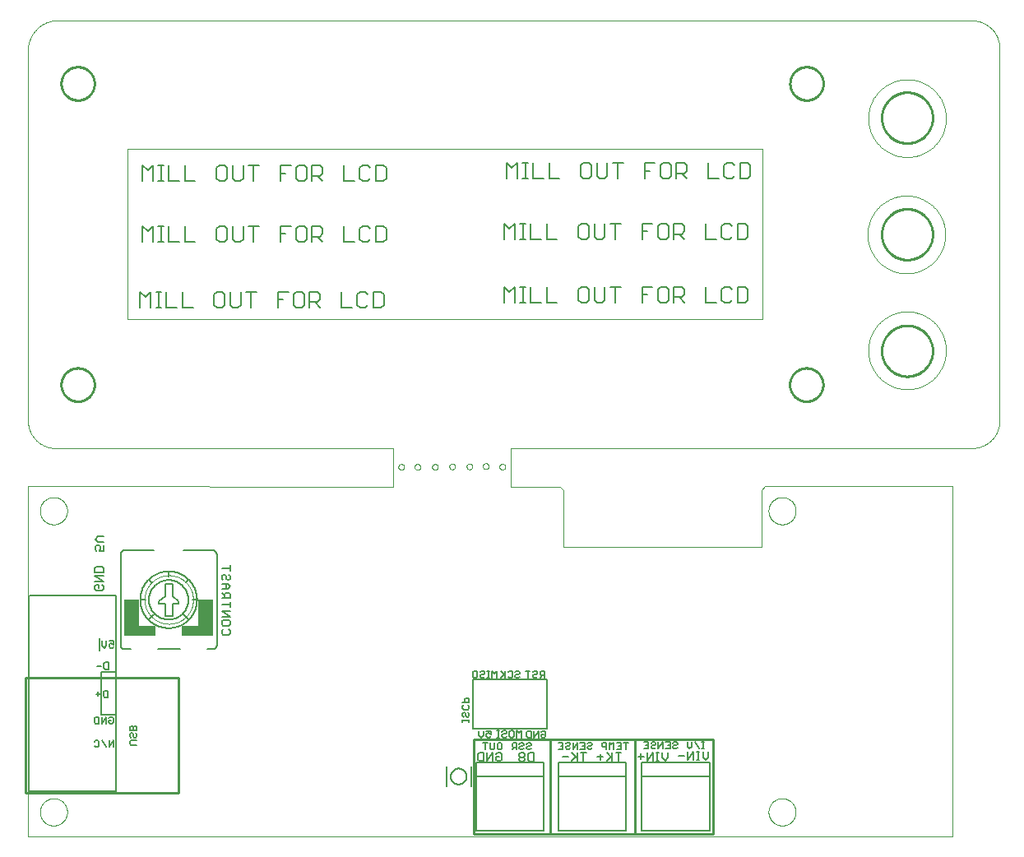
<source format=gbo>
G75*
%MOIN*%
%OFA0B0*%
%FSLAX25Y25*%
%IPPOS*%
%LPD*%
%AMOC8*
5,1,8,0,0,1.08239X$1,22.5*
%
%ADD10C,0.00000*%
%ADD11C,0.01000*%
%ADD12C,0.00004*%
%ADD13C,0.00600*%
%ADD14C,0.00500*%
%ADD15C,0.00800*%
%ADD16R,0.12500X0.04000*%
%ADD17R,0.06000X0.10500*%
D10*
X0006802Y0006921D02*
X0006802Y0148882D01*
X0154932Y0148654D01*
X0156901Y0156724D02*
X0156903Y0156793D01*
X0156909Y0156861D01*
X0156919Y0156929D01*
X0156933Y0156996D01*
X0156951Y0157063D01*
X0156972Y0157128D01*
X0156998Y0157192D01*
X0157027Y0157254D01*
X0157059Y0157314D01*
X0157095Y0157373D01*
X0157135Y0157429D01*
X0157177Y0157483D01*
X0157223Y0157534D01*
X0157272Y0157583D01*
X0157323Y0157629D01*
X0157377Y0157671D01*
X0157433Y0157711D01*
X0157491Y0157747D01*
X0157552Y0157779D01*
X0157614Y0157808D01*
X0157678Y0157834D01*
X0157743Y0157855D01*
X0157810Y0157873D01*
X0157877Y0157887D01*
X0157945Y0157897D01*
X0158013Y0157903D01*
X0158082Y0157905D01*
X0158151Y0157903D01*
X0158219Y0157897D01*
X0158287Y0157887D01*
X0158354Y0157873D01*
X0158421Y0157855D01*
X0158486Y0157834D01*
X0158550Y0157808D01*
X0158612Y0157779D01*
X0158672Y0157747D01*
X0158731Y0157711D01*
X0158787Y0157671D01*
X0158841Y0157629D01*
X0158892Y0157583D01*
X0158941Y0157534D01*
X0158987Y0157483D01*
X0159029Y0157429D01*
X0159069Y0157373D01*
X0159105Y0157314D01*
X0159137Y0157254D01*
X0159166Y0157192D01*
X0159192Y0157128D01*
X0159213Y0157063D01*
X0159231Y0156996D01*
X0159245Y0156929D01*
X0159255Y0156861D01*
X0159261Y0156793D01*
X0159263Y0156724D01*
X0159261Y0156655D01*
X0159255Y0156587D01*
X0159245Y0156519D01*
X0159231Y0156452D01*
X0159213Y0156385D01*
X0159192Y0156320D01*
X0159166Y0156256D01*
X0159137Y0156194D01*
X0159105Y0156133D01*
X0159069Y0156075D01*
X0159029Y0156019D01*
X0158987Y0155965D01*
X0158941Y0155914D01*
X0158892Y0155865D01*
X0158841Y0155819D01*
X0158787Y0155777D01*
X0158731Y0155737D01*
X0158673Y0155701D01*
X0158612Y0155669D01*
X0158550Y0155640D01*
X0158486Y0155614D01*
X0158421Y0155593D01*
X0158354Y0155575D01*
X0158287Y0155561D01*
X0158219Y0155551D01*
X0158151Y0155545D01*
X0158082Y0155543D01*
X0158013Y0155545D01*
X0157945Y0155551D01*
X0157877Y0155561D01*
X0157810Y0155575D01*
X0157743Y0155593D01*
X0157678Y0155614D01*
X0157614Y0155640D01*
X0157552Y0155669D01*
X0157491Y0155701D01*
X0157433Y0155737D01*
X0157377Y0155777D01*
X0157323Y0155819D01*
X0157272Y0155865D01*
X0157223Y0155914D01*
X0157177Y0155965D01*
X0157135Y0156019D01*
X0157095Y0156075D01*
X0157059Y0156133D01*
X0157027Y0156194D01*
X0156998Y0156256D01*
X0156972Y0156320D01*
X0156951Y0156385D01*
X0156933Y0156452D01*
X0156919Y0156519D01*
X0156909Y0156587D01*
X0156903Y0156655D01*
X0156901Y0156724D01*
X0163495Y0156724D02*
X0163497Y0156793D01*
X0163503Y0156861D01*
X0163513Y0156929D01*
X0163527Y0156996D01*
X0163545Y0157063D01*
X0163566Y0157128D01*
X0163592Y0157192D01*
X0163621Y0157254D01*
X0163653Y0157314D01*
X0163689Y0157373D01*
X0163729Y0157429D01*
X0163771Y0157483D01*
X0163817Y0157534D01*
X0163866Y0157583D01*
X0163917Y0157629D01*
X0163971Y0157671D01*
X0164027Y0157711D01*
X0164085Y0157747D01*
X0164146Y0157779D01*
X0164208Y0157808D01*
X0164272Y0157834D01*
X0164337Y0157855D01*
X0164404Y0157873D01*
X0164471Y0157887D01*
X0164539Y0157897D01*
X0164607Y0157903D01*
X0164676Y0157905D01*
X0164745Y0157903D01*
X0164813Y0157897D01*
X0164881Y0157887D01*
X0164948Y0157873D01*
X0165015Y0157855D01*
X0165080Y0157834D01*
X0165144Y0157808D01*
X0165206Y0157779D01*
X0165266Y0157747D01*
X0165325Y0157711D01*
X0165381Y0157671D01*
X0165435Y0157629D01*
X0165486Y0157583D01*
X0165535Y0157534D01*
X0165581Y0157483D01*
X0165623Y0157429D01*
X0165663Y0157373D01*
X0165699Y0157314D01*
X0165731Y0157254D01*
X0165760Y0157192D01*
X0165786Y0157128D01*
X0165807Y0157063D01*
X0165825Y0156996D01*
X0165839Y0156929D01*
X0165849Y0156861D01*
X0165855Y0156793D01*
X0165857Y0156724D01*
X0165855Y0156655D01*
X0165849Y0156587D01*
X0165839Y0156519D01*
X0165825Y0156452D01*
X0165807Y0156385D01*
X0165786Y0156320D01*
X0165760Y0156256D01*
X0165731Y0156194D01*
X0165699Y0156133D01*
X0165663Y0156075D01*
X0165623Y0156019D01*
X0165581Y0155965D01*
X0165535Y0155914D01*
X0165486Y0155865D01*
X0165435Y0155819D01*
X0165381Y0155777D01*
X0165325Y0155737D01*
X0165267Y0155701D01*
X0165206Y0155669D01*
X0165144Y0155640D01*
X0165080Y0155614D01*
X0165015Y0155593D01*
X0164948Y0155575D01*
X0164881Y0155561D01*
X0164813Y0155551D01*
X0164745Y0155545D01*
X0164676Y0155543D01*
X0164607Y0155545D01*
X0164539Y0155551D01*
X0164471Y0155561D01*
X0164404Y0155575D01*
X0164337Y0155593D01*
X0164272Y0155614D01*
X0164208Y0155640D01*
X0164146Y0155669D01*
X0164085Y0155701D01*
X0164027Y0155737D01*
X0163971Y0155777D01*
X0163917Y0155819D01*
X0163866Y0155865D01*
X0163817Y0155914D01*
X0163771Y0155965D01*
X0163729Y0156019D01*
X0163689Y0156075D01*
X0163653Y0156133D01*
X0163621Y0156194D01*
X0163592Y0156256D01*
X0163566Y0156320D01*
X0163545Y0156385D01*
X0163527Y0156452D01*
X0163513Y0156519D01*
X0163503Y0156587D01*
X0163497Y0156655D01*
X0163495Y0156724D01*
X0170582Y0156724D02*
X0170584Y0156793D01*
X0170590Y0156861D01*
X0170600Y0156929D01*
X0170614Y0156996D01*
X0170632Y0157063D01*
X0170653Y0157128D01*
X0170679Y0157192D01*
X0170708Y0157254D01*
X0170740Y0157314D01*
X0170776Y0157373D01*
X0170816Y0157429D01*
X0170858Y0157483D01*
X0170904Y0157534D01*
X0170953Y0157583D01*
X0171004Y0157629D01*
X0171058Y0157671D01*
X0171114Y0157711D01*
X0171172Y0157747D01*
X0171233Y0157779D01*
X0171295Y0157808D01*
X0171359Y0157834D01*
X0171424Y0157855D01*
X0171491Y0157873D01*
X0171558Y0157887D01*
X0171626Y0157897D01*
X0171694Y0157903D01*
X0171763Y0157905D01*
X0171832Y0157903D01*
X0171900Y0157897D01*
X0171968Y0157887D01*
X0172035Y0157873D01*
X0172102Y0157855D01*
X0172167Y0157834D01*
X0172231Y0157808D01*
X0172293Y0157779D01*
X0172353Y0157747D01*
X0172412Y0157711D01*
X0172468Y0157671D01*
X0172522Y0157629D01*
X0172573Y0157583D01*
X0172622Y0157534D01*
X0172668Y0157483D01*
X0172710Y0157429D01*
X0172750Y0157373D01*
X0172786Y0157314D01*
X0172818Y0157254D01*
X0172847Y0157192D01*
X0172873Y0157128D01*
X0172894Y0157063D01*
X0172912Y0156996D01*
X0172926Y0156929D01*
X0172936Y0156861D01*
X0172942Y0156793D01*
X0172944Y0156724D01*
X0172942Y0156655D01*
X0172936Y0156587D01*
X0172926Y0156519D01*
X0172912Y0156452D01*
X0172894Y0156385D01*
X0172873Y0156320D01*
X0172847Y0156256D01*
X0172818Y0156194D01*
X0172786Y0156133D01*
X0172750Y0156075D01*
X0172710Y0156019D01*
X0172668Y0155965D01*
X0172622Y0155914D01*
X0172573Y0155865D01*
X0172522Y0155819D01*
X0172468Y0155777D01*
X0172412Y0155737D01*
X0172354Y0155701D01*
X0172293Y0155669D01*
X0172231Y0155640D01*
X0172167Y0155614D01*
X0172102Y0155593D01*
X0172035Y0155575D01*
X0171968Y0155561D01*
X0171900Y0155551D01*
X0171832Y0155545D01*
X0171763Y0155543D01*
X0171694Y0155545D01*
X0171626Y0155551D01*
X0171558Y0155561D01*
X0171491Y0155575D01*
X0171424Y0155593D01*
X0171359Y0155614D01*
X0171295Y0155640D01*
X0171233Y0155669D01*
X0171172Y0155701D01*
X0171114Y0155737D01*
X0171058Y0155777D01*
X0171004Y0155819D01*
X0170953Y0155865D01*
X0170904Y0155914D01*
X0170858Y0155965D01*
X0170816Y0156019D01*
X0170776Y0156075D01*
X0170740Y0156133D01*
X0170708Y0156194D01*
X0170679Y0156256D01*
X0170653Y0156320D01*
X0170632Y0156385D01*
X0170614Y0156452D01*
X0170600Y0156519D01*
X0170590Y0156587D01*
X0170584Y0156655D01*
X0170582Y0156724D01*
X0177570Y0156921D02*
X0177572Y0156990D01*
X0177578Y0157058D01*
X0177588Y0157126D01*
X0177602Y0157193D01*
X0177620Y0157260D01*
X0177641Y0157325D01*
X0177667Y0157389D01*
X0177696Y0157451D01*
X0177728Y0157511D01*
X0177764Y0157570D01*
X0177804Y0157626D01*
X0177846Y0157680D01*
X0177892Y0157731D01*
X0177941Y0157780D01*
X0177992Y0157826D01*
X0178046Y0157868D01*
X0178102Y0157908D01*
X0178160Y0157944D01*
X0178221Y0157976D01*
X0178283Y0158005D01*
X0178347Y0158031D01*
X0178412Y0158052D01*
X0178479Y0158070D01*
X0178546Y0158084D01*
X0178614Y0158094D01*
X0178682Y0158100D01*
X0178751Y0158102D01*
X0178820Y0158100D01*
X0178888Y0158094D01*
X0178956Y0158084D01*
X0179023Y0158070D01*
X0179090Y0158052D01*
X0179155Y0158031D01*
X0179219Y0158005D01*
X0179281Y0157976D01*
X0179341Y0157944D01*
X0179400Y0157908D01*
X0179456Y0157868D01*
X0179510Y0157826D01*
X0179561Y0157780D01*
X0179610Y0157731D01*
X0179656Y0157680D01*
X0179698Y0157626D01*
X0179738Y0157570D01*
X0179774Y0157511D01*
X0179806Y0157451D01*
X0179835Y0157389D01*
X0179861Y0157325D01*
X0179882Y0157260D01*
X0179900Y0157193D01*
X0179914Y0157126D01*
X0179924Y0157058D01*
X0179930Y0156990D01*
X0179932Y0156921D01*
X0179930Y0156852D01*
X0179924Y0156784D01*
X0179914Y0156716D01*
X0179900Y0156649D01*
X0179882Y0156582D01*
X0179861Y0156517D01*
X0179835Y0156453D01*
X0179806Y0156391D01*
X0179774Y0156330D01*
X0179738Y0156272D01*
X0179698Y0156216D01*
X0179656Y0156162D01*
X0179610Y0156111D01*
X0179561Y0156062D01*
X0179510Y0156016D01*
X0179456Y0155974D01*
X0179400Y0155934D01*
X0179342Y0155898D01*
X0179281Y0155866D01*
X0179219Y0155837D01*
X0179155Y0155811D01*
X0179090Y0155790D01*
X0179023Y0155772D01*
X0178956Y0155758D01*
X0178888Y0155748D01*
X0178820Y0155742D01*
X0178751Y0155740D01*
X0178682Y0155742D01*
X0178614Y0155748D01*
X0178546Y0155758D01*
X0178479Y0155772D01*
X0178412Y0155790D01*
X0178347Y0155811D01*
X0178283Y0155837D01*
X0178221Y0155866D01*
X0178160Y0155898D01*
X0178102Y0155934D01*
X0178046Y0155974D01*
X0177992Y0156016D01*
X0177941Y0156062D01*
X0177892Y0156111D01*
X0177846Y0156162D01*
X0177804Y0156216D01*
X0177764Y0156272D01*
X0177728Y0156330D01*
X0177696Y0156391D01*
X0177667Y0156453D01*
X0177641Y0156517D01*
X0177620Y0156582D01*
X0177602Y0156649D01*
X0177588Y0156716D01*
X0177578Y0156784D01*
X0177572Y0156852D01*
X0177570Y0156921D01*
X0184558Y0156921D02*
X0184560Y0156990D01*
X0184566Y0157058D01*
X0184576Y0157126D01*
X0184590Y0157193D01*
X0184608Y0157260D01*
X0184629Y0157325D01*
X0184655Y0157389D01*
X0184684Y0157451D01*
X0184716Y0157511D01*
X0184752Y0157570D01*
X0184792Y0157626D01*
X0184834Y0157680D01*
X0184880Y0157731D01*
X0184929Y0157780D01*
X0184980Y0157826D01*
X0185034Y0157868D01*
X0185090Y0157908D01*
X0185148Y0157944D01*
X0185209Y0157976D01*
X0185271Y0158005D01*
X0185335Y0158031D01*
X0185400Y0158052D01*
X0185467Y0158070D01*
X0185534Y0158084D01*
X0185602Y0158094D01*
X0185670Y0158100D01*
X0185739Y0158102D01*
X0185808Y0158100D01*
X0185876Y0158094D01*
X0185944Y0158084D01*
X0186011Y0158070D01*
X0186078Y0158052D01*
X0186143Y0158031D01*
X0186207Y0158005D01*
X0186269Y0157976D01*
X0186329Y0157944D01*
X0186388Y0157908D01*
X0186444Y0157868D01*
X0186498Y0157826D01*
X0186549Y0157780D01*
X0186598Y0157731D01*
X0186644Y0157680D01*
X0186686Y0157626D01*
X0186726Y0157570D01*
X0186762Y0157511D01*
X0186794Y0157451D01*
X0186823Y0157389D01*
X0186849Y0157325D01*
X0186870Y0157260D01*
X0186888Y0157193D01*
X0186902Y0157126D01*
X0186912Y0157058D01*
X0186918Y0156990D01*
X0186920Y0156921D01*
X0186918Y0156852D01*
X0186912Y0156784D01*
X0186902Y0156716D01*
X0186888Y0156649D01*
X0186870Y0156582D01*
X0186849Y0156517D01*
X0186823Y0156453D01*
X0186794Y0156391D01*
X0186762Y0156330D01*
X0186726Y0156272D01*
X0186686Y0156216D01*
X0186644Y0156162D01*
X0186598Y0156111D01*
X0186549Y0156062D01*
X0186498Y0156016D01*
X0186444Y0155974D01*
X0186388Y0155934D01*
X0186330Y0155898D01*
X0186269Y0155866D01*
X0186207Y0155837D01*
X0186143Y0155811D01*
X0186078Y0155790D01*
X0186011Y0155772D01*
X0185944Y0155758D01*
X0185876Y0155748D01*
X0185808Y0155742D01*
X0185739Y0155740D01*
X0185670Y0155742D01*
X0185602Y0155748D01*
X0185534Y0155758D01*
X0185467Y0155772D01*
X0185400Y0155790D01*
X0185335Y0155811D01*
X0185271Y0155837D01*
X0185209Y0155866D01*
X0185148Y0155898D01*
X0185090Y0155934D01*
X0185034Y0155974D01*
X0184980Y0156016D01*
X0184929Y0156062D01*
X0184880Y0156111D01*
X0184834Y0156162D01*
X0184792Y0156216D01*
X0184752Y0156272D01*
X0184716Y0156330D01*
X0184684Y0156391D01*
X0184655Y0156453D01*
X0184629Y0156517D01*
X0184608Y0156582D01*
X0184590Y0156649D01*
X0184576Y0156716D01*
X0184566Y0156784D01*
X0184560Y0156852D01*
X0184558Y0156921D01*
X0191153Y0157020D02*
X0191155Y0157089D01*
X0191161Y0157157D01*
X0191171Y0157225D01*
X0191185Y0157292D01*
X0191203Y0157359D01*
X0191224Y0157424D01*
X0191250Y0157488D01*
X0191279Y0157550D01*
X0191311Y0157610D01*
X0191347Y0157669D01*
X0191387Y0157725D01*
X0191429Y0157779D01*
X0191475Y0157830D01*
X0191524Y0157879D01*
X0191575Y0157925D01*
X0191629Y0157967D01*
X0191685Y0158007D01*
X0191743Y0158043D01*
X0191804Y0158075D01*
X0191866Y0158104D01*
X0191930Y0158130D01*
X0191995Y0158151D01*
X0192062Y0158169D01*
X0192129Y0158183D01*
X0192197Y0158193D01*
X0192265Y0158199D01*
X0192334Y0158201D01*
X0192403Y0158199D01*
X0192471Y0158193D01*
X0192539Y0158183D01*
X0192606Y0158169D01*
X0192673Y0158151D01*
X0192738Y0158130D01*
X0192802Y0158104D01*
X0192864Y0158075D01*
X0192924Y0158043D01*
X0192983Y0158007D01*
X0193039Y0157967D01*
X0193093Y0157925D01*
X0193144Y0157879D01*
X0193193Y0157830D01*
X0193239Y0157779D01*
X0193281Y0157725D01*
X0193321Y0157669D01*
X0193357Y0157610D01*
X0193389Y0157550D01*
X0193418Y0157488D01*
X0193444Y0157424D01*
X0193465Y0157359D01*
X0193483Y0157292D01*
X0193497Y0157225D01*
X0193507Y0157157D01*
X0193513Y0157089D01*
X0193515Y0157020D01*
X0193513Y0156951D01*
X0193507Y0156883D01*
X0193497Y0156815D01*
X0193483Y0156748D01*
X0193465Y0156681D01*
X0193444Y0156616D01*
X0193418Y0156552D01*
X0193389Y0156490D01*
X0193357Y0156429D01*
X0193321Y0156371D01*
X0193281Y0156315D01*
X0193239Y0156261D01*
X0193193Y0156210D01*
X0193144Y0156161D01*
X0193093Y0156115D01*
X0193039Y0156073D01*
X0192983Y0156033D01*
X0192925Y0155997D01*
X0192864Y0155965D01*
X0192802Y0155936D01*
X0192738Y0155910D01*
X0192673Y0155889D01*
X0192606Y0155871D01*
X0192539Y0155857D01*
X0192471Y0155847D01*
X0192403Y0155841D01*
X0192334Y0155839D01*
X0192265Y0155841D01*
X0192197Y0155847D01*
X0192129Y0155857D01*
X0192062Y0155871D01*
X0191995Y0155889D01*
X0191930Y0155910D01*
X0191866Y0155936D01*
X0191804Y0155965D01*
X0191743Y0155997D01*
X0191685Y0156033D01*
X0191629Y0156073D01*
X0191575Y0156115D01*
X0191524Y0156161D01*
X0191475Y0156210D01*
X0191429Y0156261D01*
X0191387Y0156315D01*
X0191347Y0156371D01*
X0191311Y0156429D01*
X0191279Y0156490D01*
X0191250Y0156552D01*
X0191224Y0156616D01*
X0191203Y0156681D01*
X0191185Y0156748D01*
X0191171Y0156815D01*
X0191161Y0156883D01*
X0191155Y0156951D01*
X0191153Y0157020D01*
X0197846Y0156823D02*
X0197848Y0156892D01*
X0197854Y0156960D01*
X0197864Y0157028D01*
X0197878Y0157095D01*
X0197896Y0157162D01*
X0197917Y0157227D01*
X0197943Y0157291D01*
X0197972Y0157353D01*
X0198004Y0157413D01*
X0198040Y0157472D01*
X0198080Y0157528D01*
X0198122Y0157582D01*
X0198168Y0157633D01*
X0198217Y0157682D01*
X0198268Y0157728D01*
X0198322Y0157770D01*
X0198378Y0157810D01*
X0198436Y0157846D01*
X0198497Y0157878D01*
X0198559Y0157907D01*
X0198623Y0157933D01*
X0198688Y0157954D01*
X0198755Y0157972D01*
X0198822Y0157986D01*
X0198890Y0157996D01*
X0198958Y0158002D01*
X0199027Y0158004D01*
X0199096Y0158002D01*
X0199164Y0157996D01*
X0199232Y0157986D01*
X0199299Y0157972D01*
X0199366Y0157954D01*
X0199431Y0157933D01*
X0199495Y0157907D01*
X0199557Y0157878D01*
X0199617Y0157846D01*
X0199676Y0157810D01*
X0199732Y0157770D01*
X0199786Y0157728D01*
X0199837Y0157682D01*
X0199886Y0157633D01*
X0199932Y0157582D01*
X0199974Y0157528D01*
X0200014Y0157472D01*
X0200050Y0157413D01*
X0200082Y0157353D01*
X0200111Y0157291D01*
X0200137Y0157227D01*
X0200158Y0157162D01*
X0200176Y0157095D01*
X0200190Y0157028D01*
X0200200Y0156960D01*
X0200206Y0156892D01*
X0200208Y0156823D01*
X0200206Y0156754D01*
X0200200Y0156686D01*
X0200190Y0156618D01*
X0200176Y0156551D01*
X0200158Y0156484D01*
X0200137Y0156419D01*
X0200111Y0156355D01*
X0200082Y0156293D01*
X0200050Y0156232D01*
X0200014Y0156174D01*
X0199974Y0156118D01*
X0199932Y0156064D01*
X0199886Y0156013D01*
X0199837Y0155964D01*
X0199786Y0155918D01*
X0199732Y0155876D01*
X0199676Y0155836D01*
X0199618Y0155800D01*
X0199557Y0155768D01*
X0199495Y0155739D01*
X0199431Y0155713D01*
X0199366Y0155692D01*
X0199299Y0155674D01*
X0199232Y0155660D01*
X0199164Y0155650D01*
X0199096Y0155644D01*
X0199027Y0155642D01*
X0198958Y0155644D01*
X0198890Y0155650D01*
X0198822Y0155660D01*
X0198755Y0155674D01*
X0198688Y0155692D01*
X0198623Y0155713D01*
X0198559Y0155739D01*
X0198497Y0155768D01*
X0198436Y0155800D01*
X0198378Y0155836D01*
X0198322Y0155876D01*
X0198268Y0155918D01*
X0198217Y0155964D01*
X0198168Y0156013D01*
X0198122Y0156064D01*
X0198080Y0156118D01*
X0198040Y0156174D01*
X0198004Y0156232D01*
X0197972Y0156293D01*
X0197943Y0156355D01*
X0197917Y0156419D01*
X0197896Y0156484D01*
X0197878Y0156551D01*
X0197864Y0156618D01*
X0197854Y0156686D01*
X0197848Y0156754D01*
X0197846Y0156823D01*
X0202570Y0148654D02*
X0222550Y0148654D01*
X0223731Y0147472D01*
X0223731Y0124244D01*
X0304046Y0124244D01*
X0304046Y0147472D01*
X0305456Y0148882D01*
X0381503Y0148882D01*
X0381503Y0006921D01*
X0006802Y0006921D01*
X0011652Y0016898D02*
X0011654Y0017046D01*
X0011660Y0017194D01*
X0011670Y0017342D01*
X0011684Y0017489D01*
X0011702Y0017636D01*
X0011723Y0017782D01*
X0011749Y0017928D01*
X0011779Y0018073D01*
X0011812Y0018217D01*
X0011850Y0018360D01*
X0011891Y0018502D01*
X0011936Y0018643D01*
X0011984Y0018783D01*
X0012037Y0018922D01*
X0012093Y0019059D01*
X0012153Y0019194D01*
X0012216Y0019328D01*
X0012283Y0019460D01*
X0012354Y0019590D01*
X0012428Y0019718D01*
X0012505Y0019844D01*
X0012586Y0019968D01*
X0012670Y0020090D01*
X0012757Y0020209D01*
X0012848Y0020326D01*
X0012942Y0020441D01*
X0013038Y0020553D01*
X0013138Y0020663D01*
X0013240Y0020769D01*
X0013346Y0020873D01*
X0013454Y0020974D01*
X0013565Y0021072D01*
X0013678Y0021168D01*
X0013794Y0021260D01*
X0013912Y0021349D01*
X0014033Y0021434D01*
X0014156Y0021517D01*
X0014281Y0021596D01*
X0014408Y0021672D01*
X0014537Y0021744D01*
X0014668Y0021813D01*
X0014801Y0021878D01*
X0014936Y0021939D01*
X0015072Y0021997D01*
X0015209Y0022052D01*
X0015348Y0022102D01*
X0015489Y0022149D01*
X0015630Y0022192D01*
X0015773Y0022232D01*
X0015917Y0022267D01*
X0016061Y0022299D01*
X0016207Y0022326D01*
X0016353Y0022350D01*
X0016500Y0022370D01*
X0016647Y0022386D01*
X0016794Y0022398D01*
X0016942Y0022406D01*
X0017090Y0022410D01*
X0017238Y0022410D01*
X0017386Y0022406D01*
X0017534Y0022398D01*
X0017681Y0022386D01*
X0017828Y0022370D01*
X0017975Y0022350D01*
X0018121Y0022326D01*
X0018267Y0022299D01*
X0018411Y0022267D01*
X0018555Y0022232D01*
X0018698Y0022192D01*
X0018839Y0022149D01*
X0018980Y0022102D01*
X0019119Y0022052D01*
X0019256Y0021997D01*
X0019392Y0021939D01*
X0019527Y0021878D01*
X0019660Y0021813D01*
X0019791Y0021744D01*
X0019920Y0021672D01*
X0020047Y0021596D01*
X0020172Y0021517D01*
X0020295Y0021434D01*
X0020416Y0021349D01*
X0020534Y0021260D01*
X0020650Y0021168D01*
X0020763Y0021072D01*
X0020874Y0020974D01*
X0020982Y0020873D01*
X0021088Y0020769D01*
X0021190Y0020663D01*
X0021290Y0020553D01*
X0021386Y0020441D01*
X0021480Y0020326D01*
X0021571Y0020209D01*
X0021658Y0020090D01*
X0021742Y0019968D01*
X0021823Y0019844D01*
X0021900Y0019718D01*
X0021974Y0019590D01*
X0022045Y0019460D01*
X0022112Y0019328D01*
X0022175Y0019194D01*
X0022235Y0019059D01*
X0022291Y0018922D01*
X0022344Y0018783D01*
X0022392Y0018643D01*
X0022437Y0018502D01*
X0022478Y0018360D01*
X0022516Y0018217D01*
X0022549Y0018073D01*
X0022579Y0017928D01*
X0022605Y0017782D01*
X0022626Y0017636D01*
X0022644Y0017489D01*
X0022658Y0017342D01*
X0022668Y0017194D01*
X0022674Y0017046D01*
X0022676Y0016898D01*
X0022674Y0016750D01*
X0022668Y0016602D01*
X0022658Y0016454D01*
X0022644Y0016307D01*
X0022626Y0016160D01*
X0022605Y0016014D01*
X0022579Y0015868D01*
X0022549Y0015723D01*
X0022516Y0015579D01*
X0022478Y0015436D01*
X0022437Y0015294D01*
X0022392Y0015153D01*
X0022344Y0015013D01*
X0022291Y0014874D01*
X0022235Y0014737D01*
X0022175Y0014602D01*
X0022112Y0014468D01*
X0022045Y0014336D01*
X0021974Y0014206D01*
X0021900Y0014078D01*
X0021823Y0013952D01*
X0021742Y0013828D01*
X0021658Y0013706D01*
X0021571Y0013587D01*
X0021480Y0013470D01*
X0021386Y0013355D01*
X0021290Y0013243D01*
X0021190Y0013133D01*
X0021088Y0013027D01*
X0020982Y0012923D01*
X0020874Y0012822D01*
X0020763Y0012724D01*
X0020650Y0012628D01*
X0020534Y0012536D01*
X0020416Y0012447D01*
X0020295Y0012362D01*
X0020172Y0012279D01*
X0020047Y0012200D01*
X0019920Y0012124D01*
X0019791Y0012052D01*
X0019660Y0011983D01*
X0019527Y0011918D01*
X0019392Y0011857D01*
X0019256Y0011799D01*
X0019119Y0011744D01*
X0018980Y0011694D01*
X0018839Y0011647D01*
X0018698Y0011604D01*
X0018555Y0011564D01*
X0018411Y0011529D01*
X0018267Y0011497D01*
X0018121Y0011470D01*
X0017975Y0011446D01*
X0017828Y0011426D01*
X0017681Y0011410D01*
X0017534Y0011398D01*
X0017386Y0011390D01*
X0017238Y0011386D01*
X0017090Y0011386D01*
X0016942Y0011390D01*
X0016794Y0011398D01*
X0016647Y0011410D01*
X0016500Y0011426D01*
X0016353Y0011446D01*
X0016207Y0011470D01*
X0016061Y0011497D01*
X0015917Y0011529D01*
X0015773Y0011564D01*
X0015630Y0011604D01*
X0015489Y0011647D01*
X0015348Y0011694D01*
X0015209Y0011744D01*
X0015072Y0011799D01*
X0014936Y0011857D01*
X0014801Y0011918D01*
X0014668Y0011983D01*
X0014537Y0012052D01*
X0014408Y0012124D01*
X0014281Y0012200D01*
X0014156Y0012279D01*
X0014033Y0012362D01*
X0013912Y0012447D01*
X0013794Y0012536D01*
X0013678Y0012628D01*
X0013565Y0012724D01*
X0013454Y0012822D01*
X0013346Y0012923D01*
X0013240Y0013027D01*
X0013138Y0013133D01*
X0013038Y0013243D01*
X0012942Y0013355D01*
X0012848Y0013470D01*
X0012757Y0013587D01*
X0012670Y0013706D01*
X0012586Y0013828D01*
X0012505Y0013952D01*
X0012428Y0014078D01*
X0012354Y0014206D01*
X0012283Y0014336D01*
X0012216Y0014468D01*
X0012153Y0014602D01*
X0012093Y0014737D01*
X0012037Y0014874D01*
X0011984Y0015013D01*
X0011936Y0015153D01*
X0011891Y0015294D01*
X0011850Y0015436D01*
X0011812Y0015579D01*
X0011779Y0015723D01*
X0011749Y0015868D01*
X0011723Y0016014D01*
X0011702Y0016160D01*
X0011684Y0016307D01*
X0011670Y0016454D01*
X0011660Y0016602D01*
X0011654Y0016750D01*
X0011652Y0016898D01*
X0054046Y0102984D02*
X0054049Y0103226D01*
X0054058Y0103467D01*
X0054073Y0103708D01*
X0054093Y0103949D01*
X0054120Y0104189D01*
X0054153Y0104428D01*
X0054191Y0104667D01*
X0054235Y0104904D01*
X0054285Y0105141D01*
X0054341Y0105376D01*
X0054403Y0105609D01*
X0054470Y0105841D01*
X0054543Y0106072D01*
X0054621Y0106300D01*
X0054706Y0106526D01*
X0054795Y0106751D01*
X0054890Y0106973D01*
X0054991Y0107192D01*
X0055097Y0107410D01*
X0055208Y0107624D01*
X0055325Y0107836D01*
X0055446Y0108044D01*
X0055573Y0108250D01*
X0055705Y0108452D01*
X0055842Y0108652D01*
X0055983Y0108847D01*
X0056129Y0109040D01*
X0056280Y0109228D01*
X0056436Y0109413D01*
X0056596Y0109594D01*
X0056760Y0109771D01*
X0056929Y0109944D01*
X0057102Y0110113D01*
X0057279Y0110277D01*
X0057460Y0110437D01*
X0057645Y0110593D01*
X0057833Y0110744D01*
X0058026Y0110890D01*
X0058221Y0111031D01*
X0058421Y0111168D01*
X0058623Y0111300D01*
X0058829Y0111427D01*
X0059037Y0111548D01*
X0059249Y0111665D01*
X0059463Y0111776D01*
X0059681Y0111882D01*
X0059900Y0111983D01*
X0060122Y0112078D01*
X0060347Y0112167D01*
X0060573Y0112252D01*
X0060801Y0112330D01*
X0061032Y0112403D01*
X0061264Y0112470D01*
X0061497Y0112532D01*
X0061732Y0112588D01*
X0061969Y0112638D01*
X0062206Y0112682D01*
X0062445Y0112720D01*
X0062684Y0112753D01*
X0062924Y0112780D01*
X0063165Y0112800D01*
X0063406Y0112815D01*
X0063647Y0112824D01*
X0063889Y0112827D01*
X0064131Y0112824D01*
X0064372Y0112815D01*
X0064613Y0112800D01*
X0064854Y0112780D01*
X0065094Y0112753D01*
X0065333Y0112720D01*
X0065572Y0112682D01*
X0065809Y0112638D01*
X0066046Y0112588D01*
X0066281Y0112532D01*
X0066514Y0112470D01*
X0066746Y0112403D01*
X0066977Y0112330D01*
X0067205Y0112252D01*
X0067431Y0112167D01*
X0067656Y0112078D01*
X0067878Y0111983D01*
X0068097Y0111882D01*
X0068315Y0111776D01*
X0068529Y0111665D01*
X0068741Y0111548D01*
X0068949Y0111427D01*
X0069155Y0111300D01*
X0069357Y0111168D01*
X0069557Y0111031D01*
X0069752Y0110890D01*
X0069945Y0110744D01*
X0070133Y0110593D01*
X0070318Y0110437D01*
X0070499Y0110277D01*
X0070676Y0110113D01*
X0070849Y0109944D01*
X0071018Y0109771D01*
X0071182Y0109594D01*
X0071342Y0109413D01*
X0071498Y0109228D01*
X0071649Y0109040D01*
X0071795Y0108847D01*
X0071936Y0108652D01*
X0072073Y0108452D01*
X0072205Y0108250D01*
X0072332Y0108044D01*
X0072453Y0107836D01*
X0072570Y0107624D01*
X0072681Y0107410D01*
X0072787Y0107192D01*
X0072888Y0106973D01*
X0072983Y0106751D01*
X0073072Y0106526D01*
X0073157Y0106300D01*
X0073235Y0106072D01*
X0073308Y0105841D01*
X0073375Y0105609D01*
X0073437Y0105376D01*
X0073493Y0105141D01*
X0073543Y0104904D01*
X0073587Y0104667D01*
X0073625Y0104428D01*
X0073658Y0104189D01*
X0073685Y0103949D01*
X0073705Y0103708D01*
X0073720Y0103467D01*
X0073729Y0103226D01*
X0073732Y0102984D01*
X0073729Y0102742D01*
X0073720Y0102501D01*
X0073705Y0102260D01*
X0073685Y0102019D01*
X0073658Y0101779D01*
X0073625Y0101540D01*
X0073587Y0101301D01*
X0073543Y0101064D01*
X0073493Y0100827D01*
X0073437Y0100592D01*
X0073375Y0100359D01*
X0073308Y0100127D01*
X0073235Y0099896D01*
X0073157Y0099668D01*
X0073072Y0099442D01*
X0072983Y0099217D01*
X0072888Y0098995D01*
X0072787Y0098776D01*
X0072681Y0098558D01*
X0072570Y0098344D01*
X0072453Y0098132D01*
X0072332Y0097924D01*
X0072205Y0097718D01*
X0072073Y0097516D01*
X0071936Y0097316D01*
X0071795Y0097121D01*
X0071649Y0096928D01*
X0071498Y0096740D01*
X0071342Y0096555D01*
X0071182Y0096374D01*
X0071018Y0096197D01*
X0070849Y0096024D01*
X0070676Y0095855D01*
X0070499Y0095691D01*
X0070318Y0095531D01*
X0070133Y0095375D01*
X0069945Y0095224D01*
X0069752Y0095078D01*
X0069557Y0094937D01*
X0069357Y0094800D01*
X0069155Y0094668D01*
X0068949Y0094541D01*
X0068741Y0094420D01*
X0068529Y0094303D01*
X0068315Y0094192D01*
X0068097Y0094086D01*
X0067878Y0093985D01*
X0067656Y0093890D01*
X0067431Y0093801D01*
X0067205Y0093716D01*
X0066977Y0093638D01*
X0066746Y0093565D01*
X0066514Y0093498D01*
X0066281Y0093436D01*
X0066046Y0093380D01*
X0065809Y0093330D01*
X0065572Y0093286D01*
X0065333Y0093248D01*
X0065094Y0093215D01*
X0064854Y0093188D01*
X0064613Y0093168D01*
X0064372Y0093153D01*
X0064131Y0093144D01*
X0063889Y0093141D01*
X0063647Y0093144D01*
X0063406Y0093153D01*
X0063165Y0093168D01*
X0062924Y0093188D01*
X0062684Y0093215D01*
X0062445Y0093248D01*
X0062206Y0093286D01*
X0061969Y0093330D01*
X0061732Y0093380D01*
X0061497Y0093436D01*
X0061264Y0093498D01*
X0061032Y0093565D01*
X0060801Y0093638D01*
X0060573Y0093716D01*
X0060347Y0093801D01*
X0060122Y0093890D01*
X0059900Y0093985D01*
X0059681Y0094086D01*
X0059463Y0094192D01*
X0059249Y0094303D01*
X0059037Y0094420D01*
X0058829Y0094541D01*
X0058623Y0094668D01*
X0058421Y0094800D01*
X0058221Y0094937D01*
X0058026Y0095078D01*
X0057833Y0095224D01*
X0057645Y0095375D01*
X0057460Y0095531D01*
X0057279Y0095691D01*
X0057102Y0095855D01*
X0056929Y0096024D01*
X0056760Y0096197D01*
X0056596Y0096374D01*
X0056436Y0096555D01*
X0056280Y0096740D01*
X0056129Y0096928D01*
X0055983Y0097121D01*
X0055842Y0097316D01*
X0055705Y0097516D01*
X0055573Y0097718D01*
X0055446Y0097924D01*
X0055325Y0098132D01*
X0055208Y0098344D01*
X0055097Y0098558D01*
X0054991Y0098776D01*
X0054890Y0098995D01*
X0054795Y0099217D01*
X0054706Y0099442D01*
X0054621Y0099668D01*
X0054543Y0099896D01*
X0054470Y0100127D01*
X0054403Y0100359D01*
X0054341Y0100592D01*
X0054285Y0100827D01*
X0054235Y0101064D01*
X0054191Y0101301D01*
X0054153Y0101540D01*
X0054120Y0101779D01*
X0054093Y0102019D01*
X0054073Y0102260D01*
X0054058Y0102501D01*
X0054049Y0102742D01*
X0054046Y0102984D01*
X0011652Y0138945D02*
X0011654Y0139093D01*
X0011660Y0139241D01*
X0011670Y0139389D01*
X0011684Y0139536D01*
X0011702Y0139683D01*
X0011723Y0139829D01*
X0011749Y0139975D01*
X0011779Y0140120D01*
X0011812Y0140264D01*
X0011850Y0140407D01*
X0011891Y0140549D01*
X0011936Y0140690D01*
X0011984Y0140830D01*
X0012037Y0140969D01*
X0012093Y0141106D01*
X0012153Y0141241D01*
X0012216Y0141375D01*
X0012283Y0141507D01*
X0012354Y0141637D01*
X0012428Y0141765D01*
X0012505Y0141891D01*
X0012586Y0142015D01*
X0012670Y0142137D01*
X0012757Y0142256D01*
X0012848Y0142373D01*
X0012942Y0142488D01*
X0013038Y0142600D01*
X0013138Y0142710D01*
X0013240Y0142816D01*
X0013346Y0142920D01*
X0013454Y0143021D01*
X0013565Y0143119D01*
X0013678Y0143215D01*
X0013794Y0143307D01*
X0013912Y0143396D01*
X0014033Y0143481D01*
X0014156Y0143564D01*
X0014281Y0143643D01*
X0014408Y0143719D01*
X0014537Y0143791D01*
X0014668Y0143860D01*
X0014801Y0143925D01*
X0014936Y0143986D01*
X0015072Y0144044D01*
X0015209Y0144099D01*
X0015348Y0144149D01*
X0015489Y0144196D01*
X0015630Y0144239D01*
X0015773Y0144279D01*
X0015917Y0144314D01*
X0016061Y0144346D01*
X0016207Y0144373D01*
X0016353Y0144397D01*
X0016500Y0144417D01*
X0016647Y0144433D01*
X0016794Y0144445D01*
X0016942Y0144453D01*
X0017090Y0144457D01*
X0017238Y0144457D01*
X0017386Y0144453D01*
X0017534Y0144445D01*
X0017681Y0144433D01*
X0017828Y0144417D01*
X0017975Y0144397D01*
X0018121Y0144373D01*
X0018267Y0144346D01*
X0018411Y0144314D01*
X0018555Y0144279D01*
X0018698Y0144239D01*
X0018839Y0144196D01*
X0018980Y0144149D01*
X0019119Y0144099D01*
X0019256Y0144044D01*
X0019392Y0143986D01*
X0019527Y0143925D01*
X0019660Y0143860D01*
X0019791Y0143791D01*
X0019920Y0143719D01*
X0020047Y0143643D01*
X0020172Y0143564D01*
X0020295Y0143481D01*
X0020416Y0143396D01*
X0020534Y0143307D01*
X0020650Y0143215D01*
X0020763Y0143119D01*
X0020874Y0143021D01*
X0020982Y0142920D01*
X0021088Y0142816D01*
X0021190Y0142710D01*
X0021290Y0142600D01*
X0021386Y0142488D01*
X0021480Y0142373D01*
X0021571Y0142256D01*
X0021658Y0142137D01*
X0021742Y0142015D01*
X0021823Y0141891D01*
X0021900Y0141765D01*
X0021974Y0141637D01*
X0022045Y0141507D01*
X0022112Y0141375D01*
X0022175Y0141241D01*
X0022235Y0141106D01*
X0022291Y0140969D01*
X0022344Y0140830D01*
X0022392Y0140690D01*
X0022437Y0140549D01*
X0022478Y0140407D01*
X0022516Y0140264D01*
X0022549Y0140120D01*
X0022579Y0139975D01*
X0022605Y0139829D01*
X0022626Y0139683D01*
X0022644Y0139536D01*
X0022658Y0139389D01*
X0022668Y0139241D01*
X0022674Y0139093D01*
X0022676Y0138945D01*
X0022674Y0138797D01*
X0022668Y0138649D01*
X0022658Y0138501D01*
X0022644Y0138354D01*
X0022626Y0138207D01*
X0022605Y0138061D01*
X0022579Y0137915D01*
X0022549Y0137770D01*
X0022516Y0137626D01*
X0022478Y0137483D01*
X0022437Y0137341D01*
X0022392Y0137200D01*
X0022344Y0137060D01*
X0022291Y0136921D01*
X0022235Y0136784D01*
X0022175Y0136649D01*
X0022112Y0136515D01*
X0022045Y0136383D01*
X0021974Y0136253D01*
X0021900Y0136125D01*
X0021823Y0135999D01*
X0021742Y0135875D01*
X0021658Y0135753D01*
X0021571Y0135634D01*
X0021480Y0135517D01*
X0021386Y0135402D01*
X0021290Y0135290D01*
X0021190Y0135180D01*
X0021088Y0135074D01*
X0020982Y0134970D01*
X0020874Y0134869D01*
X0020763Y0134771D01*
X0020650Y0134675D01*
X0020534Y0134583D01*
X0020416Y0134494D01*
X0020295Y0134409D01*
X0020172Y0134326D01*
X0020047Y0134247D01*
X0019920Y0134171D01*
X0019791Y0134099D01*
X0019660Y0134030D01*
X0019527Y0133965D01*
X0019392Y0133904D01*
X0019256Y0133846D01*
X0019119Y0133791D01*
X0018980Y0133741D01*
X0018839Y0133694D01*
X0018698Y0133651D01*
X0018555Y0133611D01*
X0018411Y0133576D01*
X0018267Y0133544D01*
X0018121Y0133517D01*
X0017975Y0133493D01*
X0017828Y0133473D01*
X0017681Y0133457D01*
X0017534Y0133445D01*
X0017386Y0133437D01*
X0017238Y0133433D01*
X0017090Y0133433D01*
X0016942Y0133437D01*
X0016794Y0133445D01*
X0016647Y0133457D01*
X0016500Y0133473D01*
X0016353Y0133493D01*
X0016207Y0133517D01*
X0016061Y0133544D01*
X0015917Y0133576D01*
X0015773Y0133611D01*
X0015630Y0133651D01*
X0015489Y0133694D01*
X0015348Y0133741D01*
X0015209Y0133791D01*
X0015072Y0133846D01*
X0014936Y0133904D01*
X0014801Y0133965D01*
X0014668Y0134030D01*
X0014537Y0134099D01*
X0014408Y0134171D01*
X0014281Y0134247D01*
X0014156Y0134326D01*
X0014033Y0134409D01*
X0013912Y0134494D01*
X0013794Y0134583D01*
X0013678Y0134675D01*
X0013565Y0134771D01*
X0013454Y0134869D01*
X0013346Y0134970D01*
X0013240Y0135074D01*
X0013138Y0135180D01*
X0013038Y0135290D01*
X0012942Y0135402D01*
X0012848Y0135517D01*
X0012757Y0135634D01*
X0012670Y0135753D01*
X0012586Y0135875D01*
X0012505Y0135999D01*
X0012428Y0136125D01*
X0012354Y0136253D01*
X0012283Y0136383D01*
X0012216Y0136515D01*
X0012153Y0136649D01*
X0012093Y0136784D01*
X0012037Y0136921D01*
X0011984Y0137060D01*
X0011936Y0137200D01*
X0011891Y0137341D01*
X0011850Y0137483D01*
X0011812Y0137626D01*
X0011779Y0137770D01*
X0011749Y0137915D01*
X0011723Y0138061D01*
X0011702Y0138207D01*
X0011684Y0138354D01*
X0011670Y0138501D01*
X0011660Y0138649D01*
X0011654Y0138797D01*
X0011652Y0138945D01*
X0306928Y0138945D02*
X0306930Y0139093D01*
X0306936Y0139241D01*
X0306946Y0139389D01*
X0306960Y0139536D01*
X0306978Y0139683D01*
X0306999Y0139829D01*
X0307025Y0139975D01*
X0307055Y0140120D01*
X0307088Y0140264D01*
X0307126Y0140407D01*
X0307167Y0140549D01*
X0307212Y0140690D01*
X0307260Y0140830D01*
X0307313Y0140969D01*
X0307369Y0141106D01*
X0307429Y0141241D01*
X0307492Y0141375D01*
X0307559Y0141507D01*
X0307630Y0141637D01*
X0307704Y0141765D01*
X0307781Y0141891D01*
X0307862Y0142015D01*
X0307946Y0142137D01*
X0308033Y0142256D01*
X0308124Y0142373D01*
X0308218Y0142488D01*
X0308314Y0142600D01*
X0308414Y0142710D01*
X0308516Y0142816D01*
X0308622Y0142920D01*
X0308730Y0143021D01*
X0308841Y0143119D01*
X0308954Y0143215D01*
X0309070Y0143307D01*
X0309188Y0143396D01*
X0309309Y0143481D01*
X0309432Y0143564D01*
X0309557Y0143643D01*
X0309684Y0143719D01*
X0309813Y0143791D01*
X0309944Y0143860D01*
X0310077Y0143925D01*
X0310212Y0143986D01*
X0310348Y0144044D01*
X0310485Y0144099D01*
X0310624Y0144149D01*
X0310765Y0144196D01*
X0310906Y0144239D01*
X0311049Y0144279D01*
X0311193Y0144314D01*
X0311337Y0144346D01*
X0311483Y0144373D01*
X0311629Y0144397D01*
X0311776Y0144417D01*
X0311923Y0144433D01*
X0312070Y0144445D01*
X0312218Y0144453D01*
X0312366Y0144457D01*
X0312514Y0144457D01*
X0312662Y0144453D01*
X0312810Y0144445D01*
X0312957Y0144433D01*
X0313104Y0144417D01*
X0313251Y0144397D01*
X0313397Y0144373D01*
X0313543Y0144346D01*
X0313687Y0144314D01*
X0313831Y0144279D01*
X0313974Y0144239D01*
X0314115Y0144196D01*
X0314256Y0144149D01*
X0314395Y0144099D01*
X0314532Y0144044D01*
X0314668Y0143986D01*
X0314803Y0143925D01*
X0314936Y0143860D01*
X0315067Y0143791D01*
X0315196Y0143719D01*
X0315323Y0143643D01*
X0315448Y0143564D01*
X0315571Y0143481D01*
X0315692Y0143396D01*
X0315810Y0143307D01*
X0315926Y0143215D01*
X0316039Y0143119D01*
X0316150Y0143021D01*
X0316258Y0142920D01*
X0316364Y0142816D01*
X0316466Y0142710D01*
X0316566Y0142600D01*
X0316662Y0142488D01*
X0316756Y0142373D01*
X0316847Y0142256D01*
X0316934Y0142137D01*
X0317018Y0142015D01*
X0317099Y0141891D01*
X0317176Y0141765D01*
X0317250Y0141637D01*
X0317321Y0141507D01*
X0317388Y0141375D01*
X0317451Y0141241D01*
X0317511Y0141106D01*
X0317567Y0140969D01*
X0317620Y0140830D01*
X0317668Y0140690D01*
X0317713Y0140549D01*
X0317754Y0140407D01*
X0317792Y0140264D01*
X0317825Y0140120D01*
X0317855Y0139975D01*
X0317881Y0139829D01*
X0317902Y0139683D01*
X0317920Y0139536D01*
X0317934Y0139389D01*
X0317944Y0139241D01*
X0317950Y0139093D01*
X0317952Y0138945D01*
X0317950Y0138797D01*
X0317944Y0138649D01*
X0317934Y0138501D01*
X0317920Y0138354D01*
X0317902Y0138207D01*
X0317881Y0138061D01*
X0317855Y0137915D01*
X0317825Y0137770D01*
X0317792Y0137626D01*
X0317754Y0137483D01*
X0317713Y0137341D01*
X0317668Y0137200D01*
X0317620Y0137060D01*
X0317567Y0136921D01*
X0317511Y0136784D01*
X0317451Y0136649D01*
X0317388Y0136515D01*
X0317321Y0136383D01*
X0317250Y0136253D01*
X0317176Y0136125D01*
X0317099Y0135999D01*
X0317018Y0135875D01*
X0316934Y0135753D01*
X0316847Y0135634D01*
X0316756Y0135517D01*
X0316662Y0135402D01*
X0316566Y0135290D01*
X0316466Y0135180D01*
X0316364Y0135074D01*
X0316258Y0134970D01*
X0316150Y0134869D01*
X0316039Y0134771D01*
X0315926Y0134675D01*
X0315810Y0134583D01*
X0315692Y0134494D01*
X0315571Y0134409D01*
X0315448Y0134326D01*
X0315323Y0134247D01*
X0315196Y0134171D01*
X0315067Y0134099D01*
X0314936Y0134030D01*
X0314803Y0133965D01*
X0314668Y0133904D01*
X0314532Y0133846D01*
X0314395Y0133791D01*
X0314256Y0133741D01*
X0314115Y0133694D01*
X0313974Y0133651D01*
X0313831Y0133611D01*
X0313687Y0133576D01*
X0313543Y0133544D01*
X0313397Y0133517D01*
X0313251Y0133493D01*
X0313104Y0133473D01*
X0312957Y0133457D01*
X0312810Y0133445D01*
X0312662Y0133437D01*
X0312514Y0133433D01*
X0312366Y0133433D01*
X0312218Y0133437D01*
X0312070Y0133445D01*
X0311923Y0133457D01*
X0311776Y0133473D01*
X0311629Y0133493D01*
X0311483Y0133517D01*
X0311337Y0133544D01*
X0311193Y0133576D01*
X0311049Y0133611D01*
X0310906Y0133651D01*
X0310765Y0133694D01*
X0310624Y0133741D01*
X0310485Y0133791D01*
X0310348Y0133846D01*
X0310212Y0133904D01*
X0310077Y0133965D01*
X0309944Y0134030D01*
X0309813Y0134099D01*
X0309684Y0134171D01*
X0309557Y0134247D01*
X0309432Y0134326D01*
X0309309Y0134409D01*
X0309188Y0134494D01*
X0309070Y0134583D01*
X0308954Y0134675D01*
X0308841Y0134771D01*
X0308730Y0134869D01*
X0308622Y0134970D01*
X0308516Y0135074D01*
X0308414Y0135180D01*
X0308314Y0135290D01*
X0308218Y0135402D01*
X0308124Y0135517D01*
X0308033Y0135634D01*
X0307946Y0135753D01*
X0307862Y0135875D01*
X0307781Y0135999D01*
X0307704Y0136125D01*
X0307630Y0136253D01*
X0307559Y0136383D01*
X0307492Y0136515D01*
X0307429Y0136649D01*
X0307369Y0136784D01*
X0307313Y0136921D01*
X0307260Y0137060D01*
X0307212Y0137200D01*
X0307167Y0137341D01*
X0307126Y0137483D01*
X0307088Y0137626D01*
X0307055Y0137770D01*
X0307025Y0137915D01*
X0306999Y0138061D01*
X0306978Y0138207D01*
X0306960Y0138354D01*
X0306946Y0138501D01*
X0306936Y0138649D01*
X0306930Y0138797D01*
X0306928Y0138945D01*
X0347353Y0203969D02*
X0347358Y0204355D01*
X0347372Y0204742D01*
X0347396Y0205127D01*
X0347429Y0205513D01*
X0347471Y0205897D01*
X0347523Y0206280D01*
X0347585Y0206661D01*
X0347656Y0207041D01*
X0347736Y0207419D01*
X0347825Y0207795D01*
X0347923Y0208169D01*
X0348031Y0208540D01*
X0348148Y0208909D01*
X0348274Y0209274D01*
X0348408Y0209637D01*
X0348552Y0209995D01*
X0348704Y0210351D01*
X0348865Y0210702D01*
X0349035Y0211049D01*
X0349213Y0211393D01*
X0349399Y0211731D01*
X0349593Y0212065D01*
X0349796Y0212394D01*
X0350007Y0212718D01*
X0350226Y0213037D01*
X0350452Y0213350D01*
X0350686Y0213658D01*
X0350928Y0213959D01*
X0351176Y0214255D01*
X0351433Y0214545D01*
X0351696Y0214828D01*
X0351965Y0215105D01*
X0352242Y0215374D01*
X0352525Y0215637D01*
X0352815Y0215894D01*
X0353111Y0216142D01*
X0353412Y0216384D01*
X0353720Y0216618D01*
X0354033Y0216844D01*
X0354352Y0217063D01*
X0354676Y0217274D01*
X0355005Y0217477D01*
X0355339Y0217671D01*
X0355677Y0217857D01*
X0356021Y0218035D01*
X0356368Y0218205D01*
X0356719Y0218366D01*
X0357075Y0218518D01*
X0357433Y0218662D01*
X0357796Y0218796D01*
X0358161Y0218922D01*
X0358530Y0219039D01*
X0358901Y0219147D01*
X0359275Y0219245D01*
X0359651Y0219334D01*
X0360029Y0219414D01*
X0360409Y0219485D01*
X0360790Y0219547D01*
X0361173Y0219599D01*
X0361557Y0219641D01*
X0361943Y0219674D01*
X0362328Y0219698D01*
X0362715Y0219712D01*
X0363101Y0219717D01*
X0363487Y0219712D01*
X0363874Y0219698D01*
X0364259Y0219674D01*
X0364645Y0219641D01*
X0365029Y0219599D01*
X0365412Y0219547D01*
X0365793Y0219485D01*
X0366173Y0219414D01*
X0366551Y0219334D01*
X0366927Y0219245D01*
X0367301Y0219147D01*
X0367672Y0219039D01*
X0368041Y0218922D01*
X0368406Y0218796D01*
X0368769Y0218662D01*
X0369127Y0218518D01*
X0369483Y0218366D01*
X0369834Y0218205D01*
X0370181Y0218035D01*
X0370525Y0217857D01*
X0370863Y0217671D01*
X0371197Y0217477D01*
X0371526Y0217274D01*
X0371850Y0217063D01*
X0372169Y0216844D01*
X0372482Y0216618D01*
X0372790Y0216384D01*
X0373091Y0216142D01*
X0373387Y0215894D01*
X0373677Y0215637D01*
X0373960Y0215374D01*
X0374237Y0215105D01*
X0374506Y0214828D01*
X0374769Y0214545D01*
X0375026Y0214255D01*
X0375274Y0213959D01*
X0375516Y0213658D01*
X0375750Y0213350D01*
X0375976Y0213037D01*
X0376195Y0212718D01*
X0376406Y0212394D01*
X0376609Y0212065D01*
X0376803Y0211731D01*
X0376989Y0211393D01*
X0377167Y0211049D01*
X0377337Y0210702D01*
X0377498Y0210351D01*
X0377650Y0209995D01*
X0377794Y0209637D01*
X0377928Y0209274D01*
X0378054Y0208909D01*
X0378171Y0208540D01*
X0378279Y0208169D01*
X0378377Y0207795D01*
X0378466Y0207419D01*
X0378546Y0207041D01*
X0378617Y0206661D01*
X0378679Y0206280D01*
X0378731Y0205897D01*
X0378773Y0205513D01*
X0378806Y0205127D01*
X0378830Y0204742D01*
X0378844Y0204355D01*
X0378849Y0203969D01*
X0378844Y0203583D01*
X0378830Y0203196D01*
X0378806Y0202811D01*
X0378773Y0202425D01*
X0378731Y0202041D01*
X0378679Y0201658D01*
X0378617Y0201277D01*
X0378546Y0200897D01*
X0378466Y0200519D01*
X0378377Y0200143D01*
X0378279Y0199769D01*
X0378171Y0199398D01*
X0378054Y0199029D01*
X0377928Y0198664D01*
X0377794Y0198301D01*
X0377650Y0197943D01*
X0377498Y0197587D01*
X0377337Y0197236D01*
X0377167Y0196889D01*
X0376989Y0196545D01*
X0376803Y0196207D01*
X0376609Y0195873D01*
X0376406Y0195544D01*
X0376195Y0195220D01*
X0375976Y0194901D01*
X0375750Y0194588D01*
X0375516Y0194280D01*
X0375274Y0193979D01*
X0375026Y0193683D01*
X0374769Y0193393D01*
X0374506Y0193110D01*
X0374237Y0192833D01*
X0373960Y0192564D01*
X0373677Y0192301D01*
X0373387Y0192044D01*
X0373091Y0191796D01*
X0372790Y0191554D01*
X0372482Y0191320D01*
X0372169Y0191094D01*
X0371850Y0190875D01*
X0371526Y0190664D01*
X0371197Y0190461D01*
X0370863Y0190267D01*
X0370525Y0190081D01*
X0370181Y0189903D01*
X0369834Y0189733D01*
X0369483Y0189572D01*
X0369127Y0189420D01*
X0368769Y0189276D01*
X0368406Y0189142D01*
X0368041Y0189016D01*
X0367672Y0188899D01*
X0367301Y0188791D01*
X0366927Y0188693D01*
X0366551Y0188604D01*
X0366173Y0188524D01*
X0365793Y0188453D01*
X0365412Y0188391D01*
X0365029Y0188339D01*
X0364645Y0188297D01*
X0364259Y0188264D01*
X0363874Y0188240D01*
X0363487Y0188226D01*
X0363101Y0188221D01*
X0362715Y0188226D01*
X0362328Y0188240D01*
X0361943Y0188264D01*
X0361557Y0188297D01*
X0361173Y0188339D01*
X0360790Y0188391D01*
X0360409Y0188453D01*
X0360029Y0188524D01*
X0359651Y0188604D01*
X0359275Y0188693D01*
X0358901Y0188791D01*
X0358530Y0188899D01*
X0358161Y0189016D01*
X0357796Y0189142D01*
X0357433Y0189276D01*
X0357075Y0189420D01*
X0356719Y0189572D01*
X0356368Y0189733D01*
X0356021Y0189903D01*
X0355677Y0190081D01*
X0355339Y0190267D01*
X0355005Y0190461D01*
X0354676Y0190664D01*
X0354352Y0190875D01*
X0354033Y0191094D01*
X0353720Y0191320D01*
X0353412Y0191554D01*
X0353111Y0191796D01*
X0352815Y0192044D01*
X0352525Y0192301D01*
X0352242Y0192564D01*
X0351965Y0192833D01*
X0351696Y0193110D01*
X0351433Y0193393D01*
X0351176Y0193683D01*
X0350928Y0193979D01*
X0350686Y0194280D01*
X0350452Y0194588D01*
X0350226Y0194901D01*
X0350007Y0195220D01*
X0349796Y0195544D01*
X0349593Y0195873D01*
X0349399Y0196207D01*
X0349213Y0196545D01*
X0349035Y0196889D01*
X0348865Y0197236D01*
X0348704Y0197587D01*
X0348552Y0197943D01*
X0348408Y0198301D01*
X0348274Y0198664D01*
X0348148Y0199029D01*
X0348031Y0199398D01*
X0347923Y0199769D01*
X0347825Y0200143D01*
X0347736Y0200519D01*
X0347656Y0200897D01*
X0347585Y0201277D01*
X0347523Y0201658D01*
X0347471Y0202041D01*
X0347429Y0202425D01*
X0347396Y0202811D01*
X0347372Y0203196D01*
X0347358Y0203583D01*
X0347353Y0203969D01*
X0347058Y0250917D02*
X0347063Y0251303D01*
X0347077Y0251690D01*
X0347101Y0252075D01*
X0347134Y0252461D01*
X0347176Y0252845D01*
X0347228Y0253228D01*
X0347290Y0253609D01*
X0347361Y0253989D01*
X0347441Y0254367D01*
X0347530Y0254743D01*
X0347628Y0255117D01*
X0347736Y0255488D01*
X0347853Y0255857D01*
X0347979Y0256222D01*
X0348113Y0256585D01*
X0348257Y0256943D01*
X0348409Y0257299D01*
X0348570Y0257650D01*
X0348740Y0257997D01*
X0348918Y0258341D01*
X0349104Y0258679D01*
X0349298Y0259013D01*
X0349501Y0259342D01*
X0349712Y0259666D01*
X0349931Y0259985D01*
X0350157Y0260298D01*
X0350391Y0260606D01*
X0350633Y0260907D01*
X0350881Y0261203D01*
X0351138Y0261493D01*
X0351401Y0261776D01*
X0351670Y0262053D01*
X0351947Y0262322D01*
X0352230Y0262585D01*
X0352520Y0262842D01*
X0352816Y0263090D01*
X0353117Y0263332D01*
X0353425Y0263566D01*
X0353738Y0263792D01*
X0354057Y0264011D01*
X0354381Y0264222D01*
X0354710Y0264425D01*
X0355044Y0264619D01*
X0355382Y0264805D01*
X0355726Y0264983D01*
X0356073Y0265153D01*
X0356424Y0265314D01*
X0356780Y0265466D01*
X0357138Y0265610D01*
X0357501Y0265744D01*
X0357866Y0265870D01*
X0358235Y0265987D01*
X0358606Y0266095D01*
X0358980Y0266193D01*
X0359356Y0266282D01*
X0359734Y0266362D01*
X0360114Y0266433D01*
X0360495Y0266495D01*
X0360878Y0266547D01*
X0361262Y0266589D01*
X0361648Y0266622D01*
X0362033Y0266646D01*
X0362420Y0266660D01*
X0362806Y0266665D01*
X0363192Y0266660D01*
X0363579Y0266646D01*
X0363964Y0266622D01*
X0364350Y0266589D01*
X0364734Y0266547D01*
X0365117Y0266495D01*
X0365498Y0266433D01*
X0365878Y0266362D01*
X0366256Y0266282D01*
X0366632Y0266193D01*
X0367006Y0266095D01*
X0367377Y0265987D01*
X0367746Y0265870D01*
X0368111Y0265744D01*
X0368474Y0265610D01*
X0368832Y0265466D01*
X0369188Y0265314D01*
X0369539Y0265153D01*
X0369886Y0264983D01*
X0370230Y0264805D01*
X0370568Y0264619D01*
X0370902Y0264425D01*
X0371231Y0264222D01*
X0371555Y0264011D01*
X0371874Y0263792D01*
X0372187Y0263566D01*
X0372495Y0263332D01*
X0372796Y0263090D01*
X0373092Y0262842D01*
X0373382Y0262585D01*
X0373665Y0262322D01*
X0373942Y0262053D01*
X0374211Y0261776D01*
X0374474Y0261493D01*
X0374731Y0261203D01*
X0374979Y0260907D01*
X0375221Y0260606D01*
X0375455Y0260298D01*
X0375681Y0259985D01*
X0375900Y0259666D01*
X0376111Y0259342D01*
X0376314Y0259013D01*
X0376508Y0258679D01*
X0376694Y0258341D01*
X0376872Y0257997D01*
X0377042Y0257650D01*
X0377203Y0257299D01*
X0377355Y0256943D01*
X0377499Y0256585D01*
X0377633Y0256222D01*
X0377759Y0255857D01*
X0377876Y0255488D01*
X0377984Y0255117D01*
X0378082Y0254743D01*
X0378171Y0254367D01*
X0378251Y0253989D01*
X0378322Y0253609D01*
X0378384Y0253228D01*
X0378436Y0252845D01*
X0378478Y0252461D01*
X0378511Y0252075D01*
X0378535Y0251690D01*
X0378549Y0251303D01*
X0378554Y0250917D01*
X0378549Y0250531D01*
X0378535Y0250144D01*
X0378511Y0249759D01*
X0378478Y0249373D01*
X0378436Y0248989D01*
X0378384Y0248606D01*
X0378322Y0248225D01*
X0378251Y0247845D01*
X0378171Y0247467D01*
X0378082Y0247091D01*
X0377984Y0246717D01*
X0377876Y0246346D01*
X0377759Y0245977D01*
X0377633Y0245612D01*
X0377499Y0245249D01*
X0377355Y0244891D01*
X0377203Y0244535D01*
X0377042Y0244184D01*
X0376872Y0243837D01*
X0376694Y0243493D01*
X0376508Y0243155D01*
X0376314Y0242821D01*
X0376111Y0242492D01*
X0375900Y0242168D01*
X0375681Y0241849D01*
X0375455Y0241536D01*
X0375221Y0241228D01*
X0374979Y0240927D01*
X0374731Y0240631D01*
X0374474Y0240341D01*
X0374211Y0240058D01*
X0373942Y0239781D01*
X0373665Y0239512D01*
X0373382Y0239249D01*
X0373092Y0238992D01*
X0372796Y0238744D01*
X0372495Y0238502D01*
X0372187Y0238268D01*
X0371874Y0238042D01*
X0371555Y0237823D01*
X0371231Y0237612D01*
X0370902Y0237409D01*
X0370568Y0237215D01*
X0370230Y0237029D01*
X0369886Y0236851D01*
X0369539Y0236681D01*
X0369188Y0236520D01*
X0368832Y0236368D01*
X0368474Y0236224D01*
X0368111Y0236090D01*
X0367746Y0235964D01*
X0367377Y0235847D01*
X0367006Y0235739D01*
X0366632Y0235641D01*
X0366256Y0235552D01*
X0365878Y0235472D01*
X0365498Y0235401D01*
X0365117Y0235339D01*
X0364734Y0235287D01*
X0364350Y0235245D01*
X0363964Y0235212D01*
X0363579Y0235188D01*
X0363192Y0235174D01*
X0362806Y0235169D01*
X0362420Y0235174D01*
X0362033Y0235188D01*
X0361648Y0235212D01*
X0361262Y0235245D01*
X0360878Y0235287D01*
X0360495Y0235339D01*
X0360114Y0235401D01*
X0359734Y0235472D01*
X0359356Y0235552D01*
X0358980Y0235641D01*
X0358606Y0235739D01*
X0358235Y0235847D01*
X0357866Y0235964D01*
X0357501Y0236090D01*
X0357138Y0236224D01*
X0356780Y0236368D01*
X0356424Y0236520D01*
X0356073Y0236681D01*
X0355726Y0236851D01*
X0355382Y0237029D01*
X0355044Y0237215D01*
X0354710Y0237409D01*
X0354381Y0237612D01*
X0354057Y0237823D01*
X0353738Y0238042D01*
X0353425Y0238268D01*
X0353117Y0238502D01*
X0352816Y0238744D01*
X0352520Y0238992D01*
X0352230Y0239249D01*
X0351947Y0239512D01*
X0351670Y0239781D01*
X0351401Y0240058D01*
X0351138Y0240341D01*
X0350881Y0240631D01*
X0350633Y0240927D01*
X0350391Y0241228D01*
X0350157Y0241536D01*
X0349931Y0241849D01*
X0349712Y0242168D01*
X0349501Y0242492D01*
X0349298Y0242821D01*
X0349104Y0243155D01*
X0348918Y0243493D01*
X0348740Y0243837D01*
X0348570Y0244184D01*
X0348409Y0244535D01*
X0348257Y0244891D01*
X0348113Y0245249D01*
X0347979Y0245612D01*
X0347853Y0245977D01*
X0347736Y0246346D01*
X0347628Y0246717D01*
X0347530Y0247091D01*
X0347441Y0247467D01*
X0347361Y0247845D01*
X0347290Y0248225D01*
X0347228Y0248606D01*
X0347176Y0248989D01*
X0347134Y0249373D01*
X0347101Y0249759D01*
X0347077Y0250144D01*
X0347063Y0250531D01*
X0347058Y0250917D01*
X0347353Y0298063D02*
X0347358Y0298449D01*
X0347372Y0298836D01*
X0347396Y0299221D01*
X0347429Y0299607D01*
X0347471Y0299991D01*
X0347523Y0300374D01*
X0347585Y0300755D01*
X0347656Y0301135D01*
X0347736Y0301513D01*
X0347825Y0301889D01*
X0347923Y0302263D01*
X0348031Y0302634D01*
X0348148Y0303003D01*
X0348274Y0303368D01*
X0348408Y0303731D01*
X0348552Y0304089D01*
X0348704Y0304445D01*
X0348865Y0304796D01*
X0349035Y0305143D01*
X0349213Y0305487D01*
X0349399Y0305825D01*
X0349593Y0306159D01*
X0349796Y0306488D01*
X0350007Y0306812D01*
X0350226Y0307131D01*
X0350452Y0307444D01*
X0350686Y0307752D01*
X0350928Y0308053D01*
X0351176Y0308349D01*
X0351433Y0308639D01*
X0351696Y0308922D01*
X0351965Y0309199D01*
X0352242Y0309468D01*
X0352525Y0309731D01*
X0352815Y0309988D01*
X0353111Y0310236D01*
X0353412Y0310478D01*
X0353720Y0310712D01*
X0354033Y0310938D01*
X0354352Y0311157D01*
X0354676Y0311368D01*
X0355005Y0311571D01*
X0355339Y0311765D01*
X0355677Y0311951D01*
X0356021Y0312129D01*
X0356368Y0312299D01*
X0356719Y0312460D01*
X0357075Y0312612D01*
X0357433Y0312756D01*
X0357796Y0312890D01*
X0358161Y0313016D01*
X0358530Y0313133D01*
X0358901Y0313241D01*
X0359275Y0313339D01*
X0359651Y0313428D01*
X0360029Y0313508D01*
X0360409Y0313579D01*
X0360790Y0313641D01*
X0361173Y0313693D01*
X0361557Y0313735D01*
X0361943Y0313768D01*
X0362328Y0313792D01*
X0362715Y0313806D01*
X0363101Y0313811D01*
X0363487Y0313806D01*
X0363874Y0313792D01*
X0364259Y0313768D01*
X0364645Y0313735D01*
X0365029Y0313693D01*
X0365412Y0313641D01*
X0365793Y0313579D01*
X0366173Y0313508D01*
X0366551Y0313428D01*
X0366927Y0313339D01*
X0367301Y0313241D01*
X0367672Y0313133D01*
X0368041Y0313016D01*
X0368406Y0312890D01*
X0368769Y0312756D01*
X0369127Y0312612D01*
X0369483Y0312460D01*
X0369834Y0312299D01*
X0370181Y0312129D01*
X0370525Y0311951D01*
X0370863Y0311765D01*
X0371197Y0311571D01*
X0371526Y0311368D01*
X0371850Y0311157D01*
X0372169Y0310938D01*
X0372482Y0310712D01*
X0372790Y0310478D01*
X0373091Y0310236D01*
X0373387Y0309988D01*
X0373677Y0309731D01*
X0373960Y0309468D01*
X0374237Y0309199D01*
X0374506Y0308922D01*
X0374769Y0308639D01*
X0375026Y0308349D01*
X0375274Y0308053D01*
X0375516Y0307752D01*
X0375750Y0307444D01*
X0375976Y0307131D01*
X0376195Y0306812D01*
X0376406Y0306488D01*
X0376609Y0306159D01*
X0376803Y0305825D01*
X0376989Y0305487D01*
X0377167Y0305143D01*
X0377337Y0304796D01*
X0377498Y0304445D01*
X0377650Y0304089D01*
X0377794Y0303731D01*
X0377928Y0303368D01*
X0378054Y0303003D01*
X0378171Y0302634D01*
X0378279Y0302263D01*
X0378377Y0301889D01*
X0378466Y0301513D01*
X0378546Y0301135D01*
X0378617Y0300755D01*
X0378679Y0300374D01*
X0378731Y0299991D01*
X0378773Y0299607D01*
X0378806Y0299221D01*
X0378830Y0298836D01*
X0378844Y0298449D01*
X0378849Y0298063D01*
X0378844Y0297677D01*
X0378830Y0297290D01*
X0378806Y0296905D01*
X0378773Y0296519D01*
X0378731Y0296135D01*
X0378679Y0295752D01*
X0378617Y0295371D01*
X0378546Y0294991D01*
X0378466Y0294613D01*
X0378377Y0294237D01*
X0378279Y0293863D01*
X0378171Y0293492D01*
X0378054Y0293123D01*
X0377928Y0292758D01*
X0377794Y0292395D01*
X0377650Y0292037D01*
X0377498Y0291681D01*
X0377337Y0291330D01*
X0377167Y0290983D01*
X0376989Y0290639D01*
X0376803Y0290301D01*
X0376609Y0289967D01*
X0376406Y0289638D01*
X0376195Y0289314D01*
X0375976Y0288995D01*
X0375750Y0288682D01*
X0375516Y0288374D01*
X0375274Y0288073D01*
X0375026Y0287777D01*
X0374769Y0287487D01*
X0374506Y0287204D01*
X0374237Y0286927D01*
X0373960Y0286658D01*
X0373677Y0286395D01*
X0373387Y0286138D01*
X0373091Y0285890D01*
X0372790Y0285648D01*
X0372482Y0285414D01*
X0372169Y0285188D01*
X0371850Y0284969D01*
X0371526Y0284758D01*
X0371197Y0284555D01*
X0370863Y0284361D01*
X0370525Y0284175D01*
X0370181Y0283997D01*
X0369834Y0283827D01*
X0369483Y0283666D01*
X0369127Y0283514D01*
X0368769Y0283370D01*
X0368406Y0283236D01*
X0368041Y0283110D01*
X0367672Y0282993D01*
X0367301Y0282885D01*
X0366927Y0282787D01*
X0366551Y0282698D01*
X0366173Y0282618D01*
X0365793Y0282547D01*
X0365412Y0282485D01*
X0365029Y0282433D01*
X0364645Y0282391D01*
X0364259Y0282358D01*
X0363874Y0282334D01*
X0363487Y0282320D01*
X0363101Y0282315D01*
X0362715Y0282320D01*
X0362328Y0282334D01*
X0361943Y0282358D01*
X0361557Y0282391D01*
X0361173Y0282433D01*
X0360790Y0282485D01*
X0360409Y0282547D01*
X0360029Y0282618D01*
X0359651Y0282698D01*
X0359275Y0282787D01*
X0358901Y0282885D01*
X0358530Y0282993D01*
X0358161Y0283110D01*
X0357796Y0283236D01*
X0357433Y0283370D01*
X0357075Y0283514D01*
X0356719Y0283666D01*
X0356368Y0283827D01*
X0356021Y0283997D01*
X0355677Y0284175D01*
X0355339Y0284361D01*
X0355005Y0284555D01*
X0354676Y0284758D01*
X0354352Y0284969D01*
X0354033Y0285188D01*
X0353720Y0285414D01*
X0353412Y0285648D01*
X0353111Y0285890D01*
X0352815Y0286138D01*
X0352525Y0286395D01*
X0352242Y0286658D01*
X0351965Y0286927D01*
X0351696Y0287204D01*
X0351433Y0287487D01*
X0351176Y0287777D01*
X0350928Y0288073D01*
X0350686Y0288374D01*
X0350452Y0288682D01*
X0350226Y0288995D01*
X0350007Y0289314D01*
X0349796Y0289638D01*
X0349593Y0289967D01*
X0349399Y0290301D01*
X0349213Y0290639D01*
X0349035Y0290983D01*
X0348865Y0291330D01*
X0348704Y0291681D01*
X0348552Y0292037D01*
X0348408Y0292395D01*
X0348274Y0292758D01*
X0348148Y0293123D01*
X0348031Y0293492D01*
X0347923Y0293863D01*
X0347825Y0294237D01*
X0347736Y0294613D01*
X0347656Y0294991D01*
X0347585Y0295371D01*
X0347523Y0295752D01*
X0347471Y0296135D01*
X0347429Y0296519D01*
X0347396Y0296905D01*
X0347372Y0297290D01*
X0347358Y0297677D01*
X0347353Y0298063D01*
X0306928Y0016898D02*
X0306930Y0017046D01*
X0306936Y0017194D01*
X0306946Y0017342D01*
X0306960Y0017489D01*
X0306978Y0017636D01*
X0306999Y0017782D01*
X0307025Y0017928D01*
X0307055Y0018073D01*
X0307088Y0018217D01*
X0307126Y0018360D01*
X0307167Y0018502D01*
X0307212Y0018643D01*
X0307260Y0018783D01*
X0307313Y0018922D01*
X0307369Y0019059D01*
X0307429Y0019194D01*
X0307492Y0019328D01*
X0307559Y0019460D01*
X0307630Y0019590D01*
X0307704Y0019718D01*
X0307781Y0019844D01*
X0307862Y0019968D01*
X0307946Y0020090D01*
X0308033Y0020209D01*
X0308124Y0020326D01*
X0308218Y0020441D01*
X0308314Y0020553D01*
X0308414Y0020663D01*
X0308516Y0020769D01*
X0308622Y0020873D01*
X0308730Y0020974D01*
X0308841Y0021072D01*
X0308954Y0021168D01*
X0309070Y0021260D01*
X0309188Y0021349D01*
X0309309Y0021434D01*
X0309432Y0021517D01*
X0309557Y0021596D01*
X0309684Y0021672D01*
X0309813Y0021744D01*
X0309944Y0021813D01*
X0310077Y0021878D01*
X0310212Y0021939D01*
X0310348Y0021997D01*
X0310485Y0022052D01*
X0310624Y0022102D01*
X0310765Y0022149D01*
X0310906Y0022192D01*
X0311049Y0022232D01*
X0311193Y0022267D01*
X0311337Y0022299D01*
X0311483Y0022326D01*
X0311629Y0022350D01*
X0311776Y0022370D01*
X0311923Y0022386D01*
X0312070Y0022398D01*
X0312218Y0022406D01*
X0312366Y0022410D01*
X0312514Y0022410D01*
X0312662Y0022406D01*
X0312810Y0022398D01*
X0312957Y0022386D01*
X0313104Y0022370D01*
X0313251Y0022350D01*
X0313397Y0022326D01*
X0313543Y0022299D01*
X0313687Y0022267D01*
X0313831Y0022232D01*
X0313974Y0022192D01*
X0314115Y0022149D01*
X0314256Y0022102D01*
X0314395Y0022052D01*
X0314532Y0021997D01*
X0314668Y0021939D01*
X0314803Y0021878D01*
X0314936Y0021813D01*
X0315067Y0021744D01*
X0315196Y0021672D01*
X0315323Y0021596D01*
X0315448Y0021517D01*
X0315571Y0021434D01*
X0315692Y0021349D01*
X0315810Y0021260D01*
X0315926Y0021168D01*
X0316039Y0021072D01*
X0316150Y0020974D01*
X0316258Y0020873D01*
X0316364Y0020769D01*
X0316466Y0020663D01*
X0316566Y0020553D01*
X0316662Y0020441D01*
X0316756Y0020326D01*
X0316847Y0020209D01*
X0316934Y0020090D01*
X0317018Y0019968D01*
X0317099Y0019844D01*
X0317176Y0019718D01*
X0317250Y0019590D01*
X0317321Y0019460D01*
X0317388Y0019328D01*
X0317451Y0019194D01*
X0317511Y0019059D01*
X0317567Y0018922D01*
X0317620Y0018783D01*
X0317668Y0018643D01*
X0317713Y0018502D01*
X0317754Y0018360D01*
X0317792Y0018217D01*
X0317825Y0018073D01*
X0317855Y0017928D01*
X0317881Y0017782D01*
X0317902Y0017636D01*
X0317920Y0017489D01*
X0317934Y0017342D01*
X0317944Y0017194D01*
X0317950Y0017046D01*
X0317952Y0016898D01*
X0317950Y0016750D01*
X0317944Y0016602D01*
X0317934Y0016454D01*
X0317920Y0016307D01*
X0317902Y0016160D01*
X0317881Y0016014D01*
X0317855Y0015868D01*
X0317825Y0015723D01*
X0317792Y0015579D01*
X0317754Y0015436D01*
X0317713Y0015294D01*
X0317668Y0015153D01*
X0317620Y0015013D01*
X0317567Y0014874D01*
X0317511Y0014737D01*
X0317451Y0014602D01*
X0317388Y0014468D01*
X0317321Y0014336D01*
X0317250Y0014206D01*
X0317176Y0014078D01*
X0317099Y0013952D01*
X0317018Y0013828D01*
X0316934Y0013706D01*
X0316847Y0013587D01*
X0316756Y0013470D01*
X0316662Y0013355D01*
X0316566Y0013243D01*
X0316466Y0013133D01*
X0316364Y0013027D01*
X0316258Y0012923D01*
X0316150Y0012822D01*
X0316039Y0012724D01*
X0315926Y0012628D01*
X0315810Y0012536D01*
X0315692Y0012447D01*
X0315571Y0012362D01*
X0315448Y0012279D01*
X0315323Y0012200D01*
X0315196Y0012124D01*
X0315067Y0012052D01*
X0314936Y0011983D01*
X0314803Y0011918D01*
X0314668Y0011857D01*
X0314532Y0011799D01*
X0314395Y0011744D01*
X0314256Y0011694D01*
X0314115Y0011647D01*
X0313974Y0011604D01*
X0313831Y0011564D01*
X0313687Y0011529D01*
X0313543Y0011497D01*
X0313397Y0011470D01*
X0313251Y0011446D01*
X0313104Y0011426D01*
X0312957Y0011410D01*
X0312810Y0011398D01*
X0312662Y0011390D01*
X0312514Y0011386D01*
X0312366Y0011386D01*
X0312218Y0011390D01*
X0312070Y0011398D01*
X0311923Y0011410D01*
X0311776Y0011426D01*
X0311629Y0011446D01*
X0311483Y0011470D01*
X0311337Y0011497D01*
X0311193Y0011529D01*
X0311049Y0011564D01*
X0310906Y0011604D01*
X0310765Y0011647D01*
X0310624Y0011694D01*
X0310485Y0011744D01*
X0310348Y0011799D01*
X0310212Y0011857D01*
X0310077Y0011918D01*
X0309944Y0011983D01*
X0309813Y0012052D01*
X0309684Y0012124D01*
X0309557Y0012200D01*
X0309432Y0012279D01*
X0309309Y0012362D01*
X0309188Y0012447D01*
X0309070Y0012536D01*
X0308954Y0012628D01*
X0308841Y0012724D01*
X0308730Y0012822D01*
X0308622Y0012923D01*
X0308516Y0013027D01*
X0308414Y0013133D01*
X0308314Y0013243D01*
X0308218Y0013355D01*
X0308124Y0013470D01*
X0308033Y0013587D01*
X0307946Y0013706D01*
X0307862Y0013828D01*
X0307781Y0013952D01*
X0307704Y0014078D01*
X0307630Y0014206D01*
X0307559Y0014336D01*
X0307492Y0014468D01*
X0307429Y0014602D01*
X0307369Y0014737D01*
X0307313Y0014874D01*
X0307260Y0015013D01*
X0307212Y0015153D01*
X0307167Y0015294D01*
X0307126Y0015436D01*
X0307088Y0015579D01*
X0307055Y0015723D01*
X0307025Y0015868D01*
X0306999Y0016014D01*
X0306978Y0016160D01*
X0306960Y0016307D01*
X0306946Y0016454D01*
X0306936Y0016602D01*
X0306930Y0016750D01*
X0306928Y0016898D01*
D11*
X0284460Y0007906D02*
X0252668Y0007906D01*
X0252668Y0046094D01*
X0252570Y0046193D01*
X0284460Y0046193D01*
X0284460Y0007906D01*
X0252668Y0007906D02*
X0218712Y0007906D01*
X0218613Y0008004D01*
X0218613Y0045996D01*
X0187314Y0046193D02*
X0187314Y0007906D01*
X0187511Y0008004D01*
X0187314Y0007906D02*
X0218712Y0007906D01*
X0187314Y0046193D02*
X0252570Y0046193D01*
X0315516Y0190091D02*
X0315518Y0190256D01*
X0315524Y0190422D01*
X0315534Y0190587D01*
X0315548Y0190752D01*
X0315567Y0190916D01*
X0315589Y0191080D01*
X0315615Y0191243D01*
X0315645Y0191406D01*
X0315680Y0191568D01*
X0315718Y0191728D01*
X0315760Y0191888D01*
X0315806Y0192047D01*
X0315856Y0192205D01*
X0315910Y0192361D01*
X0315968Y0192516D01*
X0316029Y0192670D01*
X0316094Y0192822D01*
X0316163Y0192972D01*
X0316236Y0193121D01*
X0316312Y0193268D01*
X0316391Y0193413D01*
X0316475Y0193556D01*
X0316562Y0193696D01*
X0316652Y0193835D01*
X0316745Y0193971D01*
X0316842Y0194105D01*
X0316942Y0194237D01*
X0317046Y0194366D01*
X0317152Y0194493D01*
X0317262Y0194617D01*
X0317374Y0194738D01*
X0317490Y0194856D01*
X0317608Y0194972D01*
X0317729Y0195084D01*
X0317853Y0195194D01*
X0317980Y0195300D01*
X0318109Y0195404D01*
X0318241Y0195504D01*
X0318375Y0195601D01*
X0318511Y0195694D01*
X0318650Y0195784D01*
X0318790Y0195871D01*
X0318933Y0195955D01*
X0319078Y0196034D01*
X0319225Y0196110D01*
X0319374Y0196183D01*
X0319524Y0196252D01*
X0319676Y0196317D01*
X0319830Y0196378D01*
X0319985Y0196436D01*
X0320141Y0196490D01*
X0320299Y0196540D01*
X0320458Y0196586D01*
X0320618Y0196628D01*
X0320778Y0196666D01*
X0320940Y0196701D01*
X0321103Y0196731D01*
X0321266Y0196757D01*
X0321430Y0196779D01*
X0321594Y0196798D01*
X0321759Y0196812D01*
X0321924Y0196822D01*
X0322090Y0196828D01*
X0322255Y0196830D01*
X0322420Y0196828D01*
X0322586Y0196822D01*
X0322751Y0196812D01*
X0322916Y0196798D01*
X0323080Y0196779D01*
X0323244Y0196757D01*
X0323407Y0196731D01*
X0323570Y0196701D01*
X0323732Y0196666D01*
X0323892Y0196628D01*
X0324052Y0196586D01*
X0324211Y0196540D01*
X0324369Y0196490D01*
X0324525Y0196436D01*
X0324680Y0196378D01*
X0324834Y0196317D01*
X0324986Y0196252D01*
X0325136Y0196183D01*
X0325285Y0196110D01*
X0325432Y0196034D01*
X0325577Y0195955D01*
X0325720Y0195871D01*
X0325860Y0195784D01*
X0325999Y0195694D01*
X0326135Y0195601D01*
X0326269Y0195504D01*
X0326401Y0195404D01*
X0326530Y0195300D01*
X0326657Y0195194D01*
X0326781Y0195084D01*
X0326902Y0194972D01*
X0327020Y0194856D01*
X0327136Y0194738D01*
X0327248Y0194617D01*
X0327358Y0194493D01*
X0327464Y0194366D01*
X0327568Y0194237D01*
X0327668Y0194105D01*
X0327765Y0193971D01*
X0327858Y0193835D01*
X0327948Y0193696D01*
X0328035Y0193556D01*
X0328119Y0193413D01*
X0328198Y0193268D01*
X0328274Y0193121D01*
X0328347Y0192972D01*
X0328416Y0192822D01*
X0328481Y0192670D01*
X0328542Y0192516D01*
X0328600Y0192361D01*
X0328654Y0192205D01*
X0328704Y0192047D01*
X0328750Y0191888D01*
X0328792Y0191728D01*
X0328830Y0191568D01*
X0328865Y0191406D01*
X0328895Y0191243D01*
X0328921Y0191080D01*
X0328943Y0190916D01*
X0328962Y0190752D01*
X0328976Y0190587D01*
X0328986Y0190422D01*
X0328992Y0190256D01*
X0328994Y0190091D01*
X0328992Y0189926D01*
X0328986Y0189760D01*
X0328976Y0189595D01*
X0328962Y0189430D01*
X0328943Y0189266D01*
X0328921Y0189102D01*
X0328895Y0188939D01*
X0328865Y0188776D01*
X0328830Y0188614D01*
X0328792Y0188454D01*
X0328750Y0188294D01*
X0328704Y0188135D01*
X0328654Y0187977D01*
X0328600Y0187821D01*
X0328542Y0187666D01*
X0328481Y0187512D01*
X0328416Y0187360D01*
X0328347Y0187210D01*
X0328274Y0187061D01*
X0328198Y0186914D01*
X0328119Y0186769D01*
X0328035Y0186626D01*
X0327948Y0186486D01*
X0327858Y0186347D01*
X0327765Y0186211D01*
X0327668Y0186077D01*
X0327568Y0185945D01*
X0327464Y0185816D01*
X0327358Y0185689D01*
X0327248Y0185565D01*
X0327136Y0185444D01*
X0327020Y0185326D01*
X0326902Y0185210D01*
X0326781Y0185098D01*
X0326657Y0184988D01*
X0326530Y0184882D01*
X0326401Y0184778D01*
X0326269Y0184678D01*
X0326135Y0184581D01*
X0325999Y0184488D01*
X0325860Y0184398D01*
X0325720Y0184311D01*
X0325577Y0184227D01*
X0325432Y0184148D01*
X0325285Y0184072D01*
X0325136Y0183999D01*
X0324986Y0183930D01*
X0324834Y0183865D01*
X0324680Y0183804D01*
X0324525Y0183746D01*
X0324369Y0183692D01*
X0324211Y0183642D01*
X0324052Y0183596D01*
X0323892Y0183554D01*
X0323732Y0183516D01*
X0323570Y0183481D01*
X0323407Y0183451D01*
X0323244Y0183425D01*
X0323080Y0183403D01*
X0322916Y0183384D01*
X0322751Y0183370D01*
X0322586Y0183360D01*
X0322420Y0183354D01*
X0322255Y0183352D01*
X0322090Y0183354D01*
X0321924Y0183360D01*
X0321759Y0183370D01*
X0321594Y0183384D01*
X0321430Y0183403D01*
X0321266Y0183425D01*
X0321103Y0183451D01*
X0320940Y0183481D01*
X0320778Y0183516D01*
X0320618Y0183554D01*
X0320458Y0183596D01*
X0320299Y0183642D01*
X0320141Y0183692D01*
X0319985Y0183746D01*
X0319830Y0183804D01*
X0319676Y0183865D01*
X0319524Y0183930D01*
X0319374Y0183999D01*
X0319225Y0184072D01*
X0319078Y0184148D01*
X0318933Y0184227D01*
X0318790Y0184311D01*
X0318650Y0184398D01*
X0318511Y0184488D01*
X0318375Y0184581D01*
X0318241Y0184678D01*
X0318109Y0184778D01*
X0317980Y0184882D01*
X0317853Y0184988D01*
X0317729Y0185098D01*
X0317608Y0185210D01*
X0317490Y0185326D01*
X0317374Y0185444D01*
X0317262Y0185565D01*
X0317152Y0185689D01*
X0317046Y0185816D01*
X0316942Y0185945D01*
X0316842Y0186077D01*
X0316745Y0186211D01*
X0316652Y0186347D01*
X0316562Y0186486D01*
X0316475Y0186626D01*
X0316391Y0186769D01*
X0316312Y0186914D01*
X0316236Y0187061D01*
X0316163Y0187210D01*
X0316094Y0187360D01*
X0316029Y0187512D01*
X0315968Y0187666D01*
X0315910Y0187821D01*
X0315856Y0187977D01*
X0315806Y0188135D01*
X0315760Y0188294D01*
X0315718Y0188454D01*
X0315680Y0188614D01*
X0315645Y0188776D01*
X0315615Y0188939D01*
X0315589Y0189102D01*
X0315567Y0189266D01*
X0315548Y0189430D01*
X0315534Y0189595D01*
X0315524Y0189760D01*
X0315518Y0189926D01*
X0315516Y0190091D01*
X0352797Y0203772D02*
X0352800Y0204025D01*
X0352809Y0204278D01*
X0352825Y0204530D01*
X0352847Y0204782D01*
X0352874Y0205033D01*
X0352909Y0205284D01*
X0352949Y0205534D01*
X0352995Y0205782D01*
X0353047Y0206030D01*
X0353106Y0206276D01*
X0353170Y0206520D01*
X0353241Y0206763D01*
X0353317Y0207004D01*
X0353399Y0207243D01*
X0353487Y0207480D01*
X0353581Y0207715D01*
X0353681Y0207948D01*
X0353786Y0208178D01*
X0353897Y0208405D01*
X0354014Y0208629D01*
X0354136Y0208851D01*
X0354263Y0209069D01*
X0354396Y0209285D01*
X0354534Y0209497D01*
X0354677Y0209705D01*
X0354825Y0209910D01*
X0354978Y0210111D01*
X0355136Y0210309D01*
X0355299Y0210502D01*
X0355466Y0210692D01*
X0355638Y0210877D01*
X0355815Y0211058D01*
X0355996Y0211235D01*
X0356181Y0211407D01*
X0356371Y0211574D01*
X0356564Y0211737D01*
X0356762Y0211895D01*
X0356963Y0212048D01*
X0357168Y0212196D01*
X0357376Y0212339D01*
X0357588Y0212477D01*
X0357804Y0212610D01*
X0358022Y0212737D01*
X0358244Y0212859D01*
X0358468Y0212976D01*
X0358695Y0213087D01*
X0358925Y0213192D01*
X0359158Y0213292D01*
X0359393Y0213386D01*
X0359630Y0213474D01*
X0359869Y0213556D01*
X0360110Y0213632D01*
X0360353Y0213703D01*
X0360597Y0213767D01*
X0360843Y0213826D01*
X0361091Y0213878D01*
X0361339Y0213924D01*
X0361589Y0213964D01*
X0361840Y0213999D01*
X0362091Y0214026D01*
X0362343Y0214048D01*
X0362595Y0214064D01*
X0362848Y0214073D01*
X0363101Y0214076D01*
X0363354Y0214073D01*
X0363607Y0214064D01*
X0363859Y0214048D01*
X0364111Y0214026D01*
X0364362Y0213999D01*
X0364613Y0213964D01*
X0364863Y0213924D01*
X0365111Y0213878D01*
X0365359Y0213826D01*
X0365605Y0213767D01*
X0365849Y0213703D01*
X0366092Y0213632D01*
X0366333Y0213556D01*
X0366572Y0213474D01*
X0366809Y0213386D01*
X0367044Y0213292D01*
X0367277Y0213192D01*
X0367507Y0213087D01*
X0367734Y0212976D01*
X0367958Y0212859D01*
X0368180Y0212737D01*
X0368398Y0212610D01*
X0368614Y0212477D01*
X0368826Y0212339D01*
X0369034Y0212196D01*
X0369239Y0212048D01*
X0369440Y0211895D01*
X0369638Y0211737D01*
X0369831Y0211574D01*
X0370021Y0211407D01*
X0370206Y0211235D01*
X0370387Y0211058D01*
X0370564Y0210877D01*
X0370736Y0210692D01*
X0370903Y0210502D01*
X0371066Y0210309D01*
X0371224Y0210111D01*
X0371377Y0209910D01*
X0371525Y0209705D01*
X0371668Y0209497D01*
X0371806Y0209285D01*
X0371939Y0209069D01*
X0372066Y0208851D01*
X0372188Y0208629D01*
X0372305Y0208405D01*
X0372416Y0208178D01*
X0372521Y0207948D01*
X0372621Y0207715D01*
X0372715Y0207480D01*
X0372803Y0207243D01*
X0372885Y0207004D01*
X0372961Y0206763D01*
X0373032Y0206520D01*
X0373096Y0206276D01*
X0373155Y0206030D01*
X0373207Y0205782D01*
X0373253Y0205534D01*
X0373293Y0205284D01*
X0373328Y0205033D01*
X0373355Y0204782D01*
X0373377Y0204530D01*
X0373393Y0204278D01*
X0373402Y0204025D01*
X0373405Y0203772D01*
X0373402Y0203519D01*
X0373393Y0203266D01*
X0373377Y0203014D01*
X0373355Y0202762D01*
X0373328Y0202511D01*
X0373293Y0202260D01*
X0373253Y0202010D01*
X0373207Y0201762D01*
X0373155Y0201514D01*
X0373096Y0201268D01*
X0373032Y0201024D01*
X0372961Y0200781D01*
X0372885Y0200540D01*
X0372803Y0200301D01*
X0372715Y0200064D01*
X0372621Y0199829D01*
X0372521Y0199596D01*
X0372416Y0199366D01*
X0372305Y0199139D01*
X0372188Y0198915D01*
X0372066Y0198693D01*
X0371939Y0198475D01*
X0371806Y0198259D01*
X0371668Y0198047D01*
X0371525Y0197839D01*
X0371377Y0197634D01*
X0371224Y0197433D01*
X0371066Y0197235D01*
X0370903Y0197042D01*
X0370736Y0196852D01*
X0370564Y0196667D01*
X0370387Y0196486D01*
X0370206Y0196309D01*
X0370021Y0196137D01*
X0369831Y0195970D01*
X0369638Y0195807D01*
X0369440Y0195649D01*
X0369239Y0195496D01*
X0369034Y0195348D01*
X0368826Y0195205D01*
X0368614Y0195067D01*
X0368398Y0194934D01*
X0368180Y0194807D01*
X0367958Y0194685D01*
X0367734Y0194568D01*
X0367507Y0194457D01*
X0367277Y0194352D01*
X0367044Y0194252D01*
X0366809Y0194158D01*
X0366572Y0194070D01*
X0366333Y0193988D01*
X0366092Y0193912D01*
X0365849Y0193841D01*
X0365605Y0193777D01*
X0365359Y0193718D01*
X0365111Y0193666D01*
X0364863Y0193620D01*
X0364613Y0193580D01*
X0364362Y0193545D01*
X0364111Y0193518D01*
X0363859Y0193496D01*
X0363607Y0193480D01*
X0363354Y0193471D01*
X0363101Y0193468D01*
X0362848Y0193471D01*
X0362595Y0193480D01*
X0362343Y0193496D01*
X0362091Y0193518D01*
X0361840Y0193545D01*
X0361589Y0193580D01*
X0361339Y0193620D01*
X0361091Y0193666D01*
X0360843Y0193718D01*
X0360597Y0193777D01*
X0360353Y0193841D01*
X0360110Y0193912D01*
X0359869Y0193988D01*
X0359630Y0194070D01*
X0359393Y0194158D01*
X0359158Y0194252D01*
X0358925Y0194352D01*
X0358695Y0194457D01*
X0358468Y0194568D01*
X0358244Y0194685D01*
X0358022Y0194807D01*
X0357804Y0194934D01*
X0357588Y0195067D01*
X0357376Y0195205D01*
X0357168Y0195348D01*
X0356963Y0195496D01*
X0356762Y0195649D01*
X0356564Y0195807D01*
X0356371Y0195970D01*
X0356181Y0196137D01*
X0355996Y0196309D01*
X0355815Y0196486D01*
X0355638Y0196667D01*
X0355466Y0196852D01*
X0355299Y0197042D01*
X0355136Y0197235D01*
X0354978Y0197433D01*
X0354825Y0197634D01*
X0354677Y0197839D01*
X0354534Y0198047D01*
X0354396Y0198259D01*
X0354263Y0198475D01*
X0354136Y0198693D01*
X0354014Y0198915D01*
X0353897Y0199139D01*
X0353786Y0199366D01*
X0353681Y0199596D01*
X0353581Y0199829D01*
X0353487Y0200064D01*
X0353399Y0200301D01*
X0353317Y0200540D01*
X0353241Y0200781D01*
X0353170Y0201024D01*
X0353106Y0201268D01*
X0353047Y0201514D01*
X0352995Y0201762D01*
X0352949Y0202010D01*
X0352909Y0202260D01*
X0352874Y0202511D01*
X0352847Y0202762D01*
X0352825Y0203014D01*
X0352809Y0203266D01*
X0352800Y0203519D01*
X0352797Y0203772D01*
X0352797Y0251016D02*
X0352800Y0251269D01*
X0352809Y0251522D01*
X0352825Y0251774D01*
X0352847Y0252026D01*
X0352874Y0252277D01*
X0352909Y0252528D01*
X0352949Y0252778D01*
X0352995Y0253026D01*
X0353047Y0253274D01*
X0353106Y0253520D01*
X0353170Y0253764D01*
X0353241Y0254007D01*
X0353317Y0254248D01*
X0353399Y0254487D01*
X0353487Y0254724D01*
X0353581Y0254959D01*
X0353681Y0255192D01*
X0353786Y0255422D01*
X0353897Y0255649D01*
X0354014Y0255873D01*
X0354136Y0256095D01*
X0354263Y0256313D01*
X0354396Y0256529D01*
X0354534Y0256741D01*
X0354677Y0256949D01*
X0354825Y0257154D01*
X0354978Y0257355D01*
X0355136Y0257553D01*
X0355299Y0257746D01*
X0355466Y0257936D01*
X0355638Y0258121D01*
X0355815Y0258302D01*
X0355996Y0258479D01*
X0356181Y0258651D01*
X0356371Y0258818D01*
X0356564Y0258981D01*
X0356762Y0259139D01*
X0356963Y0259292D01*
X0357168Y0259440D01*
X0357376Y0259583D01*
X0357588Y0259721D01*
X0357804Y0259854D01*
X0358022Y0259981D01*
X0358244Y0260103D01*
X0358468Y0260220D01*
X0358695Y0260331D01*
X0358925Y0260436D01*
X0359158Y0260536D01*
X0359393Y0260630D01*
X0359630Y0260718D01*
X0359869Y0260800D01*
X0360110Y0260876D01*
X0360353Y0260947D01*
X0360597Y0261011D01*
X0360843Y0261070D01*
X0361091Y0261122D01*
X0361339Y0261168D01*
X0361589Y0261208D01*
X0361840Y0261243D01*
X0362091Y0261270D01*
X0362343Y0261292D01*
X0362595Y0261308D01*
X0362848Y0261317D01*
X0363101Y0261320D01*
X0363354Y0261317D01*
X0363607Y0261308D01*
X0363859Y0261292D01*
X0364111Y0261270D01*
X0364362Y0261243D01*
X0364613Y0261208D01*
X0364863Y0261168D01*
X0365111Y0261122D01*
X0365359Y0261070D01*
X0365605Y0261011D01*
X0365849Y0260947D01*
X0366092Y0260876D01*
X0366333Y0260800D01*
X0366572Y0260718D01*
X0366809Y0260630D01*
X0367044Y0260536D01*
X0367277Y0260436D01*
X0367507Y0260331D01*
X0367734Y0260220D01*
X0367958Y0260103D01*
X0368180Y0259981D01*
X0368398Y0259854D01*
X0368614Y0259721D01*
X0368826Y0259583D01*
X0369034Y0259440D01*
X0369239Y0259292D01*
X0369440Y0259139D01*
X0369638Y0258981D01*
X0369831Y0258818D01*
X0370021Y0258651D01*
X0370206Y0258479D01*
X0370387Y0258302D01*
X0370564Y0258121D01*
X0370736Y0257936D01*
X0370903Y0257746D01*
X0371066Y0257553D01*
X0371224Y0257355D01*
X0371377Y0257154D01*
X0371525Y0256949D01*
X0371668Y0256741D01*
X0371806Y0256529D01*
X0371939Y0256313D01*
X0372066Y0256095D01*
X0372188Y0255873D01*
X0372305Y0255649D01*
X0372416Y0255422D01*
X0372521Y0255192D01*
X0372621Y0254959D01*
X0372715Y0254724D01*
X0372803Y0254487D01*
X0372885Y0254248D01*
X0372961Y0254007D01*
X0373032Y0253764D01*
X0373096Y0253520D01*
X0373155Y0253274D01*
X0373207Y0253026D01*
X0373253Y0252778D01*
X0373293Y0252528D01*
X0373328Y0252277D01*
X0373355Y0252026D01*
X0373377Y0251774D01*
X0373393Y0251522D01*
X0373402Y0251269D01*
X0373405Y0251016D01*
X0373402Y0250763D01*
X0373393Y0250510D01*
X0373377Y0250258D01*
X0373355Y0250006D01*
X0373328Y0249755D01*
X0373293Y0249504D01*
X0373253Y0249254D01*
X0373207Y0249006D01*
X0373155Y0248758D01*
X0373096Y0248512D01*
X0373032Y0248268D01*
X0372961Y0248025D01*
X0372885Y0247784D01*
X0372803Y0247545D01*
X0372715Y0247308D01*
X0372621Y0247073D01*
X0372521Y0246840D01*
X0372416Y0246610D01*
X0372305Y0246383D01*
X0372188Y0246159D01*
X0372066Y0245937D01*
X0371939Y0245719D01*
X0371806Y0245503D01*
X0371668Y0245291D01*
X0371525Y0245083D01*
X0371377Y0244878D01*
X0371224Y0244677D01*
X0371066Y0244479D01*
X0370903Y0244286D01*
X0370736Y0244096D01*
X0370564Y0243911D01*
X0370387Y0243730D01*
X0370206Y0243553D01*
X0370021Y0243381D01*
X0369831Y0243214D01*
X0369638Y0243051D01*
X0369440Y0242893D01*
X0369239Y0242740D01*
X0369034Y0242592D01*
X0368826Y0242449D01*
X0368614Y0242311D01*
X0368398Y0242178D01*
X0368180Y0242051D01*
X0367958Y0241929D01*
X0367734Y0241812D01*
X0367507Y0241701D01*
X0367277Y0241596D01*
X0367044Y0241496D01*
X0366809Y0241402D01*
X0366572Y0241314D01*
X0366333Y0241232D01*
X0366092Y0241156D01*
X0365849Y0241085D01*
X0365605Y0241021D01*
X0365359Y0240962D01*
X0365111Y0240910D01*
X0364863Y0240864D01*
X0364613Y0240824D01*
X0364362Y0240789D01*
X0364111Y0240762D01*
X0363859Y0240740D01*
X0363607Y0240724D01*
X0363354Y0240715D01*
X0363101Y0240712D01*
X0362848Y0240715D01*
X0362595Y0240724D01*
X0362343Y0240740D01*
X0362091Y0240762D01*
X0361840Y0240789D01*
X0361589Y0240824D01*
X0361339Y0240864D01*
X0361091Y0240910D01*
X0360843Y0240962D01*
X0360597Y0241021D01*
X0360353Y0241085D01*
X0360110Y0241156D01*
X0359869Y0241232D01*
X0359630Y0241314D01*
X0359393Y0241402D01*
X0359158Y0241496D01*
X0358925Y0241596D01*
X0358695Y0241701D01*
X0358468Y0241812D01*
X0358244Y0241929D01*
X0358022Y0242051D01*
X0357804Y0242178D01*
X0357588Y0242311D01*
X0357376Y0242449D01*
X0357168Y0242592D01*
X0356963Y0242740D01*
X0356762Y0242893D01*
X0356564Y0243051D01*
X0356371Y0243214D01*
X0356181Y0243381D01*
X0355996Y0243553D01*
X0355815Y0243730D01*
X0355638Y0243911D01*
X0355466Y0244096D01*
X0355299Y0244286D01*
X0355136Y0244479D01*
X0354978Y0244677D01*
X0354825Y0244878D01*
X0354677Y0245083D01*
X0354534Y0245291D01*
X0354396Y0245503D01*
X0354263Y0245719D01*
X0354136Y0245937D01*
X0354014Y0246159D01*
X0353897Y0246383D01*
X0353786Y0246610D01*
X0353681Y0246840D01*
X0353581Y0247073D01*
X0353487Y0247308D01*
X0353399Y0247545D01*
X0353317Y0247784D01*
X0353241Y0248025D01*
X0353170Y0248268D01*
X0353106Y0248512D01*
X0353047Y0248758D01*
X0352995Y0249006D01*
X0352949Y0249254D01*
X0352909Y0249504D01*
X0352874Y0249755D01*
X0352847Y0250006D01*
X0352825Y0250258D01*
X0352809Y0250510D01*
X0352800Y0250763D01*
X0352797Y0251016D01*
X0352797Y0298260D02*
X0352800Y0298513D01*
X0352809Y0298766D01*
X0352825Y0299018D01*
X0352847Y0299270D01*
X0352874Y0299521D01*
X0352909Y0299772D01*
X0352949Y0300022D01*
X0352995Y0300270D01*
X0353047Y0300518D01*
X0353106Y0300764D01*
X0353170Y0301008D01*
X0353241Y0301251D01*
X0353317Y0301492D01*
X0353399Y0301731D01*
X0353487Y0301968D01*
X0353581Y0302203D01*
X0353681Y0302436D01*
X0353786Y0302666D01*
X0353897Y0302893D01*
X0354014Y0303117D01*
X0354136Y0303339D01*
X0354263Y0303557D01*
X0354396Y0303773D01*
X0354534Y0303985D01*
X0354677Y0304193D01*
X0354825Y0304398D01*
X0354978Y0304599D01*
X0355136Y0304797D01*
X0355299Y0304990D01*
X0355466Y0305180D01*
X0355638Y0305365D01*
X0355815Y0305546D01*
X0355996Y0305723D01*
X0356181Y0305895D01*
X0356371Y0306062D01*
X0356564Y0306225D01*
X0356762Y0306383D01*
X0356963Y0306536D01*
X0357168Y0306684D01*
X0357376Y0306827D01*
X0357588Y0306965D01*
X0357804Y0307098D01*
X0358022Y0307225D01*
X0358244Y0307347D01*
X0358468Y0307464D01*
X0358695Y0307575D01*
X0358925Y0307680D01*
X0359158Y0307780D01*
X0359393Y0307874D01*
X0359630Y0307962D01*
X0359869Y0308044D01*
X0360110Y0308120D01*
X0360353Y0308191D01*
X0360597Y0308255D01*
X0360843Y0308314D01*
X0361091Y0308366D01*
X0361339Y0308412D01*
X0361589Y0308452D01*
X0361840Y0308487D01*
X0362091Y0308514D01*
X0362343Y0308536D01*
X0362595Y0308552D01*
X0362848Y0308561D01*
X0363101Y0308564D01*
X0363354Y0308561D01*
X0363607Y0308552D01*
X0363859Y0308536D01*
X0364111Y0308514D01*
X0364362Y0308487D01*
X0364613Y0308452D01*
X0364863Y0308412D01*
X0365111Y0308366D01*
X0365359Y0308314D01*
X0365605Y0308255D01*
X0365849Y0308191D01*
X0366092Y0308120D01*
X0366333Y0308044D01*
X0366572Y0307962D01*
X0366809Y0307874D01*
X0367044Y0307780D01*
X0367277Y0307680D01*
X0367507Y0307575D01*
X0367734Y0307464D01*
X0367958Y0307347D01*
X0368180Y0307225D01*
X0368398Y0307098D01*
X0368614Y0306965D01*
X0368826Y0306827D01*
X0369034Y0306684D01*
X0369239Y0306536D01*
X0369440Y0306383D01*
X0369638Y0306225D01*
X0369831Y0306062D01*
X0370021Y0305895D01*
X0370206Y0305723D01*
X0370387Y0305546D01*
X0370564Y0305365D01*
X0370736Y0305180D01*
X0370903Y0304990D01*
X0371066Y0304797D01*
X0371224Y0304599D01*
X0371377Y0304398D01*
X0371525Y0304193D01*
X0371668Y0303985D01*
X0371806Y0303773D01*
X0371939Y0303557D01*
X0372066Y0303339D01*
X0372188Y0303117D01*
X0372305Y0302893D01*
X0372416Y0302666D01*
X0372521Y0302436D01*
X0372621Y0302203D01*
X0372715Y0301968D01*
X0372803Y0301731D01*
X0372885Y0301492D01*
X0372961Y0301251D01*
X0373032Y0301008D01*
X0373096Y0300764D01*
X0373155Y0300518D01*
X0373207Y0300270D01*
X0373253Y0300022D01*
X0373293Y0299772D01*
X0373328Y0299521D01*
X0373355Y0299270D01*
X0373377Y0299018D01*
X0373393Y0298766D01*
X0373402Y0298513D01*
X0373405Y0298260D01*
X0373402Y0298007D01*
X0373393Y0297754D01*
X0373377Y0297502D01*
X0373355Y0297250D01*
X0373328Y0296999D01*
X0373293Y0296748D01*
X0373253Y0296498D01*
X0373207Y0296250D01*
X0373155Y0296002D01*
X0373096Y0295756D01*
X0373032Y0295512D01*
X0372961Y0295269D01*
X0372885Y0295028D01*
X0372803Y0294789D01*
X0372715Y0294552D01*
X0372621Y0294317D01*
X0372521Y0294084D01*
X0372416Y0293854D01*
X0372305Y0293627D01*
X0372188Y0293403D01*
X0372066Y0293181D01*
X0371939Y0292963D01*
X0371806Y0292747D01*
X0371668Y0292535D01*
X0371525Y0292327D01*
X0371377Y0292122D01*
X0371224Y0291921D01*
X0371066Y0291723D01*
X0370903Y0291530D01*
X0370736Y0291340D01*
X0370564Y0291155D01*
X0370387Y0290974D01*
X0370206Y0290797D01*
X0370021Y0290625D01*
X0369831Y0290458D01*
X0369638Y0290295D01*
X0369440Y0290137D01*
X0369239Y0289984D01*
X0369034Y0289836D01*
X0368826Y0289693D01*
X0368614Y0289555D01*
X0368398Y0289422D01*
X0368180Y0289295D01*
X0367958Y0289173D01*
X0367734Y0289056D01*
X0367507Y0288945D01*
X0367277Y0288840D01*
X0367044Y0288740D01*
X0366809Y0288646D01*
X0366572Y0288558D01*
X0366333Y0288476D01*
X0366092Y0288400D01*
X0365849Y0288329D01*
X0365605Y0288265D01*
X0365359Y0288206D01*
X0365111Y0288154D01*
X0364863Y0288108D01*
X0364613Y0288068D01*
X0364362Y0288033D01*
X0364111Y0288006D01*
X0363859Y0287984D01*
X0363607Y0287968D01*
X0363354Y0287959D01*
X0363101Y0287956D01*
X0362848Y0287959D01*
X0362595Y0287968D01*
X0362343Y0287984D01*
X0362091Y0288006D01*
X0361840Y0288033D01*
X0361589Y0288068D01*
X0361339Y0288108D01*
X0361091Y0288154D01*
X0360843Y0288206D01*
X0360597Y0288265D01*
X0360353Y0288329D01*
X0360110Y0288400D01*
X0359869Y0288476D01*
X0359630Y0288558D01*
X0359393Y0288646D01*
X0359158Y0288740D01*
X0358925Y0288840D01*
X0358695Y0288945D01*
X0358468Y0289056D01*
X0358244Y0289173D01*
X0358022Y0289295D01*
X0357804Y0289422D01*
X0357588Y0289555D01*
X0357376Y0289693D01*
X0357168Y0289836D01*
X0356963Y0289984D01*
X0356762Y0290137D01*
X0356564Y0290295D01*
X0356371Y0290458D01*
X0356181Y0290625D01*
X0355996Y0290797D01*
X0355815Y0290974D01*
X0355638Y0291155D01*
X0355466Y0291340D01*
X0355299Y0291530D01*
X0355136Y0291723D01*
X0354978Y0291921D01*
X0354825Y0292122D01*
X0354677Y0292327D01*
X0354534Y0292535D01*
X0354396Y0292747D01*
X0354263Y0292963D01*
X0354136Y0293181D01*
X0354014Y0293403D01*
X0353897Y0293627D01*
X0353786Y0293854D01*
X0353681Y0294084D01*
X0353581Y0294317D01*
X0353487Y0294552D01*
X0353399Y0294789D01*
X0353317Y0295028D01*
X0353241Y0295269D01*
X0353170Y0295512D01*
X0353106Y0295756D01*
X0353047Y0296002D01*
X0352995Y0296250D01*
X0352949Y0296498D01*
X0352909Y0296748D01*
X0352874Y0296999D01*
X0352847Y0297250D01*
X0352825Y0297502D01*
X0352809Y0297754D01*
X0352800Y0298007D01*
X0352797Y0298260D01*
X0315614Y0312138D02*
X0315616Y0312303D01*
X0315622Y0312469D01*
X0315632Y0312634D01*
X0315646Y0312799D01*
X0315665Y0312963D01*
X0315687Y0313127D01*
X0315713Y0313290D01*
X0315743Y0313453D01*
X0315778Y0313615D01*
X0315816Y0313775D01*
X0315858Y0313935D01*
X0315904Y0314094D01*
X0315954Y0314252D01*
X0316008Y0314408D01*
X0316066Y0314563D01*
X0316127Y0314717D01*
X0316192Y0314869D01*
X0316261Y0315019D01*
X0316334Y0315168D01*
X0316410Y0315315D01*
X0316489Y0315460D01*
X0316573Y0315603D01*
X0316660Y0315743D01*
X0316750Y0315882D01*
X0316843Y0316018D01*
X0316940Y0316152D01*
X0317040Y0316284D01*
X0317144Y0316413D01*
X0317250Y0316540D01*
X0317360Y0316664D01*
X0317472Y0316785D01*
X0317588Y0316903D01*
X0317706Y0317019D01*
X0317827Y0317131D01*
X0317951Y0317241D01*
X0318078Y0317347D01*
X0318207Y0317451D01*
X0318339Y0317551D01*
X0318473Y0317648D01*
X0318609Y0317741D01*
X0318748Y0317831D01*
X0318888Y0317918D01*
X0319031Y0318002D01*
X0319176Y0318081D01*
X0319323Y0318157D01*
X0319472Y0318230D01*
X0319622Y0318299D01*
X0319774Y0318364D01*
X0319928Y0318425D01*
X0320083Y0318483D01*
X0320239Y0318537D01*
X0320397Y0318587D01*
X0320556Y0318633D01*
X0320716Y0318675D01*
X0320876Y0318713D01*
X0321038Y0318748D01*
X0321201Y0318778D01*
X0321364Y0318804D01*
X0321528Y0318826D01*
X0321692Y0318845D01*
X0321857Y0318859D01*
X0322022Y0318869D01*
X0322188Y0318875D01*
X0322353Y0318877D01*
X0322518Y0318875D01*
X0322684Y0318869D01*
X0322849Y0318859D01*
X0323014Y0318845D01*
X0323178Y0318826D01*
X0323342Y0318804D01*
X0323505Y0318778D01*
X0323668Y0318748D01*
X0323830Y0318713D01*
X0323990Y0318675D01*
X0324150Y0318633D01*
X0324309Y0318587D01*
X0324467Y0318537D01*
X0324623Y0318483D01*
X0324778Y0318425D01*
X0324932Y0318364D01*
X0325084Y0318299D01*
X0325234Y0318230D01*
X0325383Y0318157D01*
X0325530Y0318081D01*
X0325675Y0318002D01*
X0325818Y0317918D01*
X0325958Y0317831D01*
X0326097Y0317741D01*
X0326233Y0317648D01*
X0326367Y0317551D01*
X0326499Y0317451D01*
X0326628Y0317347D01*
X0326755Y0317241D01*
X0326879Y0317131D01*
X0327000Y0317019D01*
X0327118Y0316903D01*
X0327234Y0316785D01*
X0327346Y0316664D01*
X0327456Y0316540D01*
X0327562Y0316413D01*
X0327666Y0316284D01*
X0327766Y0316152D01*
X0327863Y0316018D01*
X0327956Y0315882D01*
X0328046Y0315743D01*
X0328133Y0315603D01*
X0328217Y0315460D01*
X0328296Y0315315D01*
X0328372Y0315168D01*
X0328445Y0315019D01*
X0328514Y0314869D01*
X0328579Y0314717D01*
X0328640Y0314563D01*
X0328698Y0314408D01*
X0328752Y0314252D01*
X0328802Y0314094D01*
X0328848Y0313935D01*
X0328890Y0313775D01*
X0328928Y0313615D01*
X0328963Y0313453D01*
X0328993Y0313290D01*
X0329019Y0313127D01*
X0329041Y0312963D01*
X0329060Y0312799D01*
X0329074Y0312634D01*
X0329084Y0312469D01*
X0329090Y0312303D01*
X0329092Y0312138D01*
X0329090Y0311973D01*
X0329084Y0311807D01*
X0329074Y0311642D01*
X0329060Y0311477D01*
X0329041Y0311313D01*
X0329019Y0311149D01*
X0328993Y0310986D01*
X0328963Y0310823D01*
X0328928Y0310661D01*
X0328890Y0310501D01*
X0328848Y0310341D01*
X0328802Y0310182D01*
X0328752Y0310024D01*
X0328698Y0309868D01*
X0328640Y0309713D01*
X0328579Y0309559D01*
X0328514Y0309407D01*
X0328445Y0309257D01*
X0328372Y0309108D01*
X0328296Y0308961D01*
X0328217Y0308816D01*
X0328133Y0308673D01*
X0328046Y0308533D01*
X0327956Y0308394D01*
X0327863Y0308258D01*
X0327766Y0308124D01*
X0327666Y0307992D01*
X0327562Y0307863D01*
X0327456Y0307736D01*
X0327346Y0307612D01*
X0327234Y0307491D01*
X0327118Y0307373D01*
X0327000Y0307257D01*
X0326879Y0307145D01*
X0326755Y0307035D01*
X0326628Y0306929D01*
X0326499Y0306825D01*
X0326367Y0306725D01*
X0326233Y0306628D01*
X0326097Y0306535D01*
X0325958Y0306445D01*
X0325818Y0306358D01*
X0325675Y0306274D01*
X0325530Y0306195D01*
X0325383Y0306119D01*
X0325234Y0306046D01*
X0325084Y0305977D01*
X0324932Y0305912D01*
X0324778Y0305851D01*
X0324623Y0305793D01*
X0324467Y0305739D01*
X0324309Y0305689D01*
X0324150Y0305643D01*
X0323990Y0305601D01*
X0323830Y0305563D01*
X0323668Y0305528D01*
X0323505Y0305498D01*
X0323342Y0305472D01*
X0323178Y0305450D01*
X0323014Y0305431D01*
X0322849Y0305417D01*
X0322684Y0305407D01*
X0322518Y0305401D01*
X0322353Y0305399D01*
X0322188Y0305401D01*
X0322022Y0305407D01*
X0321857Y0305417D01*
X0321692Y0305431D01*
X0321528Y0305450D01*
X0321364Y0305472D01*
X0321201Y0305498D01*
X0321038Y0305528D01*
X0320876Y0305563D01*
X0320716Y0305601D01*
X0320556Y0305643D01*
X0320397Y0305689D01*
X0320239Y0305739D01*
X0320083Y0305793D01*
X0319928Y0305851D01*
X0319774Y0305912D01*
X0319622Y0305977D01*
X0319472Y0306046D01*
X0319323Y0306119D01*
X0319176Y0306195D01*
X0319031Y0306274D01*
X0318888Y0306358D01*
X0318748Y0306445D01*
X0318609Y0306535D01*
X0318473Y0306628D01*
X0318339Y0306725D01*
X0318207Y0306825D01*
X0318078Y0306929D01*
X0317951Y0307035D01*
X0317827Y0307145D01*
X0317706Y0307257D01*
X0317588Y0307373D01*
X0317472Y0307491D01*
X0317360Y0307612D01*
X0317250Y0307736D01*
X0317144Y0307863D01*
X0317040Y0307992D01*
X0316940Y0308124D01*
X0316843Y0308258D01*
X0316750Y0308394D01*
X0316660Y0308533D01*
X0316573Y0308673D01*
X0316489Y0308816D01*
X0316410Y0308961D01*
X0316334Y0309108D01*
X0316261Y0309257D01*
X0316192Y0309407D01*
X0316127Y0309559D01*
X0316066Y0309713D01*
X0316008Y0309868D01*
X0315954Y0310024D01*
X0315904Y0310182D01*
X0315858Y0310341D01*
X0315816Y0310501D01*
X0315778Y0310661D01*
X0315743Y0310823D01*
X0315713Y0310986D01*
X0315687Y0311149D01*
X0315665Y0311313D01*
X0315646Y0311477D01*
X0315632Y0311642D01*
X0315622Y0311807D01*
X0315616Y0311973D01*
X0315614Y0312138D01*
X0020240Y0312138D02*
X0020242Y0312303D01*
X0020248Y0312469D01*
X0020258Y0312634D01*
X0020272Y0312799D01*
X0020291Y0312963D01*
X0020313Y0313127D01*
X0020339Y0313290D01*
X0020369Y0313453D01*
X0020404Y0313615D01*
X0020442Y0313775D01*
X0020484Y0313935D01*
X0020530Y0314094D01*
X0020580Y0314252D01*
X0020634Y0314408D01*
X0020692Y0314563D01*
X0020753Y0314717D01*
X0020818Y0314869D01*
X0020887Y0315019D01*
X0020960Y0315168D01*
X0021036Y0315315D01*
X0021115Y0315460D01*
X0021199Y0315603D01*
X0021286Y0315743D01*
X0021376Y0315882D01*
X0021469Y0316018D01*
X0021566Y0316152D01*
X0021666Y0316284D01*
X0021770Y0316413D01*
X0021876Y0316540D01*
X0021986Y0316664D01*
X0022098Y0316785D01*
X0022214Y0316903D01*
X0022332Y0317019D01*
X0022453Y0317131D01*
X0022577Y0317241D01*
X0022704Y0317347D01*
X0022833Y0317451D01*
X0022965Y0317551D01*
X0023099Y0317648D01*
X0023235Y0317741D01*
X0023374Y0317831D01*
X0023514Y0317918D01*
X0023657Y0318002D01*
X0023802Y0318081D01*
X0023949Y0318157D01*
X0024098Y0318230D01*
X0024248Y0318299D01*
X0024400Y0318364D01*
X0024554Y0318425D01*
X0024709Y0318483D01*
X0024865Y0318537D01*
X0025023Y0318587D01*
X0025182Y0318633D01*
X0025342Y0318675D01*
X0025502Y0318713D01*
X0025664Y0318748D01*
X0025827Y0318778D01*
X0025990Y0318804D01*
X0026154Y0318826D01*
X0026318Y0318845D01*
X0026483Y0318859D01*
X0026648Y0318869D01*
X0026814Y0318875D01*
X0026979Y0318877D01*
X0027144Y0318875D01*
X0027310Y0318869D01*
X0027475Y0318859D01*
X0027640Y0318845D01*
X0027804Y0318826D01*
X0027968Y0318804D01*
X0028131Y0318778D01*
X0028294Y0318748D01*
X0028456Y0318713D01*
X0028616Y0318675D01*
X0028776Y0318633D01*
X0028935Y0318587D01*
X0029093Y0318537D01*
X0029249Y0318483D01*
X0029404Y0318425D01*
X0029558Y0318364D01*
X0029710Y0318299D01*
X0029860Y0318230D01*
X0030009Y0318157D01*
X0030156Y0318081D01*
X0030301Y0318002D01*
X0030444Y0317918D01*
X0030584Y0317831D01*
X0030723Y0317741D01*
X0030859Y0317648D01*
X0030993Y0317551D01*
X0031125Y0317451D01*
X0031254Y0317347D01*
X0031381Y0317241D01*
X0031505Y0317131D01*
X0031626Y0317019D01*
X0031744Y0316903D01*
X0031860Y0316785D01*
X0031972Y0316664D01*
X0032082Y0316540D01*
X0032188Y0316413D01*
X0032292Y0316284D01*
X0032392Y0316152D01*
X0032489Y0316018D01*
X0032582Y0315882D01*
X0032672Y0315743D01*
X0032759Y0315603D01*
X0032843Y0315460D01*
X0032922Y0315315D01*
X0032998Y0315168D01*
X0033071Y0315019D01*
X0033140Y0314869D01*
X0033205Y0314717D01*
X0033266Y0314563D01*
X0033324Y0314408D01*
X0033378Y0314252D01*
X0033428Y0314094D01*
X0033474Y0313935D01*
X0033516Y0313775D01*
X0033554Y0313615D01*
X0033589Y0313453D01*
X0033619Y0313290D01*
X0033645Y0313127D01*
X0033667Y0312963D01*
X0033686Y0312799D01*
X0033700Y0312634D01*
X0033710Y0312469D01*
X0033716Y0312303D01*
X0033718Y0312138D01*
X0033716Y0311973D01*
X0033710Y0311807D01*
X0033700Y0311642D01*
X0033686Y0311477D01*
X0033667Y0311313D01*
X0033645Y0311149D01*
X0033619Y0310986D01*
X0033589Y0310823D01*
X0033554Y0310661D01*
X0033516Y0310501D01*
X0033474Y0310341D01*
X0033428Y0310182D01*
X0033378Y0310024D01*
X0033324Y0309868D01*
X0033266Y0309713D01*
X0033205Y0309559D01*
X0033140Y0309407D01*
X0033071Y0309257D01*
X0032998Y0309108D01*
X0032922Y0308961D01*
X0032843Y0308816D01*
X0032759Y0308673D01*
X0032672Y0308533D01*
X0032582Y0308394D01*
X0032489Y0308258D01*
X0032392Y0308124D01*
X0032292Y0307992D01*
X0032188Y0307863D01*
X0032082Y0307736D01*
X0031972Y0307612D01*
X0031860Y0307491D01*
X0031744Y0307373D01*
X0031626Y0307257D01*
X0031505Y0307145D01*
X0031381Y0307035D01*
X0031254Y0306929D01*
X0031125Y0306825D01*
X0030993Y0306725D01*
X0030859Y0306628D01*
X0030723Y0306535D01*
X0030584Y0306445D01*
X0030444Y0306358D01*
X0030301Y0306274D01*
X0030156Y0306195D01*
X0030009Y0306119D01*
X0029860Y0306046D01*
X0029710Y0305977D01*
X0029558Y0305912D01*
X0029404Y0305851D01*
X0029249Y0305793D01*
X0029093Y0305739D01*
X0028935Y0305689D01*
X0028776Y0305643D01*
X0028616Y0305601D01*
X0028456Y0305563D01*
X0028294Y0305528D01*
X0028131Y0305498D01*
X0027968Y0305472D01*
X0027804Y0305450D01*
X0027640Y0305431D01*
X0027475Y0305417D01*
X0027310Y0305407D01*
X0027144Y0305401D01*
X0026979Y0305399D01*
X0026814Y0305401D01*
X0026648Y0305407D01*
X0026483Y0305417D01*
X0026318Y0305431D01*
X0026154Y0305450D01*
X0025990Y0305472D01*
X0025827Y0305498D01*
X0025664Y0305528D01*
X0025502Y0305563D01*
X0025342Y0305601D01*
X0025182Y0305643D01*
X0025023Y0305689D01*
X0024865Y0305739D01*
X0024709Y0305793D01*
X0024554Y0305851D01*
X0024400Y0305912D01*
X0024248Y0305977D01*
X0024098Y0306046D01*
X0023949Y0306119D01*
X0023802Y0306195D01*
X0023657Y0306274D01*
X0023514Y0306358D01*
X0023374Y0306445D01*
X0023235Y0306535D01*
X0023099Y0306628D01*
X0022965Y0306725D01*
X0022833Y0306825D01*
X0022704Y0306929D01*
X0022577Y0307035D01*
X0022453Y0307145D01*
X0022332Y0307257D01*
X0022214Y0307373D01*
X0022098Y0307491D01*
X0021986Y0307612D01*
X0021876Y0307736D01*
X0021770Y0307863D01*
X0021666Y0307992D01*
X0021566Y0308124D01*
X0021469Y0308258D01*
X0021376Y0308394D01*
X0021286Y0308533D01*
X0021199Y0308673D01*
X0021115Y0308816D01*
X0021036Y0308961D01*
X0020960Y0309108D01*
X0020887Y0309257D01*
X0020818Y0309407D01*
X0020753Y0309559D01*
X0020692Y0309713D01*
X0020634Y0309868D01*
X0020580Y0310024D01*
X0020530Y0310182D01*
X0020484Y0310341D01*
X0020442Y0310501D01*
X0020404Y0310661D01*
X0020369Y0310823D01*
X0020339Y0310986D01*
X0020313Y0311149D01*
X0020291Y0311313D01*
X0020272Y0311477D01*
X0020258Y0311642D01*
X0020248Y0311807D01*
X0020242Y0311973D01*
X0020240Y0312138D01*
X0020240Y0190091D02*
X0020242Y0190256D01*
X0020248Y0190422D01*
X0020258Y0190587D01*
X0020272Y0190752D01*
X0020291Y0190916D01*
X0020313Y0191080D01*
X0020339Y0191243D01*
X0020369Y0191406D01*
X0020404Y0191568D01*
X0020442Y0191728D01*
X0020484Y0191888D01*
X0020530Y0192047D01*
X0020580Y0192205D01*
X0020634Y0192361D01*
X0020692Y0192516D01*
X0020753Y0192670D01*
X0020818Y0192822D01*
X0020887Y0192972D01*
X0020960Y0193121D01*
X0021036Y0193268D01*
X0021115Y0193413D01*
X0021199Y0193556D01*
X0021286Y0193696D01*
X0021376Y0193835D01*
X0021469Y0193971D01*
X0021566Y0194105D01*
X0021666Y0194237D01*
X0021770Y0194366D01*
X0021876Y0194493D01*
X0021986Y0194617D01*
X0022098Y0194738D01*
X0022214Y0194856D01*
X0022332Y0194972D01*
X0022453Y0195084D01*
X0022577Y0195194D01*
X0022704Y0195300D01*
X0022833Y0195404D01*
X0022965Y0195504D01*
X0023099Y0195601D01*
X0023235Y0195694D01*
X0023374Y0195784D01*
X0023514Y0195871D01*
X0023657Y0195955D01*
X0023802Y0196034D01*
X0023949Y0196110D01*
X0024098Y0196183D01*
X0024248Y0196252D01*
X0024400Y0196317D01*
X0024554Y0196378D01*
X0024709Y0196436D01*
X0024865Y0196490D01*
X0025023Y0196540D01*
X0025182Y0196586D01*
X0025342Y0196628D01*
X0025502Y0196666D01*
X0025664Y0196701D01*
X0025827Y0196731D01*
X0025990Y0196757D01*
X0026154Y0196779D01*
X0026318Y0196798D01*
X0026483Y0196812D01*
X0026648Y0196822D01*
X0026814Y0196828D01*
X0026979Y0196830D01*
X0027144Y0196828D01*
X0027310Y0196822D01*
X0027475Y0196812D01*
X0027640Y0196798D01*
X0027804Y0196779D01*
X0027968Y0196757D01*
X0028131Y0196731D01*
X0028294Y0196701D01*
X0028456Y0196666D01*
X0028616Y0196628D01*
X0028776Y0196586D01*
X0028935Y0196540D01*
X0029093Y0196490D01*
X0029249Y0196436D01*
X0029404Y0196378D01*
X0029558Y0196317D01*
X0029710Y0196252D01*
X0029860Y0196183D01*
X0030009Y0196110D01*
X0030156Y0196034D01*
X0030301Y0195955D01*
X0030444Y0195871D01*
X0030584Y0195784D01*
X0030723Y0195694D01*
X0030859Y0195601D01*
X0030993Y0195504D01*
X0031125Y0195404D01*
X0031254Y0195300D01*
X0031381Y0195194D01*
X0031505Y0195084D01*
X0031626Y0194972D01*
X0031744Y0194856D01*
X0031860Y0194738D01*
X0031972Y0194617D01*
X0032082Y0194493D01*
X0032188Y0194366D01*
X0032292Y0194237D01*
X0032392Y0194105D01*
X0032489Y0193971D01*
X0032582Y0193835D01*
X0032672Y0193696D01*
X0032759Y0193556D01*
X0032843Y0193413D01*
X0032922Y0193268D01*
X0032998Y0193121D01*
X0033071Y0192972D01*
X0033140Y0192822D01*
X0033205Y0192670D01*
X0033266Y0192516D01*
X0033324Y0192361D01*
X0033378Y0192205D01*
X0033428Y0192047D01*
X0033474Y0191888D01*
X0033516Y0191728D01*
X0033554Y0191568D01*
X0033589Y0191406D01*
X0033619Y0191243D01*
X0033645Y0191080D01*
X0033667Y0190916D01*
X0033686Y0190752D01*
X0033700Y0190587D01*
X0033710Y0190422D01*
X0033716Y0190256D01*
X0033718Y0190091D01*
X0033716Y0189926D01*
X0033710Y0189760D01*
X0033700Y0189595D01*
X0033686Y0189430D01*
X0033667Y0189266D01*
X0033645Y0189102D01*
X0033619Y0188939D01*
X0033589Y0188776D01*
X0033554Y0188614D01*
X0033516Y0188454D01*
X0033474Y0188294D01*
X0033428Y0188135D01*
X0033378Y0187977D01*
X0033324Y0187821D01*
X0033266Y0187666D01*
X0033205Y0187512D01*
X0033140Y0187360D01*
X0033071Y0187210D01*
X0032998Y0187061D01*
X0032922Y0186914D01*
X0032843Y0186769D01*
X0032759Y0186626D01*
X0032672Y0186486D01*
X0032582Y0186347D01*
X0032489Y0186211D01*
X0032392Y0186077D01*
X0032292Y0185945D01*
X0032188Y0185816D01*
X0032082Y0185689D01*
X0031972Y0185565D01*
X0031860Y0185444D01*
X0031744Y0185326D01*
X0031626Y0185210D01*
X0031505Y0185098D01*
X0031381Y0184988D01*
X0031254Y0184882D01*
X0031125Y0184778D01*
X0030993Y0184678D01*
X0030859Y0184581D01*
X0030723Y0184488D01*
X0030584Y0184398D01*
X0030444Y0184311D01*
X0030301Y0184227D01*
X0030156Y0184148D01*
X0030009Y0184072D01*
X0029860Y0183999D01*
X0029710Y0183930D01*
X0029558Y0183865D01*
X0029404Y0183804D01*
X0029249Y0183746D01*
X0029093Y0183692D01*
X0028935Y0183642D01*
X0028776Y0183596D01*
X0028616Y0183554D01*
X0028456Y0183516D01*
X0028294Y0183481D01*
X0028131Y0183451D01*
X0027968Y0183425D01*
X0027804Y0183403D01*
X0027640Y0183384D01*
X0027475Y0183370D01*
X0027310Y0183360D01*
X0027144Y0183354D01*
X0026979Y0183352D01*
X0026814Y0183354D01*
X0026648Y0183360D01*
X0026483Y0183370D01*
X0026318Y0183384D01*
X0026154Y0183403D01*
X0025990Y0183425D01*
X0025827Y0183451D01*
X0025664Y0183481D01*
X0025502Y0183516D01*
X0025342Y0183554D01*
X0025182Y0183596D01*
X0025023Y0183642D01*
X0024865Y0183692D01*
X0024709Y0183746D01*
X0024554Y0183804D01*
X0024400Y0183865D01*
X0024248Y0183930D01*
X0024098Y0183999D01*
X0023949Y0184072D01*
X0023802Y0184148D01*
X0023657Y0184227D01*
X0023514Y0184311D01*
X0023374Y0184398D01*
X0023235Y0184488D01*
X0023099Y0184581D01*
X0022965Y0184678D01*
X0022833Y0184778D01*
X0022704Y0184882D01*
X0022577Y0184988D01*
X0022453Y0185098D01*
X0022332Y0185210D01*
X0022214Y0185326D01*
X0022098Y0185444D01*
X0021986Y0185565D01*
X0021876Y0185689D01*
X0021770Y0185816D01*
X0021666Y0185945D01*
X0021566Y0186077D01*
X0021469Y0186211D01*
X0021376Y0186347D01*
X0021286Y0186486D01*
X0021199Y0186626D01*
X0021115Y0186769D01*
X0021036Y0186914D01*
X0020960Y0187061D01*
X0020887Y0187210D01*
X0020818Y0187360D01*
X0020753Y0187512D01*
X0020692Y0187666D01*
X0020634Y0187821D01*
X0020580Y0187977D01*
X0020530Y0188135D01*
X0020484Y0188294D01*
X0020442Y0188454D01*
X0020404Y0188614D01*
X0020369Y0188776D01*
X0020339Y0188939D01*
X0020313Y0189102D01*
X0020291Y0189266D01*
X0020272Y0189430D01*
X0020258Y0189595D01*
X0020248Y0189760D01*
X0020242Y0189926D01*
X0020240Y0190091D01*
X0005841Y0071150D02*
X0067849Y0071150D01*
X0067849Y0024693D01*
X0005841Y0024693D01*
X0005841Y0071150D01*
D12*
X0018613Y0164402D02*
X0154932Y0164402D01*
X0154932Y0148654D01*
X0202570Y0148654D02*
X0202570Y0164402D01*
X0388692Y0164402D01*
X0388961Y0164388D01*
X0389231Y0164381D01*
X0389501Y0164381D01*
X0389770Y0164387D01*
X0390040Y0164399D01*
X0390309Y0164418D01*
X0390577Y0164444D01*
X0390845Y0164476D01*
X0391112Y0164515D01*
X0391378Y0164560D01*
X0391643Y0164611D01*
X0391907Y0164669D01*
X0392169Y0164734D01*
X0392429Y0164804D01*
X0392687Y0164881D01*
X0392944Y0164964D01*
X0393199Y0165053D01*
X0393451Y0165149D01*
X0393701Y0165250D01*
X0393948Y0165358D01*
X0394193Y0165471D01*
X0394435Y0165591D01*
X0394674Y0165716D01*
X0394910Y0165847D01*
X0395142Y0165984D01*
X0395372Y0166126D01*
X0395597Y0166274D01*
X0395819Y0166427D01*
X0396038Y0166585D01*
X0396252Y0166749D01*
X0396462Y0166918D01*
X0396669Y0167092D01*
X0396871Y0167271D01*
X0397068Y0167454D01*
X0397261Y0167643D01*
X0397450Y0167836D01*
X0397633Y0168033D01*
X0397812Y0168235D01*
X0397986Y0168442D01*
X0398155Y0168652D01*
X0398319Y0168866D01*
X0398477Y0169085D01*
X0398630Y0169307D01*
X0398778Y0169532D01*
X0398920Y0169762D01*
X0399057Y0169994D01*
X0399188Y0170230D01*
X0399313Y0170469D01*
X0399433Y0170711D01*
X0399546Y0170956D01*
X0399654Y0171203D01*
X0399755Y0171453D01*
X0399851Y0171705D01*
X0399940Y0171960D01*
X0400023Y0172217D01*
X0400100Y0172475D01*
X0400170Y0172735D01*
X0400235Y0172997D01*
X0400293Y0173261D01*
X0400344Y0173526D01*
X0400389Y0173792D01*
X0400428Y0174059D01*
X0400460Y0174327D01*
X0400486Y0174595D01*
X0400505Y0174864D01*
X0400517Y0175134D01*
X0400523Y0175403D01*
X0400523Y0175673D01*
X0400516Y0175943D01*
X0400502Y0176212D01*
X0400503Y0176213D02*
X0400503Y0325819D01*
X0400502Y0325819D02*
X0400516Y0326088D01*
X0400523Y0326358D01*
X0400523Y0326628D01*
X0400517Y0326897D01*
X0400505Y0327167D01*
X0400486Y0327436D01*
X0400460Y0327704D01*
X0400428Y0327972D01*
X0400389Y0328239D01*
X0400344Y0328505D01*
X0400293Y0328770D01*
X0400235Y0329034D01*
X0400170Y0329296D01*
X0400100Y0329556D01*
X0400023Y0329814D01*
X0399940Y0330071D01*
X0399851Y0330326D01*
X0399755Y0330578D01*
X0399654Y0330828D01*
X0399546Y0331075D01*
X0399433Y0331320D01*
X0399313Y0331562D01*
X0399188Y0331801D01*
X0399057Y0332037D01*
X0398920Y0332269D01*
X0398778Y0332499D01*
X0398630Y0332724D01*
X0398477Y0332946D01*
X0398319Y0333165D01*
X0398155Y0333379D01*
X0397986Y0333589D01*
X0397812Y0333796D01*
X0397633Y0333998D01*
X0397450Y0334195D01*
X0397261Y0334388D01*
X0397068Y0334577D01*
X0396871Y0334760D01*
X0396669Y0334939D01*
X0396462Y0335113D01*
X0396252Y0335282D01*
X0396038Y0335446D01*
X0395819Y0335604D01*
X0395597Y0335757D01*
X0395372Y0335905D01*
X0395142Y0336047D01*
X0394910Y0336184D01*
X0394674Y0336315D01*
X0394435Y0336440D01*
X0394193Y0336560D01*
X0393948Y0336673D01*
X0393701Y0336781D01*
X0393451Y0336882D01*
X0393199Y0336978D01*
X0392944Y0337067D01*
X0392687Y0337150D01*
X0392429Y0337227D01*
X0392169Y0337297D01*
X0391907Y0337362D01*
X0391643Y0337420D01*
X0391378Y0337471D01*
X0391112Y0337516D01*
X0390845Y0337555D01*
X0390577Y0337587D01*
X0390309Y0337613D01*
X0390040Y0337632D01*
X0389770Y0337644D01*
X0389501Y0337650D01*
X0389231Y0337650D01*
X0388961Y0337643D01*
X0388692Y0337629D01*
X0388692Y0337630D02*
X0020582Y0337630D01*
X0020581Y0337629D02*
X0020291Y0337666D01*
X0019999Y0337696D01*
X0019707Y0337719D01*
X0019414Y0337735D01*
X0019121Y0337744D01*
X0018828Y0337746D01*
X0018535Y0337740D01*
X0018242Y0337728D01*
X0017950Y0337708D01*
X0017658Y0337682D01*
X0017367Y0337648D01*
X0017076Y0337607D01*
X0016787Y0337559D01*
X0016499Y0337505D01*
X0016213Y0337443D01*
X0015928Y0337374D01*
X0015645Y0337299D01*
X0015363Y0337216D01*
X0015084Y0337127D01*
X0014807Y0337031D01*
X0014533Y0336929D01*
X0014261Y0336819D01*
X0013991Y0336704D01*
X0013725Y0336582D01*
X0013461Y0336453D01*
X0013201Y0336318D01*
X0012944Y0336177D01*
X0012691Y0336029D01*
X0012441Y0335876D01*
X0012196Y0335716D01*
X0011954Y0335551D01*
X0011716Y0335380D01*
X0011482Y0335203D01*
X0011253Y0335020D01*
X0011028Y0334832D01*
X0010808Y0334639D01*
X0010592Y0334440D01*
X0010382Y0334236D01*
X0010176Y0334027D01*
X0009975Y0333813D01*
X0009780Y0333595D01*
X0009590Y0333371D01*
X0009406Y0333144D01*
X0009227Y0332911D01*
X0009054Y0332675D01*
X0008886Y0332434D01*
X0008725Y0332190D01*
X0008569Y0331941D01*
X0008420Y0331689D01*
X0008276Y0331434D01*
X0008139Y0331174D01*
X0008009Y0330912D01*
X0007884Y0330647D01*
X0007766Y0330378D01*
X0007655Y0330107D01*
X0007550Y0329834D01*
X0007452Y0329557D01*
X0007360Y0329279D01*
X0007276Y0328998D01*
X0007198Y0328716D01*
X0007127Y0328431D01*
X0007063Y0328145D01*
X0007006Y0327858D01*
X0006955Y0327569D01*
X0006912Y0327279D01*
X0006876Y0326988D01*
X0006847Y0326697D01*
X0006825Y0326404D01*
X0006810Y0326112D01*
X0006802Y0325819D01*
X0006802Y0176213D01*
X0006803Y0176212D02*
X0006789Y0175943D01*
X0006782Y0175673D01*
X0006782Y0175403D01*
X0006788Y0175134D01*
X0006800Y0174864D01*
X0006819Y0174595D01*
X0006845Y0174327D01*
X0006877Y0174059D01*
X0006916Y0173792D01*
X0006961Y0173526D01*
X0007012Y0173261D01*
X0007070Y0172997D01*
X0007135Y0172735D01*
X0007205Y0172475D01*
X0007282Y0172217D01*
X0007365Y0171960D01*
X0007454Y0171705D01*
X0007550Y0171453D01*
X0007651Y0171203D01*
X0007759Y0170956D01*
X0007872Y0170711D01*
X0007992Y0170469D01*
X0008117Y0170230D01*
X0008248Y0169994D01*
X0008385Y0169762D01*
X0008527Y0169532D01*
X0008675Y0169307D01*
X0008828Y0169085D01*
X0008986Y0168866D01*
X0009150Y0168652D01*
X0009319Y0168442D01*
X0009493Y0168235D01*
X0009672Y0168033D01*
X0009855Y0167836D01*
X0010044Y0167643D01*
X0010237Y0167454D01*
X0010434Y0167271D01*
X0010636Y0167092D01*
X0010843Y0166918D01*
X0011053Y0166749D01*
X0011267Y0166585D01*
X0011486Y0166427D01*
X0011708Y0166274D01*
X0011933Y0166126D01*
X0012163Y0165984D01*
X0012395Y0165847D01*
X0012631Y0165716D01*
X0012870Y0165591D01*
X0013112Y0165471D01*
X0013357Y0165358D01*
X0013604Y0165250D01*
X0013854Y0165149D01*
X0014106Y0165053D01*
X0014361Y0164964D01*
X0014618Y0164881D01*
X0014876Y0164804D01*
X0015136Y0164734D01*
X0015398Y0164669D01*
X0015662Y0164611D01*
X0015927Y0164560D01*
X0016193Y0164515D01*
X0016460Y0164476D01*
X0016728Y0164444D01*
X0016996Y0164418D01*
X0017265Y0164399D01*
X0017535Y0164387D01*
X0017804Y0164381D01*
X0018074Y0164381D01*
X0018344Y0164388D01*
X0018613Y0164402D01*
X0046960Y0216764D02*
X0046960Y0285661D01*
X0304440Y0285661D01*
X0304440Y0216764D01*
X0046960Y0216764D01*
D13*
X0052181Y0221394D02*
X0052181Y0227800D01*
X0054316Y0225665D01*
X0056451Y0227800D01*
X0056451Y0221394D01*
X0058626Y0221394D02*
X0060761Y0221394D01*
X0059694Y0221394D02*
X0059694Y0227800D01*
X0060761Y0227800D02*
X0058626Y0227800D01*
X0062923Y0227800D02*
X0062923Y0221394D01*
X0067194Y0221394D01*
X0069369Y0221394D02*
X0069369Y0227800D01*
X0069369Y0221394D02*
X0073639Y0221394D01*
X0082260Y0222462D02*
X0083327Y0221394D01*
X0085463Y0221394D01*
X0086530Y0222462D01*
X0086530Y0226732D01*
X0085463Y0227800D01*
X0083327Y0227800D01*
X0082260Y0226732D01*
X0082260Y0222462D01*
X0088705Y0222462D02*
X0088705Y0227800D01*
X0092976Y0227800D02*
X0092976Y0222462D01*
X0091908Y0221394D01*
X0089773Y0221394D01*
X0088705Y0222462D01*
X0095151Y0227800D02*
X0099421Y0227800D01*
X0097286Y0227800D02*
X0097286Y0221394D01*
X0108042Y0221394D02*
X0108042Y0227800D01*
X0112312Y0227800D01*
X0114487Y0226732D02*
X0114487Y0222462D01*
X0115555Y0221394D01*
X0117690Y0221394D01*
X0118758Y0222462D01*
X0118758Y0226732D01*
X0117690Y0227800D01*
X0115555Y0227800D01*
X0114487Y0226732D01*
X0110177Y0224597D02*
X0108042Y0224597D01*
X0120933Y0223530D02*
X0124136Y0223530D01*
X0125203Y0224597D01*
X0125203Y0226732D01*
X0124136Y0227800D01*
X0120933Y0227800D01*
X0120933Y0221394D01*
X0123068Y0223530D02*
X0125203Y0221394D01*
X0133824Y0221394D02*
X0138094Y0221394D01*
X0140269Y0222462D02*
X0140269Y0226732D01*
X0141337Y0227800D01*
X0143472Y0227800D01*
X0144540Y0226732D01*
X0146715Y0227800D02*
X0149918Y0227800D01*
X0150985Y0226732D01*
X0150985Y0222462D01*
X0149918Y0221394D01*
X0146715Y0221394D01*
X0146715Y0227800D01*
X0144540Y0222462D02*
X0143472Y0221394D01*
X0141337Y0221394D01*
X0140269Y0222462D01*
X0133824Y0221394D02*
X0133824Y0227800D01*
X0134808Y0247969D02*
X0139078Y0247969D01*
X0141254Y0249037D02*
X0142321Y0247969D01*
X0144456Y0247969D01*
X0145524Y0249037D01*
X0147699Y0247969D02*
X0150902Y0247969D01*
X0151969Y0249037D01*
X0151969Y0253307D01*
X0150902Y0254375D01*
X0147699Y0254375D01*
X0147699Y0247969D01*
X0141254Y0249037D02*
X0141254Y0253307D01*
X0142321Y0254375D01*
X0144456Y0254375D01*
X0145524Y0253307D01*
X0134808Y0254375D02*
X0134808Y0247969D01*
X0126187Y0247969D02*
X0124052Y0250104D01*
X0125120Y0250104D02*
X0121917Y0250104D01*
X0121917Y0247969D02*
X0121917Y0254375D01*
X0125120Y0254375D01*
X0126187Y0253307D01*
X0126187Y0251172D01*
X0125120Y0250104D01*
X0119742Y0249037D02*
X0118674Y0247969D01*
X0116539Y0247969D01*
X0115472Y0249037D01*
X0115472Y0253307D01*
X0116539Y0254375D01*
X0118674Y0254375D01*
X0119742Y0253307D01*
X0119742Y0249037D01*
X0113296Y0254375D02*
X0109026Y0254375D01*
X0109026Y0247969D01*
X0109026Y0251172D02*
X0111161Y0251172D01*
X0100405Y0254375D02*
X0096135Y0254375D01*
X0098270Y0254375D02*
X0098270Y0247969D01*
X0093960Y0249037D02*
X0093960Y0254375D01*
X0089690Y0254375D02*
X0089690Y0249037D01*
X0090757Y0247969D01*
X0092892Y0247969D01*
X0093960Y0249037D01*
X0087514Y0249037D02*
X0086447Y0247969D01*
X0084312Y0247969D01*
X0083244Y0249037D01*
X0083244Y0253307D01*
X0084312Y0254375D01*
X0086447Y0254375D01*
X0087514Y0253307D01*
X0087514Y0249037D01*
X0074623Y0247969D02*
X0070353Y0247969D01*
X0070353Y0254375D01*
X0063908Y0254375D02*
X0063908Y0247969D01*
X0068178Y0247969D01*
X0061746Y0247969D02*
X0059611Y0247969D01*
X0060678Y0247969D02*
X0060678Y0254375D01*
X0059611Y0254375D02*
X0061746Y0254375D01*
X0057435Y0254375D02*
X0057435Y0247969D01*
X0053165Y0247969D02*
X0053165Y0254375D01*
X0055300Y0252240D01*
X0057435Y0254375D01*
X0057435Y0272576D02*
X0057435Y0278981D01*
X0055300Y0276846D01*
X0053165Y0278981D01*
X0053165Y0272576D01*
X0059611Y0272576D02*
X0061746Y0272576D01*
X0060678Y0272576D02*
X0060678Y0278981D01*
X0059611Y0278981D02*
X0061746Y0278981D01*
X0063908Y0278981D02*
X0063908Y0272576D01*
X0068178Y0272576D01*
X0070353Y0272576D02*
X0074623Y0272576D01*
X0070353Y0272576D02*
X0070353Y0278981D01*
X0083244Y0277913D02*
X0083244Y0273643D01*
X0084312Y0272576D01*
X0086447Y0272576D01*
X0087514Y0273643D01*
X0087514Y0277913D01*
X0086447Y0278981D01*
X0084312Y0278981D01*
X0083244Y0277913D01*
X0089690Y0278981D02*
X0089690Y0273643D01*
X0090757Y0272576D01*
X0092892Y0272576D01*
X0093960Y0273643D01*
X0093960Y0278981D01*
X0096135Y0278981D02*
X0100405Y0278981D01*
X0098270Y0278981D02*
X0098270Y0272576D01*
X0109026Y0272576D02*
X0109026Y0278981D01*
X0113296Y0278981D01*
X0115472Y0277913D02*
X0115472Y0273643D01*
X0116539Y0272576D01*
X0118674Y0272576D01*
X0119742Y0273643D01*
X0119742Y0277913D01*
X0118674Y0278981D01*
X0116539Y0278981D01*
X0115472Y0277913D01*
X0111161Y0275778D02*
X0109026Y0275778D01*
X0121917Y0274711D02*
X0125120Y0274711D01*
X0126187Y0275778D01*
X0126187Y0277913D01*
X0125120Y0278981D01*
X0121917Y0278981D01*
X0121917Y0272576D01*
X0124052Y0274711D02*
X0126187Y0272576D01*
X0134808Y0272576D02*
X0139078Y0272576D01*
X0141254Y0273643D02*
X0141254Y0277913D01*
X0142321Y0278981D01*
X0144456Y0278981D01*
X0145524Y0277913D01*
X0147699Y0278981D02*
X0150902Y0278981D01*
X0151969Y0277913D01*
X0151969Y0273643D01*
X0150902Y0272576D01*
X0147699Y0272576D01*
X0147699Y0278981D01*
X0145524Y0273643D02*
X0144456Y0272576D01*
X0142321Y0272576D01*
X0141254Y0273643D01*
X0134808Y0272576D02*
X0134808Y0278981D01*
X0200803Y0279965D02*
X0200803Y0273560D01*
X0205073Y0273560D02*
X0205073Y0279965D01*
X0202938Y0277830D01*
X0200803Y0279965D01*
X0207248Y0279965D02*
X0209384Y0279965D01*
X0208316Y0279965D02*
X0208316Y0273560D01*
X0207248Y0273560D02*
X0209384Y0273560D01*
X0211545Y0273560D02*
X0215816Y0273560D01*
X0217991Y0273560D02*
X0222261Y0273560D01*
X0217991Y0273560D02*
X0217991Y0279965D01*
X0211545Y0279965D02*
X0211545Y0273560D01*
X0230882Y0274627D02*
X0231949Y0273560D01*
X0234085Y0273560D01*
X0235152Y0274627D01*
X0235152Y0278898D01*
X0234085Y0279965D01*
X0231949Y0279965D01*
X0230882Y0278898D01*
X0230882Y0274627D01*
X0237327Y0274627D02*
X0237327Y0279965D01*
X0241598Y0279965D02*
X0241598Y0274627D01*
X0240530Y0273560D01*
X0238395Y0273560D01*
X0237327Y0274627D01*
X0243773Y0279965D02*
X0248043Y0279965D01*
X0245908Y0279965D02*
X0245908Y0273560D01*
X0256664Y0273560D02*
X0256664Y0279965D01*
X0260934Y0279965D01*
X0263109Y0278898D02*
X0263109Y0274627D01*
X0264177Y0273560D01*
X0266312Y0273560D01*
X0267380Y0274627D01*
X0267380Y0278898D01*
X0266312Y0279965D01*
X0264177Y0279965D01*
X0263109Y0278898D01*
X0258799Y0276763D02*
X0256664Y0276763D01*
X0269555Y0275695D02*
X0272758Y0275695D01*
X0273825Y0276763D01*
X0273825Y0278898D01*
X0272758Y0279965D01*
X0269555Y0279965D01*
X0269555Y0273560D01*
X0271690Y0275695D02*
X0273825Y0273560D01*
X0282446Y0273560D02*
X0282446Y0279965D01*
X0282446Y0273560D02*
X0286716Y0273560D01*
X0288891Y0274627D02*
X0288891Y0278898D01*
X0289959Y0279965D01*
X0292094Y0279965D01*
X0293162Y0278898D01*
X0295337Y0279965D02*
X0295337Y0273560D01*
X0298540Y0273560D01*
X0299607Y0274627D01*
X0299607Y0278898D01*
X0298540Y0279965D01*
X0295337Y0279965D01*
X0293162Y0274627D02*
X0292094Y0273560D01*
X0289959Y0273560D01*
X0288891Y0274627D01*
X0288975Y0255359D02*
X0287907Y0254291D01*
X0287907Y0250021D01*
X0288975Y0248954D01*
X0291110Y0248954D01*
X0292177Y0250021D01*
X0294353Y0248954D02*
X0297555Y0248954D01*
X0298623Y0250021D01*
X0298623Y0254291D01*
X0297555Y0255359D01*
X0294353Y0255359D01*
X0294353Y0248954D01*
X0292177Y0254291D02*
X0291110Y0255359D01*
X0288975Y0255359D01*
X0285732Y0248954D02*
X0281462Y0248954D01*
X0281462Y0255359D01*
X0272841Y0254291D02*
X0272841Y0252156D01*
X0271773Y0251089D01*
X0268571Y0251089D01*
X0270706Y0251089D02*
X0272841Y0248954D01*
X0268571Y0248954D02*
X0268571Y0255359D01*
X0271773Y0255359D01*
X0272841Y0254291D01*
X0266395Y0254291D02*
X0266395Y0250021D01*
X0265328Y0248954D01*
X0263193Y0248954D01*
X0262125Y0250021D01*
X0262125Y0254291D01*
X0263193Y0255359D01*
X0265328Y0255359D01*
X0266395Y0254291D01*
X0259950Y0255359D02*
X0255680Y0255359D01*
X0255680Y0248954D01*
X0255680Y0252156D02*
X0257815Y0252156D01*
X0247059Y0255359D02*
X0242789Y0255359D01*
X0244924Y0255359D02*
X0244924Y0248954D01*
X0240613Y0250021D02*
X0240613Y0255359D01*
X0236343Y0255359D02*
X0236343Y0250021D01*
X0237411Y0248954D01*
X0239546Y0248954D01*
X0240613Y0250021D01*
X0234168Y0250021D02*
X0234168Y0254291D01*
X0233100Y0255359D01*
X0230965Y0255359D01*
X0229898Y0254291D01*
X0229898Y0250021D01*
X0230965Y0248954D01*
X0233100Y0248954D01*
X0234168Y0250021D01*
X0221277Y0248954D02*
X0217007Y0248954D01*
X0217007Y0255359D01*
X0210561Y0255359D02*
X0210561Y0248954D01*
X0214831Y0248954D01*
X0208399Y0248954D02*
X0206264Y0248954D01*
X0207332Y0248954D02*
X0207332Y0255359D01*
X0208399Y0255359D02*
X0206264Y0255359D01*
X0204089Y0255359D02*
X0204089Y0248954D01*
X0199819Y0248954D02*
X0199819Y0255359D01*
X0201954Y0253224D01*
X0204089Y0255359D01*
X0204089Y0229768D02*
X0204089Y0223363D01*
X0206264Y0223363D02*
X0208399Y0223363D01*
X0207332Y0223363D02*
X0207332Y0229768D01*
X0208399Y0229768D02*
X0206264Y0229768D01*
X0204089Y0229768D02*
X0201954Y0227633D01*
X0199819Y0229768D01*
X0199819Y0223363D01*
X0210561Y0223363D02*
X0210561Y0229768D01*
X0210561Y0223363D02*
X0214831Y0223363D01*
X0217007Y0223363D02*
X0221277Y0223363D01*
X0217007Y0223363D02*
X0217007Y0229768D01*
X0229898Y0228701D02*
X0229898Y0224431D01*
X0230965Y0223363D01*
X0233100Y0223363D01*
X0234168Y0224431D01*
X0234168Y0228701D01*
X0233100Y0229768D01*
X0230965Y0229768D01*
X0229898Y0228701D01*
X0236343Y0229768D02*
X0236343Y0224431D01*
X0237411Y0223363D01*
X0239546Y0223363D01*
X0240613Y0224431D01*
X0240613Y0229768D01*
X0242789Y0229768D02*
X0247059Y0229768D01*
X0244924Y0229768D02*
X0244924Y0223363D01*
X0255680Y0223363D02*
X0255680Y0229768D01*
X0259950Y0229768D01*
X0262125Y0228701D02*
X0262125Y0224431D01*
X0263193Y0223363D01*
X0265328Y0223363D01*
X0266395Y0224431D01*
X0266395Y0228701D01*
X0265328Y0229768D01*
X0263193Y0229768D01*
X0262125Y0228701D01*
X0268571Y0229768D02*
X0271773Y0229768D01*
X0272841Y0228701D01*
X0272841Y0226566D01*
X0271773Y0225498D01*
X0268571Y0225498D01*
X0270706Y0225498D02*
X0272841Y0223363D01*
X0268571Y0223363D02*
X0268571Y0229768D01*
X0257815Y0226566D02*
X0255680Y0226566D01*
X0281462Y0229768D02*
X0281462Y0223363D01*
X0285732Y0223363D01*
X0287907Y0224431D02*
X0288975Y0223363D01*
X0291110Y0223363D01*
X0292177Y0224431D01*
X0294353Y0223363D02*
X0297555Y0223363D01*
X0298623Y0224431D01*
X0298623Y0228701D01*
X0297555Y0229768D01*
X0294353Y0229768D01*
X0294353Y0223363D01*
X0287907Y0224431D02*
X0287907Y0228701D01*
X0288975Y0229768D01*
X0291110Y0229768D01*
X0292177Y0228701D01*
X0088788Y0116830D02*
X0088788Y0114562D01*
X0088788Y0115696D02*
X0085386Y0115696D01*
X0085953Y0113147D02*
X0085386Y0112580D01*
X0085386Y0111446D01*
X0085953Y0110879D01*
X0087087Y0111446D02*
X0087087Y0112580D01*
X0086520Y0113147D01*
X0085953Y0113147D01*
X0087087Y0111446D02*
X0087654Y0110879D01*
X0088221Y0110879D01*
X0088788Y0111446D01*
X0088788Y0112580D01*
X0088221Y0113147D01*
X0087654Y0109464D02*
X0085386Y0109464D01*
X0087087Y0109464D02*
X0087087Y0107195D01*
X0087654Y0107195D02*
X0088788Y0108330D01*
X0087654Y0109464D01*
X0087654Y0107195D02*
X0085386Y0107195D01*
X0085386Y0105781D02*
X0086520Y0104647D01*
X0086520Y0105214D02*
X0086520Y0103512D01*
X0085386Y0103512D02*
X0088788Y0103512D01*
X0088788Y0105214D01*
X0088221Y0105781D01*
X0087087Y0105781D01*
X0086520Y0105214D01*
X0088788Y0102098D02*
X0088788Y0099829D01*
X0088788Y0100963D02*
X0085386Y0100963D01*
X0085386Y0098415D02*
X0088788Y0098415D01*
X0088788Y0096146D02*
X0085386Y0098415D01*
X0085386Y0096146D02*
X0088788Y0096146D01*
X0088221Y0094731D02*
X0088788Y0094164D01*
X0088788Y0093030D01*
X0088221Y0092463D01*
X0085953Y0092463D01*
X0085386Y0093030D01*
X0085386Y0094164D01*
X0085953Y0094731D01*
X0088221Y0094731D01*
X0088221Y0091048D02*
X0088788Y0090481D01*
X0088788Y0089347D01*
X0088221Y0088780D01*
X0085953Y0088780D01*
X0085386Y0089347D01*
X0085386Y0090481D01*
X0085953Y0091048D01*
X0083302Y0084421D02*
X0083302Y0121421D01*
X0083300Y0121497D01*
X0083294Y0121573D01*
X0083285Y0121648D01*
X0083271Y0121723D01*
X0083254Y0121797D01*
X0083233Y0121870D01*
X0083209Y0121942D01*
X0083180Y0122013D01*
X0083149Y0122082D01*
X0083114Y0122149D01*
X0083075Y0122214D01*
X0083033Y0122278D01*
X0082988Y0122339D01*
X0082940Y0122398D01*
X0082889Y0122454D01*
X0082835Y0122508D01*
X0082779Y0122559D01*
X0082720Y0122607D01*
X0082659Y0122652D01*
X0082595Y0122694D01*
X0082530Y0122733D01*
X0082463Y0122768D01*
X0082394Y0122799D01*
X0082323Y0122828D01*
X0082251Y0122852D01*
X0082178Y0122873D01*
X0082104Y0122890D01*
X0082029Y0122904D01*
X0081954Y0122913D01*
X0081878Y0122919D01*
X0081802Y0122921D01*
X0069802Y0122921D01*
X0063802Y0114421D02*
X0063802Y0112421D01*
X0062302Y0109421D02*
X0062302Y0104421D01*
X0059802Y0102421D01*
X0059802Y0101421D01*
X0062302Y0101421D01*
X0062302Y0096421D01*
X0065302Y0096421D01*
X0065302Y0101421D01*
X0067802Y0101421D01*
X0067802Y0102421D01*
X0065302Y0104421D01*
X0065302Y0109421D01*
X0062302Y0109421D01*
X0056802Y0109921D02*
X0055802Y0110921D01*
X0054302Y0102921D02*
X0052302Y0102921D01*
X0057802Y0096921D02*
X0055802Y0094921D01*
X0052302Y0102921D02*
X0052305Y0103203D01*
X0052316Y0103485D01*
X0052333Y0103767D01*
X0052357Y0104048D01*
X0052388Y0104329D01*
X0052426Y0104608D01*
X0052471Y0104887D01*
X0052523Y0105165D01*
X0052581Y0105441D01*
X0052647Y0105715D01*
X0052719Y0105988D01*
X0052797Y0106259D01*
X0052882Y0106528D01*
X0052974Y0106795D01*
X0053073Y0107060D01*
X0053177Y0107322D01*
X0053289Y0107581D01*
X0053406Y0107838D01*
X0053530Y0108092D01*
X0053660Y0108342D01*
X0053796Y0108589D01*
X0053938Y0108833D01*
X0054086Y0109073D01*
X0054240Y0109310D01*
X0054400Y0109543D01*
X0054565Y0109772D01*
X0054736Y0109996D01*
X0054912Y0110217D01*
X0055094Y0110432D01*
X0055281Y0110644D01*
X0055473Y0110851D01*
X0055670Y0111053D01*
X0055872Y0111250D01*
X0056079Y0111442D01*
X0056291Y0111629D01*
X0056506Y0111811D01*
X0056727Y0111987D01*
X0056951Y0112158D01*
X0057180Y0112323D01*
X0057413Y0112483D01*
X0057650Y0112637D01*
X0057890Y0112785D01*
X0058134Y0112927D01*
X0058381Y0113063D01*
X0058631Y0113193D01*
X0058885Y0113317D01*
X0059142Y0113434D01*
X0059401Y0113546D01*
X0059663Y0113650D01*
X0059928Y0113749D01*
X0060195Y0113841D01*
X0060464Y0113926D01*
X0060735Y0114004D01*
X0061008Y0114076D01*
X0061282Y0114142D01*
X0061558Y0114200D01*
X0061836Y0114252D01*
X0062115Y0114297D01*
X0062394Y0114335D01*
X0062675Y0114366D01*
X0062956Y0114390D01*
X0063238Y0114407D01*
X0063520Y0114418D01*
X0063802Y0114421D01*
X0064084Y0114418D01*
X0064366Y0114407D01*
X0064648Y0114390D01*
X0064929Y0114366D01*
X0065210Y0114335D01*
X0065489Y0114297D01*
X0065768Y0114252D01*
X0066046Y0114200D01*
X0066322Y0114142D01*
X0066596Y0114076D01*
X0066869Y0114004D01*
X0067140Y0113926D01*
X0067409Y0113841D01*
X0067676Y0113749D01*
X0067941Y0113650D01*
X0068203Y0113546D01*
X0068462Y0113434D01*
X0068719Y0113317D01*
X0068973Y0113193D01*
X0069223Y0113063D01*
X0069470Y0112927D01*
X0069714Y0112785D01*
X0069954Y0112637D01*
X0070191Y0112483D01*
X0070424Y0112323D01*
X0070653Y0112158D01*
X0070877Y0111987D01*
X0071098Y0111811D01*
X0071313Y0111629D01*
X0071525Y0111442D01*
X0071732Y0111250D01*
X0071934Y0111053D01*
X0072131Y0110851D01*
X0072323Y0110644D01*
X0072510Y0110432D01*
X0072692Y0110217D01*
X0072868Y0109996D01*
X0073039Y0109772D01*
X0073204Y0109543D01*
X0073364Y0109310D01*
X0073518Y0109073D01*
X0073666Y0108833D01*
X0073808Y0108589D01*
X0073944Y0108342D01*
X0074074Y0108092D01*
X0074198Y0107838D01*
X0074315Y0107581D01*
X0074427Y0107322D01*
X0074531Y0107060D01*
X0074630Y0106795D01*
X0074722Y0106528D01*
X0074807Y0106259D01*
X0074885Y0105988D01*
X0074957Y0105715D01*
X0075023Y0105441D01*
X0075081Y0105165D01*
X0075133Y0104887D01*
X0075178Y0104608D01*
X0075216Y0104329D01*
X0075247Y0104048D01*
X0075271Y0103767D01*
X0075288Y0103485D01*
X0075299Y0103203D01*
X0075302Y0102921D01*
X0075299Y0102639D01*
X0075288Y0102357D01*
X0075271Y0102075D01*
X0075247Y0101794D01*
X0075216Y0101513D01*
X0075178Y0101234D01*
X0075133Y0100955D01*
X0075081Y0100677D01*
X0075023Y0100401D01*
X0074957Y0100127D01*
X0074885Y0099854D01*
X0074807Y0099583D01*
X0074722Y0099314D01*
X0074630Y0099047D01*
X0074531Y0098782D01*
X0074427Y0098520D01*
X0074315Y0098261D01*
X0074198Y0098004D01*
X0074074Y0097750D01*
X0073944Y0097500D01*
X0073808Y0097253D01*
X0073666Y0097009D01*
X0073518Y0096769D01*
X0073364Y0096532D01*
X0073204Y0096299D01*
X0073039Y0096070D01*
X0072868Y0095846D01*
X0072692Y0095625D01*
X0072510Y0095410D01*
X0072323Y0095198D01*
X0072131Y0094991D01*
X0071934Y0094789D01*
X0071732Y0094592D01*
X0071525Y0094400D01*
X0071313Y0094213D01*
X0071098Y0094031D01*
X0070877Y0093855D01*
X0070653Y0093684D01*
X0070424Y0093519D01*
X0070191Y0093359D01*
X0069954Y0093205D01*
X0069714Y0093057D01*
X0069470Y0092915D01*
X0069223Y0092779D01*
X0068973Y0092649D01*
X0068719Y0092525D01*
X0068462Y0092408D01*
X0068203Y0092296D01*
X0067941Y0092192D01*
X0067676Y0092093D01*
X0067409Y0092001D01*
X0067140Y0091916D01*
X0066869Y0091838D01*
X0066596Y0091766D01*
X0066322Y0091700D01*
X0066046Y0091642D01*
X0065768Y0091590D01*
X0065489Y0091545D01*
X0065210Y0091507D01*
X0064929Y0091476D01*
X0064648Y0091452D01*
X0064366Y0091435D01*
X0064084Y0091424D01*
X0063802Y0091421D01*
X0063520Y0091424D01*
X0063238Y0091435D01*
X0062956Y0091452D01*
X0062675Y0091476D01*
X0062394Y0091507D01*
X0062115Y0091545D01*
X0061836Y0091590D01*
X0061558Y0091642D01*
X0061282Y0091700D01*
X0061008Y0091766D01*
X0060735Y0091838D01*
X0060464Y0091916D01*
X0060195Y0092001D01*
X0059928Y0092093D01*
X0059663Y0092192D01*
X0059401Y0092296D01*
X0059142Y0092408D01*
X0058885Y0092525D01*
X0058631Y0092649D01*
X0058381Y0092779D01*
X0058134Y0092915D01*
X0057890Y0093057D01*
X0057650Y0093205D01*
X0057413Y0093359D01*
X0057180Y0093519D01*
X0056951Y0093684D01*
X0056727Y0093855D01*
X0056506Y0094031D01*
X0056291Y0094213D01*
X0056079Y0094400D01*
X0055872Y0094592D01*
X0055670Y0094789D01*
X0055473Y0094991D01*
X0055281Y0095198D01*
X0055094Y0095410D01*
X0054912Y0095625D01*
X0054736Y0095846D01*
X0054565Y0096070D01*
X0054400Y0096299D01*
X0054240Y0096532D01*
X0054086Y0096769D01*
X0053938Y0097009D01*
X0053796Y0097253D01*
X0053660Y0097500D01*
X0053530Y0097750D01*
X0053406Y0098004D01*
X0053289Y0098261D01*
X0053177Y0098520D01*
X0053073Y0098782D01*
X0052974Y0099047D01*
X0052882Y0099314D01*
X0052797Y0099583D01*
X0052719Y0099854D01*
X0052647Y0100127D01*
X0052581Y0100401D01*
X0052523Y0100677D01*
X0052471Y0100955D01*
X0052426Y0101234D01*
X0052388Y0101513D01*
X0052357Y0101794D01*
X0052333Y0102075D01*
X0052316Y0102357D01*
X0052305Y0102639D01*
X0052302Y0102921D01*
X0055802Y0102921D02*
X0055804Y0103117D01*
X0055812Y0103314D01*
X0055824Y0103510D01*
X0055841Y0103705D01*
X0055862Y0103900D01*
X0055889Y0104095D01*
X0055920Y0104289D01*
X0055956Y0104482D01*
X0055996Y0104674D01*
X0056042Y0104865D01*
X0056092Y0105055D01*
X0056146Y0105243D01*
X0056206Y0105430D01*
X0056270Y0105616D01*
X0056338Y0105800D01*
X0056411Y0105982D01*
X0056488Y0106163D01*
X0056570Y0106341D01*
X0056656Y0106518D01*
X0056747Y0106692D01*
X0056841Y0106864D01*
X0056940Y0107034D01*
X0057043Y0107201D01*
X0057150Y0107366D01*
X0057261Y0107527D01*
X0057376Y0107687D01*
X0057495Y0107843D01*
X0057618Y0107996D01*
X0057744Y0108146D01*
X0057874Y0108293D01*
X0058008Y0108437D01*
X0058145Y0108578D01*
X0058286Y0108715D01*
X0058430Y0108849D01*
X0058577Y0108979D01*
X0058727Y0109105D01*
X0058880Y0109228D01*
X0059036Y0109347D01*
X0059196Y0109462D01*
X0059357Y0109573D01*
X0059522Y0109680D01*
X0059689Y0109783D01*
X0059859Y0109882D01*
X0060031Y0109976D01*
X0060205Y0110067D01*
X0060382Y0110153D01*
X0060560Y0110235D01*
X0060741Y0110312D01*
X0060923Y0110385D01*
X0061107Y0110453D01*
X0061293Y0110517D01*
X0061480Y0110577D01*
X0061668Y0110631D01*
X0061858Y0110681D01*
X0062049Y0110727D01*
X0062241Y0110767D01*
X0062434Y0110803D01*
X0062628Y0110834D01*
X0062823Y0110861D01*
X0063018Y0110882D01*
X0063213Y0110899D01*
X0063409Y0110911D01*
X0063606Y0110919D01*
X0063802Y0110921D01*
X0063998Y0110919D01*
X0064195Y0110911D01*
X0064391Y0110899D01*
X0064586Y0110882D01*
X0064781Y0110861D01*
X0064976Y0110834D01*
X0065170Y0110803D01*
X0065363Y0110767D01*
X0065555Y0110727D01*
X0065746Y0110681D01*
X0065936Y0110631D01*
X0066124Y0110577D01*
X0066311Y0110517D01*
X0066497Y0110453D01*
X0066681Y0110385D01*
X0066863Y0110312D01*
X0067044Y0110235D01*
X0067222Y0110153D01*
X0067399Y0110067D01*
X0067573Y0109976D01*
X0067745Y0109882D01*
X0067915Y0109783D01*
X0068082Y0109680D01*
X0068247Y0109573D01*
X0068408Y0109462D01*
X0068568Y0109347D01*
X0068724Y0109228D01*
X0068877Y0109105D01*
X0069027Y0108979D01*
X0069174Y0108849D01*
X0069318Y0108715D01*
X0069459Y0108578D01*
X0069596Y0108437D01*
X0069730Y0108293D01*
X0069860Y0108146D01*
X0069986Y0107996D01*
X0070109Y0107843D01*
X0070228Y0107687D01*
X0070343Y0107527D01*
X0070454Y0107366D01*
X0070561Y0107201D01*
X0070664Y0107034D01*
X0070763Y0106864D01*
X0070857Y0106692D01*
X0070948Y0106518D01*
X0071034Y0106341D01*
X0071116Y0106163D01*
X0071193Y0105982D01*
X0071266Y0105800D01*
X0071334Y0105616D01*
X0071398Y0105430D01*
X0071458Y0105243D01*
X0071512Y0105055D01*
X0071562Y0104865D01*
X0071608Y0104674D01*
X0071648Y0104482D01*
X0071684Y0104289D01*
X0071715Y0104095D01*
X0071742Y0103900D01*
X0071763Y0103705D01*
X0071780Y0103510D01*
X0071792Y0103314D01*
X0071800Y0103117D01*
X0071802Y0102921D01*
X0071800Y0102725D01*
X0071792Y0102528D01*
X0071780Y0102332D01*
X0071763Y0102137D01*
X0071742Y0101942D01*
X0071715Y0101747D01*
X0071684Y0101553D01*
X0071648Y0101360D01*
X0071608Y0101168D01*
X0071562Y0100977D01*
X0071512Y0100787D01*
X0071458Y0100599D01*
X0071398Y0100412D01*
X0071334Y0100226D01*
X0071266Y0100042D01*
X0071193Y0099860D01*
X0071116Y0099679D01*
X0071034Y0099501D01*
X0070948Y0099324D01*
X0070857Y0099150D01*
X0070763Y0098978D01*
X0070664Y0098808D01*
X0070561Y0098641D01*
X0070454Y0098476D01*
X0070343Y0098315D01*
X0070228Y0098155D01*
X0070109Y0097999D01*
X0069986Y0097846D01*
X0069860Y0097696D01*
X0069730Y0097549D01*
X0069596Y0097405D01*
X0069459Y0097264D01*
X0069318Y0097127D01*
X0069174Y0096993D01*
X0069027Y0096863D01*
X0068877Y0096737D01*
X0068724Y0096614D01*
X0068568Y0096495D01*
X0068408Y0096380D01*
X0068247Y0096269D01*
X0068082Y0096162D01*
X0067915Y0096059D01*
X0067745Y0095960D01*
X0067573Y0095866D01*
X0067399Y0095775D01*
X0067222Y0095689D01*
X0067044Y0095607D01*
X0066863Y0095530D01*
X0066681Y0095457D01*
X0066497Y0095389D01*
X0066311Y0095325D01*
X0066124Y0095265D01*
X0065936Y0095211D01*
X0065746Y0095161D01*
X0065555Y0095115D01*
X0065363Y0095075D01*
X0065170Y0095039D01*
X0064976Y0095008D01*
X0064781Y0094981D01*
X0064586Y0094960D01*
X0064391Y0094943D01*
X0064195Y0094931D01*
X0063998Y0094923D01*
X0063802Y0094921D01*
X0063606Y0094923D01*
X0063409Y0094931D01*
X0063213Y0094943D01*
X0063018Y0094960D01*
X0062823Y0094981D01*
X0062628Y0095008D01*
X0062434Y0095039D01*
X0062241Y0095075D01*
X0062049Y0095115D01*
X0061858Y0095161D01*
X0061668Y0095211D01*
X0061480Y0095265D01*
X0061293Y0095325D01*
X0061107Y0095389D01*
X0060923Y0095457D01*
X0060741Y0095530D01*
X0060560Y0095607D01*
X0060382Y0095689D01*
X0060205Y0095775D01*
X0060031Y0095866D01*
X0059859Y0095960D01*
X0059689Y0096059D01*
X0059522Y0096162D01*
X0059357Y0096269D01*
X0059196Y0096380D01*
X0059036Y0096495D01*
X0058880Y0096614D01*
X0058727Y0096737D01*
X0058577Y0096863D01*
X0058430Y0096993D01*
X0058286Y0097127D01*
X0058145Y0097264D01*
X0058008Y0097405D01*
X0057874Y0097549D01*
X0057744Y0097696D01*
X0057618Y0097846D01*
X0057495Y0097999D01*
X0057376Y0098155D01*
X0057261Y0098315D01*
X0057150Y0098476D01*
X0057043Y0098641D01*
X0056940Y0098808D01*
X0056841Y0098978D01*
X0056747Y0099150D01*
X0056656Y0099324D01*
X0056570Y0099501D01*
X0056488Y0099679D01*
X0056411Y0099860D01*
X0056338Y0100042D01*
X0056270Y0100226D01*
X0056206Y0100412D01*
X0056146Y0100599D01*
X0056092Y0100787D01*
X0056042Y0100977D01*
X0055996Y0101168D01*
X0055956Y0101360D01*
X0055920Y0101553D01*
X0055889Y0101747D01*
X0055862Y0101942D01*
X0055841Y0102137D01*
X0055824Y0102332D01*
X0055812Y0102528D01*
X0055804Y0102725D01*
X0055802Y0102921D01*
X0069802Y0096921D02*
X0071802Y0094921D01*
X0073302Y0102921D02*
X0075302Y0102921D01*
X0070802Y0109921D02*
X0071802Y0110921D01*
X0057802Y0122921D02*
X0045802Y0122921D01*
X0045726Y0122919D01*
X0045650Y0122913D01*
X0045575Y0122904D01*
X0045500Y0122890D01*
X0045426Y0122873D01*
X0045353Y0122852D01*
X0045281Y0122828D01*
X0045210Y0122799D01*
X0045141Y0122768D01*
X0045074Y0122733D01*
X0045009Y0122694D01*
X0044945Y0122652D01*
X0044884Y0122607D01*
X0044825Y0122559D01*
X0044769Y0122508D01*
X0044715Y0122454D01*
X0044664Y0122398D01*
X0044616Y0122339D01*
X0044571Y0122278D01*
X0044529Y0122214D01*
X0044490Y0122149D01*
X0044455Y0122082D01*
X0044424Y0122013D01*
X0044395Y0121942D01*
X0044371Y0121870D01*
X0044350Y0121797D01*
X0044333Y0121723D01*
X0044319Y0121648D01*
X0044310Y0121573D01*
X0044304Y0121497D01*
X0044302Y0121421D01*
X0044302Y0084421D01*
X0044304Y0084345D01*
X0044310Y0084269D01*
X0044319Y0084194D01*
X0044333Y0084119D01*
X0044350Y0084045D01*
X0044371Y0083972D01*
X0044395Y0083900D01*
X0044424Y0083829D01*
X0044455Y0083760D01*
X0044490Y0083693D01*
X0044529Y0083628D01*
X0044571Y0083564D01*
X0044616Y0083503D01*
X0044664Y0083444D01*
X0044715Y0083388D01*
X0044769Y0083334D01*
X0044825Y0083283D01*
X0044884Y0083235D01*
X0044945Y0083190D01*
X0045009Y0083148D01*
X0045074Y0083109D01*
X0045141Y0083074D01*
X0045210Y0083043D01*
X0045281Y0083014D01*
X0045353Y0082990D01*
X0045426Y0082969D01*
X0045500Y0082952D01*
X0045575Y0082938D01*
X0045650Y0082929D01*
X0045726Y0082923D01*
X0045802Y0082921D01*
X0048302Y0082921D01*
X0059302Y0082921D02*
X0068302Y0082921D01*
X0079302Y0082921D02*
X0081802Y0082921D01*
X0081878Y0082923D01*
X0081954Y0082929D01*
X0082029Y0082938D01*
X0082104Y0082952D01*
X0082178Y0082969D01*
X0082251Y0082990D01*
X0082323Y0083014D01*
X0082394Y0083043D01*
X0082463Y0083074D01*
X0082530Y0083109D01*
X0082595Y0083148D01*
X0082659Y0083190D01*
X0082720Y0083235D01*
X0082779Y0083283D01*
X0082835Y0083334D01*
X0082889Y0083388D01*
X0082940Y0083444D01*
X0082988Y0083503D01*
X0083033Y0083564D01*
X0083075Y0083628D01*
X0083114Y0083693D01*
X0083149Y0083760D01*
X0083180Y0083829D01*
X0083209Y0083900D01*
X0083233Y0083972D01*
X0083254Y0084045D01*
X0083271Y0084119D01*
X0083285Y0084194D01*
X0083294Y0084269D01*
X0083300Y0084345D01*
X0083302Y0084421D01*
X0037312Y0107172D02*
X0036745Y0106605D01*
X0034476Y0106605D01*
X0033909Y0107172D01*
X0033909Y0108306D01*
X0034476Y0108873D01*
X0035611Y0108873D01*
X0035611Y0107739D01*
X0036745Y0108873D02*
X0037312Y0108306D01*
X0037312Y0107172D01*
X0037312Y0110288D02*
X0033909Y0112557D01*
X0037312Y0112557D01*
X0037312Y0113971D02*
X0037312Y0115673D01*
X0036745Y0116240D01*
X0034476Y0116240D01*
X0033909Y0115673D01*
X0033909Y0113971D01*
X0037312Y0113971D01*
X0037312Y0110288D02*
X0033909Y0110288D01*
X0034575Y0122591D02*
X0034008Y0123158D01*
X0034008Y0124293D01*
X0034575Y0124860D01*
X0035709Y0124860D01*
X0036276Y0124293D01*
X0036276Y0123725D01*
X0035709Y0122591D01*
X0037411Y0122591D01*
X0037411Y0124860D01*
X0037411Y0126274D02*
X0035142Y0126274D01*
X0034008Y0127409D01*
X0035142Y0128543D01*
X0037411Y0128543D01*
X0189190Y0040372D02*
X0189757Y0040939D01*
X0191459Y0040939D01*
X0191459Y0037536D01*
X0189757Y0037536D01*
X0189190Y0038103D01*
X0189190Y0040372D01*
X0192873Y0040939D02*
X0192873Y0037536D01*
X0195142Y0040939D01*
X0195142Y0037536D01*
X0196556Y0038103D02*
X0196556Y0039238D01*
X0197691Y0039238D01*
X0198825Y0040372D02*
X0198258Y0040939D01*
X0197123Y0040939D01*
X0196556Y0040372D01*
X0196556Y0038103D02*
X0197123Y0037536D01*
X0198258Y0037536D01*
X0198825Y0038103D01*
X0198825Y0040372D01*
X0205865Y0040274D02*
X0205865Y0039706D01*
X0206432Y0039139D01*
X0207567Y0039139D01*
X0208134Y0039706D01*
X0208134Y0040274D01*
X0207567Y0040841D01*
X0206432Y0040841D01*
X0205865Y0040274D01*
X0206432Y0039139D02*
X0205865Y0038572D01*
X0205865Y0038005D01*
X0206432Y0037438D01*
X0207567Y0037438D01*
X0208134Y0038005D01*
X0208134Y0038572D01*
X0207567Y0039139D01*
X0209548Y0038005D02*
X0209548Y0040274D01*
X0210116Y0040841D01*
X0211817Y0040841D01*
X0211817Y0037438D01*
X0210116Y0037438D01*
X0209548Y0038005D01*
X0223442Y0039336D02*
X0225711Y0039336D01*
X0227125Y0037635D02*
X0228827Y0039336D01*
X0229394Y0038769D02*
X0227125Y0041038D01*
X0229394Y0041038D02*
X0229394Y0037635D01*
X0231943Y0037635D02*
X0231943Y0041038D01*
X0233077Y0041038D02*
X0230808Y0041038D01*
X0237615Y0039238D02*
X0239884Y0039238D01*
X0238750Y0040372D02*
X0238750Y0038103D01*
X0241298Y0037536D02*
X0243000Y0039238D01*
X0243567Y0038671D02*
X0241298Y0040939D01*
X0243567Y0040939D02*
X0243567Y0037536D01*
X0246116Y0037536D02*
X0246116Y0040939D01*
X0247250Y0040939D02*
X0244982Y0040939D01*
X0254057Y0039435D02*
X0256326Y0039435D01*
X0255192Y0040569D02*
X0255192Y0038300D01*
X0257741Y0037733D02*
X0257741Y0041136D01*
X0260009Y0041136D02*
X0257741Y0037733D01*
X0260009Y0037733D02*
X0260009Y0041136D01*
X0261330Y0041136D02*
X0262465Y0041136D01*
X0261897Y0041136D02*
X0261897Y0037733D01*
X0261330Y0037733D02*
X0262465Y0037733D01*
X0263879Y0038867D02*
X0263879Y0041136D01*
X0263879Y0038867D02*
X0265013Y0037733D01*
X0266148Y0038867D01*
X0266148Y0041136D01*
X0270494Y0039533D02*
X0272763Y0039533D01*
X0274178Y0041234D02*
X0274178Y0037831D01*
X0276446Y0041234D01*
X0276446Y0037831D01*
X0277767Y0037831D02*
X0278902Y0037831D01*
X0278334Y0037831D02*
X0278334Y0041234D01*
X0277767Y0041234D02*
X0278902Y0041234D01*
X0280316Y0041234D02*
X0280316Y0038966D01*
X0281450Y0037831D01*
X0282585Y0038966D01*
X0282585Y0041234D01*
D14*
X0280765Y0042506D02*
X0279864Y0042506D01*
X0280314Y0042506D02*
X0280314Y0045208D01*
X0279864Y0045208D02*
X0280765Y0045208D01*
X0278800Y0042506D02*
X0276999Y0045208D01*
X0275854Y0045208D02*
X0275854Y0043407D01*
X0274953Y0042506D01*
X0274052Y0043407D01*
X0274052Y0045208D01*
X0269961Y0044758D02*
X0269961Y0044307D01*
X0269510Y0043857D01*
X0268610Y0043857D01*
X0268159Y0043407D01*
X0268159Y0042956D01*
X0268610Y0042506D01*
X0269510Y0042506D01*
X0269961Y0042956D01*
X0269961Y0044758D02*
X0269510Y0045208D01*
X0268610Y0045208D01*
X0268159Y0044758D01*
X0267014Y0045208D02*
X0267014Y0042506D01*
X0265213Y0042506D01*
X0264068Y0042506D02*
X0264068Y0045208D01*
X0262266Y0042506D01*
X0262266Y0045208D01*
X0261121Y0044758D02*
X0261121Y0044307D01*
X0260671Y0043857D01*
X0259770Y0043857D01*
X0259320Y0043407D01*
X0259320Y0042956D01*
X0259770Y0042506D01*
X0260671Y0042506D01*
X0261121Y0042956D01*
X0261121Y0044758D02*
X0260671Y0045208D01*
X0259770Y0045208D01*
X0259320Y0044758D01*
X0258175Y0045208D02*
X0258175Y0042506D01*
X0256373Y0042506D01*
X0257274Y0043857D02*
X0258175Y0043857D01*
X0258175Y0045208D02*
X0256373Y0045208D01*
X0250056Y0045110D02*
X0248254Y0045110D01*
X0249155Y0045110D02*
X0249155Y0042407D01*
X0247110Y0042407D02*
X0245308Y0042407D01*
X0244163Y0042407D02*
X0244163Y0045110D01*
X0243262Y0044209D01*
X0242361Y0045110D01*
X0242361Y0042407D01*
X0241216Y0042407D02*
X0241216Y0045110D01*
X0239865Y0045110D01*
X0239415Y0044659D01*
X0239415Y0043759D01*
X0239865Y0043308D01*
X0241216Y0043308D01*
X0245308Y0045110D02*
X0247110Y0045110D01*
X0247110Y0042407D01*
X0247110Y0043759D02*
X0246209Y0043759D01*
X0249267Y0036858D02*
X0249267Y0031346D01*
X0221708Y0031346D01*
X0221708Y0036858D01*
X0249267Y0036858D01*
X0249267Y0031346D02*
X0249267Y0009299D01*
X0221708Y0009299D01*
X0221708Y0031346D01*
X0215857Y0031331D02*
X0215857Y0036843D01*
X0188298Y0036843D01*
X0188298Y0031331D01*
X0215857Y0031331D01*
X0215857Y0009283D01*
X0188298Y0009283D01*
X0188298Y0031331D01*
X0192106Y0042211D02*
X0192106Y0044913D01*
X0193007Y0044913D02*
X0191205Y0044913D01*
X0190500Y0047033D02*
X0189599Y0047934D01*
X0189599Y0049736D01*
X0191401Y0049736D02*
X0191401Y0047934D01*
X0190500Y0047033D01*
X0192546Y0047484D02*
X0192996Y0047033D01*
X0193897Y0047033D01*
X0194347Y0047484D01*
X0194347Y0048385D02*
X0193447Y0048835D01*
X0192996Y0048835D01*
X0192546Y0048385D01*
X0192546Y0047484D01*
X0194347Y0048385D02*
X0194347Y0049736D01*
X0192546Y0049736D01*
X0196910Y0049834D02*
X0197811Y0049834D01*
X0197361Y0049834D02*
X0197361Y0047132D01*
X0197811Y0047132D02*
X0196910Y0047132D01*
X0198956Y0047582D02*
X0198956Y0048033D01*
X0199406Y0048483D01*
X0200307Y0048483D01*
X0200757Y0048933D01*
X0200757Y0049384D01*
X0200307Y0049834D01*
X0199406Y0049834D01*
X0198956Y0049384D01*
X0198956Y0047582D02*
X0199406Y0047132D01*
X0200307Y0047132D01*
X0200757Y0047582D01*
X0201902Y0047582D02*
X0201902Y0049384D01*
X0202353Y0049834D01*
X0203254Y0049834D01*
X0203704Y0049384D01*
X0203704Y0047582D01*
X0203254Y0047132D01*
X0202353Y0047132D01*
X0201902Y0047582D01*
X0204849Y0047132D02*
X0204849Y0049834D01*
X0205750Y0048933D01*
X0206651Y0049834D01*
X0206651Y0047132D01*
X0206388Y0044913D02*
X0207289Y0044913D01*
X0207739Y0044463D01*
X0207739Y0044012D01*
X0207289Y0043562D01*
X0206388Y0043562D01*
X0205938Y0043111D01*
X0205938Y0042661D01*
X0206388Y0042211D01*
X0207289Y0042211D01*
X0207739Y0042661D01*
X0208884Y0042661D02*
X0209335Y0042211D01*
X0210236Y0042211D01*
X0210686Y0042661D01*
X0210236Y0043562D02*
X0209335Y0043562D01*
X0208884Y0043111D01*
X0208884Y0042661D01*
X0210236Y0043562D02*
X0210686Y0044012D01*
X0210686Y0044463D01*
X0210236Y0044913D01*
X0209335Y0044913D01*
X0208884Y0044463D01*
X0206388Y0044913D02*
X0205938Y0044463D01*
X0204793Y0044913D02*
X0203442Y0044913D01*
X0202991Y0044463D01*
X0202991Y0043562D01*
X0203442Y0043111D01*
X0204793Y0043111D01*
X0204793Y0042211D02*
X0204793Y0044913D01*
X0203892Y0043111D02*
X0202991Y0042211D01*
X0198900Y0042661D02*
X0198900Y0044463D01*
X0198449Y0044913D01*
X0197549Y0044913D01*
X0197098Y0044463D01*
X0197098Y0042661D01*
X0197549Y0042211D01*
X0198449Y0042211D01*
X0198900Y0042661D01*
X0195953Y0042661D02*
X0195953Y0044913D01*
X0194152Y0044913D02*
X0194152Y0042661D01*
X0194602Y0042211D01*
X0195503Y0042211D01*
X0195953Y0042661D01*
X0208897Y0047484D02*
X0208897Y0049285D01*
X0209347Y0049736D01*
X0210698Y0049736D01*
X0210698Y0047033D01*
X0209347Y0047033D01*
X0208897Y0047484D01*
X0211843Y0047033D02*
X0211843Y0049736D01*
X0213645Y0049736D02*
X0211843Y0047033D01*
X0213645Y0047033D02*
X0213645Y0049736D01*
X0214790Y0049285D02*
X0215240Y0049736D01*
X0216141Y0049736D01*
X0216591Y0049285D01*
X0216591Y0047484D01*
X0216141Y0047033D01*
X0215240Y0047033D01*
X0214790Y0047484D01*
X0214790Y0048385D01*
X0215691Y0048385D01*
X0221736Y0045110D02*
X0223537Y0045110D01*
X0223537Y0042407D01*
X0221736Y0042407D01*
X0222637Y0043759D02*
X0223537Y0043759D01*
X0224682Y0043308D02*
X0224682Y0042858D01*
X0225133Y0042407D01*
X0226034Y0042407D01*
X0226484Y0042858D01*
X0226034Y0043759D02*
X0225133Y0043759D01*
X0224682Y0043308D01*
X0224682Y0044659D02*
X0225133Y0045110D01*
X0226034Y0045110D01*
X0226484Y0044659D01*
X0226484Y0044209D01*
X0226034Y0043759D01*
X0227629Y0042407D02*
X0227629Y0045110D01*
X0229430Y0045110D02*
X0227629Y0042407D01*
X0229430Y0042407D02*
X0229430Y0045110D01*
X0230575Y0045110D02*
X0232377Y0045110D01*
X0232377Y0042407D01*
X0230575Y0042407D01*
X0231476Y0043759D02*
X0232377Y0043759D01*
X0233522Y0043308D02*
X0233522Y0042858D01*
X0233972Y0042407D01*
X0234873Y0042407D01*
X0235323Y0042858D01*
X0234873Y0043759D02*
X0233972Y0043759D01*
X0233522Y0043308D01*
X0233522Y0044659D02*
X0233972Y0045110D01*
X0234873Y0045110D01*
X0235323Y0044659D01*
X0235323Y0044209D01*
X0234873Y0043759D01*
X0255621Y0036843D02*
X0255621Y0031331D01*
X0283180Y0031331D01*
X0283180Y0009283D01*
X0255621Y0009283D01*
X0255621Y0031331D01*
X0255621Y0036843D02*
X0283180Y0036843D01*
X0283180Y0031331D01*
X0267014Y0043857D02*
X0266114Y0043857D01*
X0265213Y0045208D02*
X0267014Y0045208D01*
X0216099Y0071344D02*
X0216099Y0074047D01*
X0214748Y0074047D01*
X0214298Y0073596D01*
X0214298Y0072696D01*
X0214748Y0072245D01*
X0216099Y0072245D01*
X0215199Y0072245D02*
X0214298Y0071344D01*
X0213153Y0071795D02*
X0212702Y0071344D01*
X0211802Y0071344D01*
X0211351Y0071795D01*
X0211351Y0072245D01*
X0211802Y0072696D01*
X0212702Y0072696D01*
X0213153Y0073146D01*
X0213153Y0073596D01*
X0212702Y0074047D01*
X0211802Y0074047D01*
X0211351Y0073596D01*
X0210206Y0074047D02*
X0208405Y0074047D01*
X0209306Y0074047D02*
X0209306Y0071344D01*
X0206060Y0071795D02*
X0205610Y0071344D01*
X0204709Y0071344D01*
X0204258Y0071795D01*
X0204258Y0072245D01*
X0204709Y0072696D01*
X0205610Y0072696D01*
X0206060Y0073146D01*
X0206060Y0073596D01*
X0205610Y0074047D01*
X0204709Y0074047D01*
X0204258Y0073596D01*
X0203113Y0073596D02*
X0203113Y0071795D01*
X0202663Y0071344D01*
X0201762Y0071344D01*
X0201312Y0071795D01*
X0200167Y0072245D02*
X0198365Y0074047D01*
X0196710Y0074047D02*
X0195809Y0073146D01*
X0194908Y0074047D01*
X0194908Y0071344D01*
X0193763Y0071344D02*
X0192862Y0071344D01*
X0193313Y0071344D02*
X0193313Y0074047D01*
X0193763Y0074047D02*
X0192862Y0074047D01*
X0191799Y0073596D02*
X0191799Y0073146D01*
X0191348Y0072696D01*
X0190448Y0072696D01*
X0189997Y0072245D01*
X0189997Y0071795D01*
X0190448Y0071344D01*
X0191348Y0071344D01*
X0191799Y0071795D01*
X0191799Y0073596D02*
X0191348Y0074047D01*
X0190448Y0074047D01*
X0189997Y0073596D01*
X0188852Y0073596D02*
X0188852Y0071795D01*
X0188402Y0071344D01*
X0187501Y0071344D01*
X0187051Y0071795D01*
X0187051Y0073596D01*
X0187501Y0074047D01*
X0188402Y0074047D01*
X0188852Y0073596D01*
X0196710Y0074047D02*
X0196710Y0071344D01*
X0198365Y0071344D02*
X0199717Y0072696D01*
X0200167Y0074047D02*
X0200167Y0071344D01*
X0201312Y0073596D02*
X0201762Y0074047D01*
X0202663Y0074047D01*
X0203113Y0073596D01*
X0185590Y0062662D02*
X0185139Y0063113D01*
X0184239Y0063113D01*
X0183788Y0062662D01*
X0183788Y0061311D01*
X0182888Y0061311D02*
X0185590Y0061311D01*
X0185590Y0062662D01*
X0185139Y0060166D02*
X0185590Y0059716D01*
X0185590Y0058815D01*
X0185139Y0058365D01*
X0183338Y0058365D01*
X0182888Y0058815D01*
X0182888Y0059716D01*
X0183338Y0060166D01*
X0183338Y0057220D02*
X0182888Y0056769D01*
X0182888Y0055869D01*
X0183338Y0055418D01*
X0184239Y0055869D02*
X0184239Y0056769D01*
X0183788Y0057220D01*
X0183338Y0057220D01*
X0184239Y0055869D02*
X0184689Y0055418D01*
X0185139Y0055418D01*
X0185590Y0055869D01*
X0185590Y0056769D01*
X0185139Y0057220D01*
X0185590Y0054355D02*
X0185590Y0053454D01*
X0185590Y0053904D02*
X0182888Y0053904D01*
X0182888Y0053454D02*
X0182888Y0054355D01*
X0050846Y0051344D02*
X0050846Y0049992D01*
X0048143Y0049992D01*
X0048143Y0051344D01*
X0048594Y0051794D01*
X0049044Y0051794D01*
X0049495Y0051344D01*
X0049495Y0049992D01*
X0049044Y0048847D02*
X0048594Y0048847D01*
X0048143Y0048397D01*
X0048143Y0047496D01*
X0048594Y0047046D01*
X0049495Y0047496D02*
X0049495Y0048397D01*
X0049044Y0048847D01*
X0050395Y0048847D02*
X0050846Y0048397D01*
X0050846Y0047496D01*
X0050395Y0047046D01*
X0049945Y0047046D01*
X0049495Y0047496D01*
X0048594Y0045901D02*
X0050846Y0045901D01*
X0050846Y0044099D02*
X0048594Y0044099D01*
X0048143Y0044550D01*
X0048143Y0045451D01*
X0048594Y0045901D01*
X0049495Y0051344D02*
X0049945Y0051794D01*
X0050395Y0051794D01*
X0050846Y0051344D01*
X0041395Y0053193D02*
X0040944Y0052742D01*
X0040043Y0052742D01*
X0039593Y0053193D01*
X0039593Y0054093D01*
X0040494Y0054093D01*
X0041395Y0053193D02*
X0041395Y0054994D01*
X0040944Y0055444D01*
X0040043Y0055444D01*
X0039593Y0054994D01*
X0038448Y0055444D02*
X0036647Y0052742D01*
X0036647Y0055444D01*
X0035502Y0055444D02*
X0034150Y0055444D01*
X0033700Y0054994D01*
X0033700Y0053193D01*
X0034150Y0052742D01*
X0035502Y0052742D01*
X0035502Y0055444D01*
X0038448Y0055444D02*
X0038448Y0052742D01*
X0039691Y0045897D02*
X0039691Y0043195D01*
X0041493Y0045897D01*
X0041493Y0043195D01*
X0038547Y0043195D02*
X0036745Y0045897D01*
X0035600Y0045447D02*
X0035600Y0043645D01*
X0035150Y0043195D01*
X0034249Y0043195D01*
X0033798Y0043645D01*
X0033798Y0045447D02*
X0034249Y0045897D01*
X0035150Y0045897D01*
X0035600Y0045447D01*
X0037780Y0063372D02*
X0037329Y0063822D01*
X0037329Y0065624D01*
X0037780Y0066074D01*
X0039131Y0066074D01*
X0039131Y0063372D01*
X0037780Y0063372D01*
X0036184Y0064723D02*
X0034383Y0064723D01*
X0035284Y0065624D02*
X0035284Y0063822D01*
X0038075Y0074789D02*
X0037625Y0075240D01*
X0037625Y0077041D01*
X0038075Y0077492D01*
X0039426Y0077492D01*
X0039426Y0074789D01*
X0038075Y0074789D01*
X0036480Y0076141D02*
X0034678Y0076141D01*
X0037646Y0083451D02*
X0036745Y0084352D01*
X0036745Y0086153D01*
X0038547Y0086153D02*
X0038547Y0084352D01*
X0037646Y0083451D01*
X0039691Y0083901D02*
X0040142Y0083451D01*
X0041043Y0083451D01*
X0041493Y0083901D01*
X0041493Y0084802D02*
X0040592Y0085252D01*
X0040142Y0085252D01*
X0039691Y0084802D01*
X0039691Y0083901D01*
X0041493Y0084802D02*
X0041493Y0086153D01*
X0039691Y0086153D01*
D15*
X0035727Y0087421D02*
X0035727Y0082421D01*
X0036613Y0073583D02*
X0036613Y0056260D01*
X0042519Y0056260D01*
X0042519Y0073583D01*
X0036613Y0073583D01*
X0042519Y0073583D02*
X0042519Y0104685D01*
X0007479Y0104685D01*
X0007086Y0104685D02*
X0007086Y0025157D01*
X0042519Y0025157D01*
X0042519Y0056260D01*
X0176330Y0035315D02*
X0176330Y0027315D01*
X0178129Y0031315D02*
X0178131Y0031428D01*
X0178137Y0031541D01*
X0178147Y0031653D01*
X0178161Y0031765D01*
X0178179Y0031877D01*
X0178201Y0031988D01*
X0178226Y0032098D01*
X0178256Y0032207D01*
X0178289Y0032315D01*
X0178326Y0032422D01*
X0178367Y0032527D01*
X0178412Y0032631D01*
X0178460Y0032733D01*
X0178512Y0032833D01*
X0178567Y0032932D01*
X0178626Y0033028D01*
X0178688Y0033123D01*
X0178754Y0033215D01*
X0178822Y0033304D01*
X0178894Y0033392D01*
X0178969Y0033476D01*
X0179047Y0033558D01*
X0179127Y0033638D01*
X0179211Y0033714D01*
X0179297Y0033787D01*
X0179385Y0033857D01*
X0179476Y0033924D01*
X0179569Y0033988D01*
X0179665Y0034049D01*
X0179762Y0034106D01*
X0179862Y0034159D01*
X0179963Y0034209D01*
X0180066Y0034256D01*
X0180171Y0034299D01*
X0180277Y0034338D01*
X0180384Y0034373D01*
X0180492Y0034404D01*
X0180602Y0034432D01*
X0180712Y0034456D01*
X0180824Y0034476D01*
X0180936Y0034492D01*
X0181048Y0034504D01*
X0181161Y0034512D01*
X0181274Y0034516D01*
X0181386Y0034516D01*
X0181499Y0034512D01*
X0181612Y0034504D01*
X0181724Y0034492D01*
X0181836Y0034476D01*
X0181948Y0034456D01*
X0182058Y0034432D01*
X0182168Y0034404D01*
X0182276Y0034373D01*
X0182383Y0034338D01*
X0182489Y0034299D01*
X0182594Y0034256D01*
X0182697Y0034209D01*
X0182798Y0034159D01*
X0182898Y0034106D01*
X0182995Y0034049D01*
X0183091Y0033988D01*
X0183184Y0033924D01*
X0183275Y0033857D01*
X0183363Y0033787D01*
X0183449Y0033714D01*
X0183533Y0033638D01*
X0183613Y0033558D01*
X0183691Y0033476D01*
X0183766Y0033392D01*
X0183838Y0033304D01*
X0183906Y0033215D01*
X0183972Y0033123D01*
X0184034Y0033028D01*
X0184093Y0032932D01*
X0184148Y0032833D01*
X0184200Y0032733D01*
X0184248Y0032631D01*
X0184293Y0032527D01*
X0184334Y0032422D01*
X0184371Y0032315D01*
X0184404Y0032207D01*
X0184434Y0032098D01*
X0184459Y0031988D01*
X0184481Y0031877D01*
X0184499Y0031765D01*
X0184513Y0031653D01*
X0184523Y0031541D01*
X0184529Y0031428D01*
X0184531Y0031315D01*
X0184529Y0031202D01*
X0184523Y0031089D01*
X0184513Y0030977D01*
X0184499Y0030865D01*
X0184481Y0030753D01*
X0184459Y0030642D01*
X0184434Y0030532D01*
X0184404Y0030423D01*
X0184371Y0030315D01*
X0184334Y0030208D01*
X0184293Y0030103D01*
X0184248Y0029999D01*
X0184200Y0029897D01*
X0184148Y0029797D01*
X0184093Y0029698D01*
X0184034Y0029602D01*
X0183972Y0029507D01*
X0183906Y0029415D01*
X0183838Y0029326D01*
X0183766Y0029238D01*
X0183691Y0029154D01*
X0183613Y0029072D01*
X0183533Y0028992D01*
X0183449Y0028916D01*
X0183363Y0028843D01*
X0183275Y0028773D01*
X0183184Y0028706D01*
X0183091Y0028642D01*
X0182995Y0028581D01*
X0182898Y0028524D01*
X0182798Y0028471D01*
X0182697Y0028421D01*
X0182594Y0028374D01*
X0182489Y0028331D01*
X0182383Y0028292D01*
X0182276Y0028257D01*
X0182168Y0028226D01*
X0182058Y0028198D01*
X0181948Y0028174D01*
X0181836Y0028154D01*
X0181724Y0028138D01*
X0181612Y0028126D01*
X0181499Y0028118D01*
X0181386Y0028114D01*
X0181274Y0028114D01*
X0181161Y0028118D01*
X0181048Y0028126D01*
X0180936Y0028138D01*
X0180824Y0028154D01*
X0180712Y0028174D01*
X0180602Y0028198D01*
X0180492Y0028226D01*
X0180384Y0028257D01*
X0180277Y0028292D01*
X0180171Y0028331D01*
X0180066Y0028374D01*
X0179963Y0028421D01*
X0179862Y0028471D01*
X0179762Y0028524D01*
X0179665Y0028581D01*
X0179569Y0028642D01*
X0179476Y0028706D01*
X0179385Y0028773D01*
X0179297Y0028843D01*
X0179211Y0028916D01*
X0179127Y0028992D01*
X0179047Y0029072D01*
X0178969Y0029154D01*
X0178894Y0029238D01*
X0178822Y0029326D01*
X0178754Y0029415D01*
X0178688Y0029507D01*
X0178626Y0029602D01*
X0178567Y0029698D01*
X0178512Y0029797D01*
X0178460Y0029897D01*
X0178412Y0029999D01*
X0178367Y0030103D01*
X0178326Y0030208D01*
X0178289Y0030315D01*
X0178256Y0030423D01*
X0178226Y0030532D01*
X0178201Y0030642D01*
X0178179Y0030753D01*
X0178161Y0030865D01*
X0178147Y0030977D01*
X0178137Y0031089D01*
X0178131Y0031202D01*
X0178129Y0031315D01*
X0186330Y0027315D02*
X0186330Y0035315D01*
X0187188Y0050551D02*
X0217188Y0050551D01*
X0217188Y0070551D01*
X0187188Y0070551D01*
X0187188Y0050551D01*
D16*
X0075552Y0090421D03*
X0052052Y0090421D03*
D17*
X0048802Y0097671D03*
X0078802Y0097671D03*
M02*

</source>
